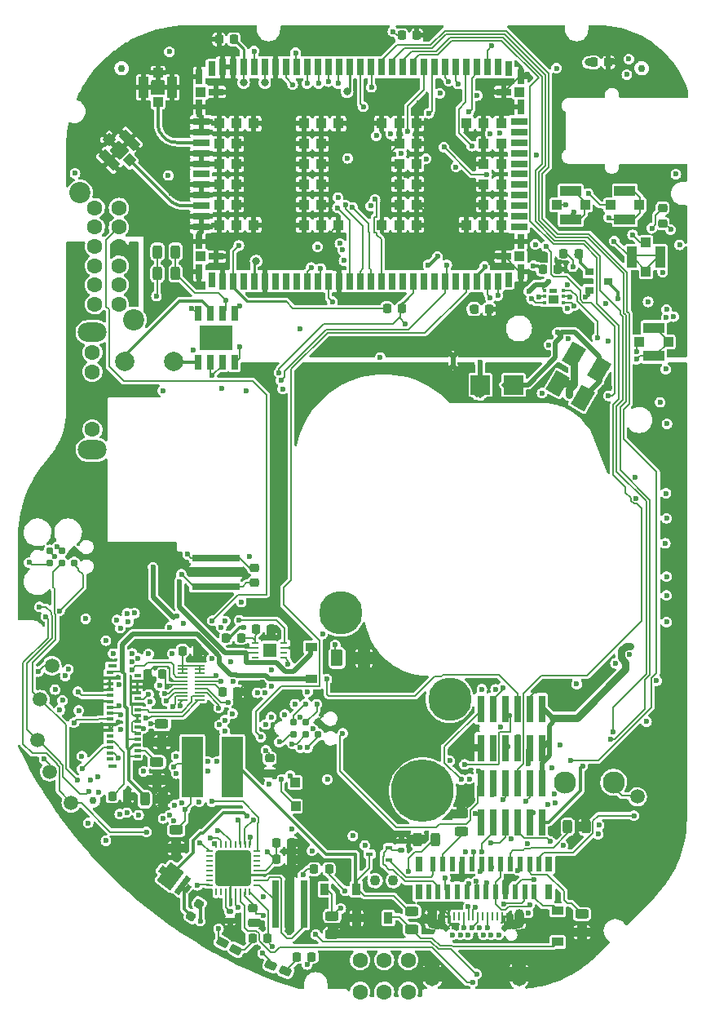
<source format=gbr>
G04 #@! TF.GenerationSoftware,KiCad,Pcbnew,6.0.2+dfsg-1*
G04 #@! TF.CreationDate,2022-08-23T15:38:08-04:00*
G04 #@! TF.ProjectId,RUSP_Mainboard,52555350-5f4d-4616-996e-626f6172642e,rev?*
G04 #@! TF.SameCoordinates,Original*
G04 #@! TF.FileFunction,Copper,L1,Top*
G04 #@! TF.FilePolarity,Positive*
%FSLAX46Y46*%
G04 Gerber Fmt 4.6, Leading zero omitted, Abs format (unit mm)*
G04 Created by KiCad (PCBNEW 6.0.2+dfsg-1) date 2022-08-23 15:38:08*
%MOMM*%
%LPD*%
G01*
G04 APERTURE LIST*
G04 Aperture macros list*
%AMRoundRect*
0 Rectangle with rounded corners*
0 $1 Rounding radius*
0 $2 $3 $4 $5 $6 $7 $8 $9 X,Y pos of 4 corners*
0 Add a 4 corners polygon primitive as box body*
4,1,4,$2,$3,$4,$5,$6,$7,$8,$9,$2,$3,0*
0 Add four circle primitives for the rounded corners*
1,1,$1+$1,$2,$3*
1,1,$1+$1,$4,$5*
1,1,$1+$1,$6,$7*
1,1,$1+$1,$8,$9*
0 Add four rect primitives between the rounded corners*
20,1,$1+$1,$2,$3,$4,$5,0*
20,1,$1+$1,$4,$5,$6,$7,0*
20,1,$1+$1,$6,$7,$8,$9,0*
20,1,$1+$1,$8,$9,$2,$3,0*%
%AMRotRect*
0 Rectangle, with rotation*
0 The origin of the aperture is its center*
0 $1 length*
0 $2 width*
0 $3 Rotation angle, in degrees counterclockwise*
0 Add horizontal line*
21,1,$1,$2,0,0,$3*%
G04 Aperture macros list end*
G04 #@! TA.AperFunction,EtchedComponent*
%ADD10C,0.010000*%
G04 #@! TD*
G04 #@! TA.AperFunction,SMDPad,CuDef*
%ADD11RoundRect,0.147500X0.172500X-0.147500X0.172500X0.147500X-0.172500X0.147500X-0.172500X-0.147500X0*%
G04 #@! TD*
G04 #@! TA.AperFunction,SMDPad,CuDef*
%ADD12RoundRect,0.225000X-0.225000X-0.250000X0.225000X-0.250000X0.225000X0.250000X-0.225000X0.250000X0*%
G04 #@! TD*
G04 #@! TA.AperFunction,SMDPad,CuDef*
%ADD13RoundRect,0.218750X-0.218750X-0.256250X0.218750X-0.256250X0.218750X0.256250X-0.218750X0.256250X0*%
G04 #@! TD*
G04 #@! TA.AperFunction,SMDPad,CuDef*
%ADD14R,0.740000X2.790000*%
G04 #@! TD*
G04 #@! TA.AperFunction,ComponentPad*
%ADD15C,2.300000*%
G04 #@! TD*
G04 #@! TA.AperFunction,SMDPad,CuDef*
%ADD16C,1.500000*%
G04 #@! TD*
G04 #@! TA.AperFunction,SMDPad,CuDef*
%ADD17R,0.800000X1.600000*%
G04 #@! TD*
G04 #@! TA.AperFunction,SMDPad,CuDef*
%ADD18R,0.600000X1.600000*%
G04 #@! TD*
G04 #@! TA.AperFunction,ComponentPad*
%ADD19C,6.500000*%
G04 #@! TD*
G04 #@! TA.AperFunction,SMDPad,CuDef*
%ADD20R,1.200000X0.900000*%
G04 #@! TD*
G04 #@! TA.AperFunction,SMDPad,CuDef*
%ADD21RoundRect,0.243750X-0.243750X-0.456250X0.243750X-0.456250X0.243750X0.456250X-0.243750X0.456250X0*%
G04 #@! TD*
G04 #@! TA.AperFunction,SMDPad,CuDef*
%ADD22RoundRect,0.243750X0.456250X-0.243750X0.456250X0.243750X-0.456250X0.243750X-0.456250X-0.243750X0*%
G04 #@! TD*
G04 #@! TA.AperFunction,SMDPad,CuDef*
%ADD23RoundRect,0.243750X0.243750X0.456250X-0.243750X0.456250X-0.243750X-0.456250X0.243750X-0.456250X0*%
G04 #@! TD*
G04 #@! TA.AperFunction,ComponentPad*
%ADD24C,1.600000*%
G04 #@! TD*
G04 #@! TA.AperFunction,SMDPad,CuDef*
%ADD25RoundRect,0.225000X0.225000X0.250000X-0.225000X0.250000X-0.225000X-0.250000X0.225000X-0.250000X0*%
G04 #@! TD*
G04 #@! TA.AperFunction,SMDPad,CuDef*
%ADD26C,0.750000*%
G04 #@! TD*
G04 #@! TA.AperFunction,SMDPad,CuDef*
%ADD27RoundRect,0.212500X-0.449585X-0.055039X0.297279X-0.341733X0.449585X0.055039X-0.297279X0.341733X0*%
G04 #@! TD*
G04 #@! TA.AperFunction,SMDPad,CuDef*
%ADD28RoundRect,0.218750X-0.256250X0.218750X-0.256250X-0.218750X0.256250X-0.218750X0.256250X0.218750X0*%
G04 #@! TD*
G04 #@! TA.AperFunction,SMDPad,CuDef*
%ADD29R,1.360000X1.460000*%
G04 #@! TD*
G04 #@! TA.AperFunction,SMDPad,CuDef*
%ADD30R,0.750000X0.280000*%
G04 #@! TD*
G04 #@! TA.AperFunction,SMDPad,CuDef*
%ADD31R,0.280000X0.890000*%
G04 #@! TD*
G04 #@! TA.AperFunction,ComponentPad*
%ADD32C,0.600000*%
G04 #@! TD*
G04 #@! TA.AperFunction,ComponentPad*
%ADD33O,1.000000X2.000000*%
G04 #@! TD*
G04 #@! TA.AperFunction,ComponentPad*
%ADD34O,1.500000X2.500000*%
G04 #@! TD*
G04 #@! TA.AperFunction,ComponentPad*
%ADD35C,1.100000*%
G04 #@! TD*
G04 #@! TA.AperFunction,SMDPad,CuDef*
%ADD36R,0.800000X1.500000*%
G04 #@! TD*
G04 #@! TA.AperFunction,SMDPad,CuDef*
%ADD37R,0.800000X1.800000*%
G04 #@! TD*
G04 #@! TA.AperFunction,SMDPad,CuDef*
%ADD38R,1.100000X1.100000*%
G04 #@! TD*
G04 #@! TA.AperFunction,SMDPad,CuDef*
%ADD39R,1.800000X0.800000*%
G04 #@! TD*
G04 #@! TA.AperFunction,SMDPad,CuDef*
%ADD40R,1.500000X0.800000*%
G04 #@! TD*
G04 #@! TA.AperFunction,SMDPad,CuDef*
%ADD41C,0.500000*%
G04 #@! TD*
G04 #@! TA.AperFunction,SMDPad,CuDef*
%ADD42RoundRect,0.218750X0.256250X-0.218750X0.256250X0.218750X-0.256250X0.218750X-0.256250X-0.218750X0*%
G04 #@! TD*
G04 #@! TA.AperFunction,SMDPad,CuDef*
%ADD43RoundRect,0.218750X0.218750X0.256250X-0.218750X0.256250X-0.218750X-0.256250X0.218750X-0.256250X0*%
G04 #@! TD*
G04 #@! TA.AperFunction,SMDPad,CuDef*
%ADD44R,0.450000X0.300000*%
G04 #@! TD*
G04 #@! TA.AperFunction,SMDPad,CuDef*
%ADD45R,0.300000X0.300000*%
G04 #@! TD*
G04 #@! TA.AperFunction,SMDPad,CuDef*
%ADD46R,1.000000X0.950000*%
G04 #@! TD*
G04 #@! TA.AperFunction,SMDPad,CuDef*
%ADD47R,1.000000X1.000000*%
G04 #@! TD*
G04 #@! TA.AperFunction,SMDPad,CuDef*
%ADD48R,1.050000X2.200000*%
G04 #@! TD*
G04 #@! TA.AperFunction,SMDPad,CuDef*
%ADD49RotRect,1.000000X1.000000X45.000000*%
G04 #@! TD*
G04 #@! TA.AperFunction,SMDPad,CuDef*
%ADD50RotRect,1.050000X2.200000X45.000000*%
G04 #@! TD*
G04 #@! TA.AperFunction,SMDPad,CuDef*
%ADD51RoundRect,0.212500X-0.452942X0.000162X0.253416X-0.375415X0.452942X-0.000162X-0.253416X0.375415X0*%
G04 #@! TD*
G04 #@! TA.AperFunction,SMDPad,CuDef*
%ADD52R,5.000000X0.700000*%
G04 #@! TD*
G04 #@! TA.AperFunction,SMDPad,CuDef*
%ADD53R,5.000000X1.000000*%
G04 #@! TD*
G04 #@! TA.AperFunction,SMDPad,CuDef*
%ADD54C,0.787000*%
G04 #@! TD*
G04 #@! TA.AperFunction,SMDPad,CuDef*
%ADD55RoundRect,0.243750X-0.456250X0.243750X-0.456250X-0.243750X0.456250X-0.243750X0.456250X0.243750X0*%
G04 #@! TD*
G04 #@! TA.AperFunction,SMDPad,CuDef*
%ADD56R,0.700000X0.450000*%
G04 #@! TD*
G04 #@! TA.AperFunction,SMDPad,CuDef*
%ADD57R,2.200000X6.300000*%
G04 #@! TD*
G04 #@! TA.AperFunction,SMDPad,CuDef*
%ADD58R,2.200000X1.050000*%
G04 #@! TD*
G04 #@! TA.AperFunction,SMDPad,CuDef*
%ADD59RoundRect,0.218750X0.101392X-0.321302X0.333232X0.049719X-0.101392X0.321302X-0.333232X-0.049719X0*%
G04 #@! TD*
G04 #@! TA.AperFunction,SMDPad,CuDef*
%ADD60RotRect,2.400000X1.750000X53.000000*%
G04 #@! TD*
G04 #@! TA.AperFunction,SMDPad,CuDef*
%ADD61RotRect,0.800000X0.500000X53.000000*%
G04 #@! TD*
G04 #@! TA.AperFunction,SMDPad,CuDef*
%ADD62RotRect,2.150000X0.600000X53.000000*%
G04 #@! TD*
G04 #@! TA.AperFunction,SMDPad,CuDef*
%ADD63R,0.900000X0.800000*%
G04 #@! TD*
G04 #@! TA.AperFunction,SMDPad,CuDef*
%ADD64R,0.950000X0.400000*%
G04 #@! TD*
G04 #@! TA.AperFunction,SMDPad,CuDef*
%ADD65R,0.800000X0.300000*%
G04 #@! TD*
G04 #@! TA.AperFunction,SMDPad,CuDef*
%ADD66R,0.650000X0.300000*%
G04 #@! TD*
G04 #@! TA.AperFunction,SMDPad,CuDef*
%ADD67RoundRect,0.250000X-0.375000X-0.625000X0.375000X-0.625000X0.375000X0.625000X-0.375000X0.625000X0*%
G04 #@! TD*
G04 #@! TA.AperFunction,SMDPad,CuDef*
%ADD68R,3.500000X2.610000*%
G04 #@! TD*
G04 #@! TA.AperFunction,SMDPad,CuDef*
%ADD69RoundRect,0.147500X-0.172500X0.147500X-0.172500X-0.147500X0.172500X-0.147500X0.172500X0.147500X0*%
G04 #@! TD*
G04 #@! TA.AperFunction,SMDPad,CuDef*
%ADD70RoundRect,0.225000X-0.250000X0.225000X-0.250000X-0.225000X0.250000X-0.225000X0.250000X0.225000X0*%
G04 #@! TD*
G04 #@! TA.AperFunction,SMDPad,CuDef*
%ADD71R,0.700000X5.000000*%
G04 #@! TD*
G04 #@! TA.AperFunction,SMDPad,CuDef*
%ADD72R,1.000000X5.000000*%
G04 #@! TD*
G04 #@! TA.AperFunction,SMDPad,CuDef*
%ADD73RotRect,1.600000X2.300000X330.000000*%
G04 #@! TD*
G04 #@! TA.AperFunction,SMDPad,CuDef*
%ADD74RoundRect,0.062500X0.312500X0.062500X-0.312500X0.062500X-0.312500X-0.062500X0.312500X-0.062500X0*%
G04 #@! TD*
G04 #@! TA.AperFunction,SMDPad,CuDef*
%ADD75RoundRect,0.062500X0.062500X0.312500X-0.062500X0.312500X-0.062500X-0.312500X0.062500X-0.312500X0*%
G04 #@! TD*
G04 #@! TA.AperFunction,SMDPad,CuDef*
%ADD76RoundRect,0.249999X1.575001X1.575001X-1.575001X1.575001X-1.575001X-1.575001X1.575001X-1.575001X0*%
G04 #@! TD*
G04 #@! TA.AperFunction,SMDPad,CuDef*
%ADD77R,0.900000X1.200000*%
G04 #@! TD*
G04 #@! TA.AperFunction,SMDPad,CuDef*
%ADD78R,2.000000X2.000000*%
G04 #@! TD*
G04 #@! TA.AperFunction,ComponentPad*
%ADD79C,2.000000*%
G04 #@! TD*
G04 #@! TA.AperFunction,SMDPad,CuDef*
%ADD80R,1.100000X0.180000*%
G04 #@! TD*
G04 #@! TA.AperFunction,SMDPad,CuDef*
%ADD81R,1.000000X0.180000*%
G04 #@! TD*
G04 #@! TA.AperFunction,ComponentPad*
%ADD82O,3.000000X2.000000*%
G04 #@! TD*
G04 #@! TA.AperFunction,ComponentPad*
%ADD83C,4.500000*%
G04 #@! TD*
G04 #@! TA.AperFunction,ComponentPad*
%ADD84C,2.200000*%
G04 #@! TD*
G04 #@! TA.AperFunction,ViaPad*
%ADD85C,0.600000*%
G04 #@! TD*
G04 #@! TA.AperFunction,ViaPad*
%ADD86C,0.800000*%
G04 #@! TD*
G04 #@! TA.AperFunction,Conductor*
%ADD87C,0.200000*%
G04 #@! TD*
G04 #@! TA.AperFunction,Conductor*
%ADD88C,0.500000*%
G04 #@! TD*
G04 #@! TA.AperFunction,Conductor*
%ADD89C,0.350000*%
G04 #@! TD*
G04 #@! TA.AperFunction,Conductor*
%ADD90C,0.180000*%
G04 #@! TD*
G04 #@! TA.AperFunction,Conductor*
%ADD91C,0.250000*%
G04 #@! TD*
G04 #@! TA.AperFunction,Conductor*
%ADD92C,0.750000*%
G04 #@! TD*
G04 APERTURE END LIST*
G36*
X157400000Y-89850000D02*
G01*
X156900000Y-89850000D01*
X156900000Y-88850000D01*
X157400000Y-88850000D01*
X157400000Y-89850000D01*
G37*
D10*
X167830000Y-82200000D02*
X167180000Y-82200000D01*
X167180000Y-82200000D02*
X167177383Y-82199931D01*
X167177383Y-82199931D02*
X167174774Y-82199726D01*
X167174774Y-82199726D02*
X167172178Y-82199384D01*
X167172178Y-82199384D02*
X167169604Y-82198907D01*
X167169604Y-82198907D02*
X167167059Y-82198296D01*
X167167059Y-82198296D02*
X167164549Y-82197553D01*
X167164549Y-82197553D02*
X167162082Y-82196679D01*
X167162082Y-82196679D02*
X167159663Y-82195677D01*
X167159663Y-82195677D02*
X167157300Y-82194550D01*
X167157300Y-82194550D02*
X167155000Y-82193301D01*
X167155000Y-82193301D02*
X167152768Y-82191934D01*
X167152768Y-82191934D02*
X167150611Y-82190451D01*
X167150611Y-82190451D02*
X167148534Y-82188857D01*
X167148534Y-82188857D02*
X167146543Y-82187157D01*
X167146543Y-82187157D02*
X167144645Y-82185355D01*
X167144645Y-82185355D02*
X167142843Y-82183457D01*
X167142843Y-82183457D02*
X167141143Y-82181466D01*
X167141143Y-82181466D02*
X167139549Y-82179389D01*
X167139549Y-82179389D02*
X167138066Y-82177232D01*
X167138066Y-82177232D02*
X167136699Y-82175000D01*
X167136699Y-82175000D02*
X167135450Y-82172700D01*
X167135450Y-82172700D02*
X167134323Y-82170337D01*
X167134323Y-82170337D02*
X167133321Y-82167918D01*
X167133321Y-82167918D02*
X167132447Y-82165451D01*
X167132447Y-82165451D02*
X167131704Y-82162941D01*
X167131704Y-82162941D02*
X167131093Y-82160396D01*
X167131093Y-82160396D02*
X167130616Y-82157822D01*
X167130616Y-82157822D02*
X167130274Y-82155226D01*
X167130274Y-82155226D02*
X167130069Y-82152617D01*
X167130069Y-82152617D02*
X167130000Y-82150000D01*
X167130000Y-82150000D02*
X167130000Y-81950000D01*
X167130000Y-81950000D02*
X167130069Y-81947383D01*
X167130069Y-81947383D02*
X167130274Y-81944774D01*
X167130274Y-81944774D02*
X167130616Y-81942178D01*
X167130616Y-81942178D02*
X167131093Y-81939604D01*
X167131093Y-81939604D02*
X167131704Y-81937059D01*
X167131704Y-81937059D02*
X167132447Y-81934549D01*
X167132447Y-81934549D02*
X167133321Y-81932082D01*
X167133321Y-81932082D02*
X167134323Y-81929663D01*
X167134323Y-81929663D02*
X167135450Y-81927300D01*
X167135450Y-81927300D02*
X167136699Y-81925000D01*
X167136699Y-81925000D02*
X167138066Y-81922768D01*
X167138066Y-81922768D02*
X167139549Y-81920611D01*
X167139549Y-81920611D02*
X167141143Y-81918534D01*
X167141143Y-81918534D02*
X167142843Y-81916543D01*
X167142843Y-81916543D02*
X167144645Y-81914645D01*
X167144645Y-81914645D02*
X167146543Y-81912843D01*
X167146543Y-81912843D02*
X167148534Y-81911143D01*
X167148534Y-81911143D02*
X167150611Y-81909549D01*
X167150611Y-81909549D02*
X167152768Y-81908066D01*
X167152768Y-81908066D02*
X167155000Y-81906699D01*
X167155000Y-81906699D02*
X167157300Y-81905450D01*
X167157300Y-81905450D02*
X167159663Y-81904323D01*
X167159663Y-81904323D02*
X167162082Y-81903321D01*
X167162082Y-81903321D02*
X167164549Y-81902447D01*
X167164549Y-81902447D02*
X167167059Y-81901704D01*
X167167059Y-81901704D02*
X167169604Y-81901093D01*
X167169604Y-81901093D02*
X167172178Y-81900616D01*
X167172178Y-81900616D02*
X167174774Y-81900274D01*
X167174774Y-81900274D02*
X167177383Y-81900069D01*
X167177383Y-81900069D02*
X167180000Y-81900000D01*
X167180000Y-81900000D02*
X167830000Y-81900000D01*
X167830000Y-81900000D02*
X167832617Y-81900069D01*
X167832617Y-81900069D02*
X167835226Y-81900274D01*
X167835226Y-81900274D02*
X167837822Y-81900616D01*
X167837822Y-81900616D02*
X167840396Y-81901093D01*
X167840396Y-81901093D02*
X167842941Y-81901704D01*
X167842941Y-81901704D02*
X167845451Y-81902447D01*
X167845451Y-81902447D02*
X167847918Y-81903321D01*
X167847918Y-81903321D02*
X167850337Y-81904323D01*
X167850337Y-81904323D02*
X167852700Y-81905450D01*
X167852700Y-81905450D02*
X167855000Y-81906699D01*
X167855000Y-81906699D02*
X167857232Y-81908066D01*
X167857232Y-81908066D02*
X167859389Y-81909549D01*
X167859389Y-81909549D02*
X167861466Y-81911143D01*
X167861466Y-81911143D02*
X167863457Y-81912843D01*
X167863457Y-81912843D02*
X167865355Y-81914645D01*
X167865355Y-81914645D02*
X167867157Y-81916543D01*
X167867157Y-81916543D02*
X167868857Y-81918534D01*
X167868857Y-81918534D02*
X167870451Y-81920611D01*
X167870451Y-81920611D02*
X167871934Y-81922768D01*
X167871934Y-81922768D02*
X167873301Y-81925000D01*
X167873301Y-81925000D02*
X167874550Y-81927300D01*
X167874550Y-81927300D02*
X167875677Y-81929663D01*
X167875677Y-81929663D02*
X167876679Y-81932082D01*
X167876679Y-81932082D02*
X167877553Y-81934549D01*
X167877553Y-81934549D02*
X167878296Y-81937059D01*
X167878296Y-81937059D02*
X167878907Y-81939604D01*
X167878907Y-81939604D02*
X167879384Y-81942178D01*
X167879384Y-81942178D02*
X167879726Y-81944774D01*
X167879726Y-81944774D02*
X167879931Y-81947383D01*
X167879931Y-81947383D02*
X167880000Y-81950000D01*
X167880000Y-81950000D02*
X167880000Y-82150000D01*
X167880000Y-82150000D02*
X167879931Y-82152617D01*
X167879931Y-82152617D02*
X167879726Y-82155226D01*
X167879726Y-82155226D02*
X167879384Y-82157822D01*
X167879384Y-82157822D02*
X167878907Y-82160396D01*
X167878907Y-82160396D02*
X167878296Y-82162941D01*
X167878296Y-82162941D02*
X167877553Y-82165451D01*
X167877553Y-82165451D02*
X167876679Y-82167918D01*
X167876679Y-82167918D02*
X167875677Y-82170337D01*
X167875677Y-82170337D02*
X167874550Y-82172700D01*
X167874550Y-82172700D02*
X167873301Y-82175000D01*
X167873301Y-82175000D02*
X167871934Y-82177232D01*
X167871934Y-82177232D02*
X167870451Y-82179389D01*
X167870451Y-82179389D02*
X167868857Y-82181466D01*
X167868857Y-82181466D02*
X167867157Y-82183457D01*
X167867157Y-82183457D02*
X167865355Y-82185355D01*
X167865355Y-82185355D02*
X167863457Y-82187157D01*
X167863457Y-82187157D02*
X167861466Y-82188857D01*
X167861466Y-82188857D02*
X167859389Y-82190451D01*
X167859389Y-82190451D02*
X167857232Y-82191934D01*
X167857232Y-82191934D02*
X167855000Y-82193301D01*
X167855000Y-82193301D02*
X167852700Y-82194550D01*
X167852700Y-82194550D02*
X167850337Y-82195677D01*
X167850337Y-82195677D02*
X167847918Y-82196679D01*
X167847918Y-82196679D02*
X167845451Y-82197553D01*
X167845451Y-82197553D02*
X167842941Y-82198296D01*
X167842941Y-82198296D02*
X167840396Y-82198907D01*
X167840396Y-82198907D02*
X167837822Y-82199384D01*
X167837822Y-82199384D02*
X167835226Y-82199726D01*
X167835226Y-82199726D02*
X167832617Y-82199931D01*
X167832617Y-82199931D02*
X167830000Y-82200000D01*
X167830000Y-82200000D02*
X167830000Y-82200000D01*
G36*
X167832617Y-81900069D02*
G01*
X167835226Y-81900274D01*
X167837822Y-81900616D01*
X167840396Y-81901093D01*
X167842941Y-81901704D01*
X167845451Y-81902447D01*
X167847918Y-81903321D01*
X167850337Y-81904323D01*
X167852700Y-81905450D01*
X167855000Y-81906699D01*
X167857232Y-81908066D01*
X167859389Y-81909549D01*
X167861466Y-81911143D01*
X167863457Y-81912843D01*
X167865355Y-81914645D01*
X167867157Y-81916543D01*
X167868857Y-81918534D01*
X167870451Y-81920611D01*
X167871934Y-81922768D01*
X167873301Y-81925000D01*
X167874550Y-81927300D01*
X167875677Y-81929663D01*
X167876679Y-81932082D01*
X167877553Y-81934549D01*
X167878296Y-81937059D01*
X167878907Y-81939604D01*
X167879384Y-81942178D01*
X167879726Y-81944774D01*
X167879931Y-81947383D01*
X167880000Y-81950000D01*
X167880000Y-82150000D01*
X167879931Y-82152617D01*
X167879726Y-82155226D01*
X167879384Y-82157822D01*
X167878907Y-82160396D01*
X167878296Y-82162941D01*
X167877553Y-82165451D01*
X167876679Y-82167918D01*
X167875677Y-82170337D01*
X167874550Y-82172700D01*
X167873301Y-82175000D01*
X167871934Y-82177232D01*
X167870451Y-82179389D01*
X167868857Y-82181466D01*
X167867157Y-82183457D01*
X167865355Y-82185355D01*
X167863457Y-82187157D01*
X167861466Y-82188857D01*
X167859389Y-82190451D01*
X167857232Y-82191934D01*
X167855000Y-82193301D01*
X167852700Y-82194550D01*
X167850337Y-82195677D01*
X167847918Y-82196679D01*
X167845451Y-82197553D01*
X167842941Y-82198296D01*
X167840396Y-82198907D01*
X167837822Y-82199384D01*
X167835226Y-82199726D01*
X167832617Y-82199931D01*
X167830000Y-82200000D01*
X167180000Y-82200000D01*
X167177383Y-82199931D01*
X167174774Y-82199726D01*
X167172178Y-82199384D01*
X167169604Y-82198907D01*
X167167059Y-82198296D01*
X167164549Y-82197553D01*
X167162082Y-82196679D01*
X167159663Y-82195677D01*
X167157300Y-82194550D01*
X167155000Y-82193301D01*
X167152768Y-82191934D01*
X167150611Y-82190451D01*
X167148534Y-82188857D01*
X167146543Y-82187157D01*
X167144645Y-82185355D01*
X167142843Y-82183457D01*
X167141143Y-82181466D01*
X167139549Y-82179389D01*
X167138066Y-82177232D01*
X167136699Y-82175000D01*
X167135450Y-82172700D01*
X167134323Y-82170337D01*
X167133321Y-82167918D01*
X167132447Y-82165451D01*
X167131704Y-82162941D01*
X167131093Y-82160396D01*
X167130616Y-82157822D01*
X167130274Y-82155226D01*
X167130069Y-82152617D01*
X167130000Y-82150000D01*
X167130000Y-81950000D01*
X167130069Y-81947383D01*
X167130274Y-81944774D01*
X167130616Y-81942178D01*
X167131093Y-81939604D01*
X167131704Y-81937059D01*
X167132447Y-81934549D01*
X167133321Y-81932082D01*
X167134323Y-81929663D01*
X167135450Y-81927300D01*
X167136699Y-81925000D01*
X167138066Y-81922768D01*
X167139549Y-81920611D01*
X167141143Y-81918534D01*
X167142843Y-81916543D01*
X167144645Y-81914645D01*
X167146543Y-81912843D01*
X167148534Y-81911143D01*
X167150611Y-81909549D01*
X167152768Y-81908066D01*
X167155000Y-81906699D01*
X167157300Y-81905450D01*
X167159663Y-81904323D01*
X167162082Y-81903321D01*
X167164549Y-81902447D01*
X167167059Y-81901704D01*
X167169604Y-81901093D01*
X167172178Y-81900616D01*
X167174774Y-81900274D01*
X167177383Y-81900069D01*
X167180000Y-81900000D01*
X167830000Y-81900000D01*
X167832617Y-81900069D01*
G37*
X167832617Y-81900069D02*
X167835226Y-81900274D01*
X167837822Y-81900616D01*
X167840396Y-81901093D01*
X167842941Y-81901704D01*
X167845451Y-81902447D01*
X167847918Y-81903321D01*
X167850337Y-81904323D01*
X167852700Y-81905450D01*
X167855000Y-81906699D01*
X167857232Y-81908066D01*
X167859389Y-81909549D01*
X167861466Y-81911143D01*
X167863457Y-81912843D01*
X167865355Y-81914645D01*
X167867157Y-81916543D01*
X167868857Y-81918534D01*
X167870451Y-81920611D01*
X167871934Y-81922768D01*
X167873301Y-81925000D01*
X167874550Y-81927300D01*
X167875677Y-81929663D01*
X167876679Y-81932082D01*
X167877553Y-81934549D01*
X167878296Y-81937059D01*
X167878907Y-81939604D01*
X167879384Y-81942178D01*
X167879726Y-81944774D01*
X167879931Y-81947383D01*
X167880000Y-81950000D01*
X167880000Y-82150000D01*
X167879931Y-82152617D01*
X167879726Y-82155226D01*
X167879384Y-82157822D01*
X167878907Y-82160396D01*
X167878296Y-82162941D01*
X167877553Y-82165451D01*
X167876679Y-82167918D01*
X167875677Y-82170337D01*
X167874550Y-82172700D01*
X167873301Y-82175000D01*
X167871934Y-82177232D01*
X167870451Y-82179389D01*
X167868857Y-82181466D01*
X167867157Y-82183457D01*
X167865355Y-82185355D01*
X167863457Y-82187157D01*
X167861466Y-82188857D01*
X167859389Y-82190451D01*
X167857232Y-82191934D01*
X167855000Y-82193301D01*
X167852700Y-82194550D01*
X167850337Y-82195677D01*
X167847918Y-82196679D01*
X167845451Y-82197553D01*
X167842941Y-82198296D01*
X167840396Y-82198907D01*
X167837822Y-82199384D01*
X167835226Y-82199726D01*
X167832617Y-82199931D01*
X167830000Y-82200000D01*
X167180000Y-82200000D01*
X167177383Y-82199931D01*
X167174774Y-82199726D01*
X167172178Y-82199384D01*
X167169604Y-82198907D01*
X167167059Y-82198296D01*
X167164549Y-82197553D01*
X167162082Y-82196679D01*
X167159663Y-82195677D01*
X167157300Y-82194550D01*
X167155000Y-82193301D01*
X167152768Y-82191934D01*
X167150611Y-82190451D01*
X167148534Y-82188857D01*
X167146543Y-82187157D01*
X167144645Y-82185355D01*
X167142843Y-82183457D01*
X167141143Y-82181466D01*
X167139549Y-82179389D01*
X167138066Y-82177232D01*
X167136699Y-82175000D01*
X167135450Y-82172700D01*
X167134323Y-82170337D01*
X167133321Y-82167918D01*
X167132447Y-82165451D01*
X167131704Y-82162941D01*
X167131093Y-82160396D01*
X167130616Y-82157822D01*
X167130274Y-82155226D01*
X167130069Y-82152617D01*
X167130000Y-82150000D01*
X167130000Y-81950000D01*
X167130069Y-81947383D01*
X167130274Y-81944774D01*
X167130616Y-81942178D01*
X167131093Y-81939604D01*
X167131704Y-81937059D01*
X167132447Y-81934549D01*
X167133321Y-81932082D01*
X167134323Y-81929663D01*
X167135450Y-81927300D01*
X167136699Y-81925000D01*
X167138066Y-81922768D01*
X167139549Y-81920611D01*
X167141143Y-81918534D01*
X167142843Y-81916543D01*
X167144645Y-81914645D01*
X167146543Y-81912843D01*
X167148534Y-81911143D01*
X167150611Y-81909549D01*
X167152768Y-81908066D01*
X167155000Y-81906699D01*
X167157300Y-81905450D01*
X167159663Y-81904323D01*
X167162082Y-81903321D01*
X167164549Y-81902447D01*
X167167059Y-81901704D01*
X167169604Y-81901093D01*
X167172178Y-81900616D01*
X167174774Y-81900274D01*
X167177383Y-81900069D01*
X167180000Y-81900000D01*
X167830000Y-81900000D01*
X167832617Y-81900069D01*
D11*
X151800000Y-140185000D03*
X151800000Y-139215000D03*
D12*
X159350000Y-84000000D03*
X160900000Y-84000000D03*
D13*
X166462500Y-79900000D03*
X168037500Y-79900000D03*
D12*
X171740000Y-58400000D03*
X173290000Y-58400000D03*
D13*
X151812500Y-55600000D03*
X153387500Y-55600000D03*
D14*
X160025000Y-137235000D03*
X160025000Y-133165000D03*
X161295000Y-137235000D03*
X161295000Y-133165000D03*
X162565000Y-137235000D03*
X162565000Y-133165000D03*
X163835000Y-137235000D03*
X163835000Y-133165000D03*
X165105000Y-137235000D03*
X165105000Y-133165000D03*
X166375000Y-137235000D03*
X166375000Y-133165000D03*
D15*
X178930000Y-133100000D03*
X173850000Y-133100000D03*
X168770000Y-133100000D03*
D16*
X114000000Y-128750000D03*
X115500000Y-121000000D03*
D17*
X167100000Y-141550000D03*
X153600000Y-144450000D03*
X167100000Y-144450000D03*
X153600000Y-141550000D03*
D18*
X154600000Y-144450000D03*
X155100000Y-141550000D03*
X155600000Y-144450000D03*
X156100000Y-141550000D03*
X156600000Y-144450000D03*
X157100000Y-141550000D03*
X157600000Y-144450000D03*
X158100000Y-141550000D03*
X158600000Y-144450000D03*
X159100000Y-141550000D03*
X159600000Y-144450000D03*
X160100000Y-141550000D03*
X160600000Y-144450000D03*
X161100000Y-141550000D03*
X161600000Y-144450000D03*
X162100000Y-141550000D03*
X162600000Y-144450000D03*
X163100000Y-141550000D03*
X163600000Y-144450000D03*
X164100000Y-141550000D03*
X164600000Y-144450000D03*
X165100000Y-141550000D03*
X165600000Y-144450000D03*
X166100000Y-141550000D03*
D19*
X154000000Y-134000000D03*
D20*
X168000000Y-149670000D03*
X168000000Y-146370000D03*
D21*
X169062500Y-137700000D03*
X170937500Y-137700000D03*
D22*
X158000000Y-138237500D03*
X158000000Y-136362500D03*
D23*
X155337500Y-139020000D03*
X153462500Y-139020000D03*
D22*
X144600000Y-148837500D03*
X144600000Y-146962500D03*
X128400000Y-139937500D03*
X128400000Y-138062500D03*
D24*
X147500000Y-154850000D03*
X150000000Y-154850000D03*
X152500000Y-154850000D03*
X147500000Y-151550000D03*
X150000000Y-151550000D03*
X152500000Y-151550000D03*
D25*
X134390000Y-56000000D03*
X132840000Y-56000000D03*
D26*
X122750000Y-59000000D03*
D27*
X138241466Y-152108826D03*
X139758534Y-152691174D03*
D28*
X138100000Y-130612500D03*
X138100000Y-132187500D03*
D29*
X138100000Y-119400000D03*
D30*
X136600000Y-118650000D03*
X136600000Y-119150000D03*
X136600000Y-119650000D03*
X136600000Y-120150000D03*
X139600000Y-120150000D03*
X139600000Y-119650000D03*
X139600000Y-119150000D03*
X139600000Y-118650000D03*
D20*
X142450000Y-122350000D03*
X142450000Y-119050000D03*
D31*
X156750000Y-147025000D03*
X157250000Y-147025000D03*
X157750000Y-147025000D03*
X158250000Y-147025000D03*
X158750000Y-147025000D03*
X159250000Y-147025000D03*
X159750000Y-147025000D03*
X160250000Y-147025000D03*
X160750000Y-147025000D03*
X161250000Y-147025000D03*
X161750000Y-147025000D03*
X162250000Y-147025000D03*
D32*
X162550000Y-148230000D03*
X161900000Y-148930000D03*
X161100000Y-148930000D03*
X160700000Y-148230000D03*
X160300000Y-148930000D03*
X159900000Y-148230000D03*
X159100000Y-148230000D03*
X158700000Y-148930000D03*
X158300000Y-148230000D03*
X157900000Y-148930000D03*
X157100000Y-148930000D03*
X156450000Y-148230000D03*
D33*
X164000000Y-147280000D03*
D34*
X164000000Y-153030000D03*
D33*
X155000000Y-147280000D03*
D34*
X155000000Y-153030000D03*
D35*
X163550000Y-147830000D03*
X155450000Y-147830000D03*
D36*
X132100000Y-80950000D03*
D37*
X133200000Y-81100000D03*
X134300000Y-81100000D03*
X135400000Y-81100000D03*
X136500000Y-81100000D03*
X137600000Y-81100000D03*
X138700000Y-81100000D03*
X139800000Y-81100000D03*
X140900000Y-81100000D03*
X142000000Y-81100000D03*
X143100000Y-81100000D03*
X144200000Y-81100000D03*
X145300000Y-81100000D03*
X146400000Y-81100000D03*
X147500000Y-81100000D03*
X148600000Y-81100000D03*
X149700000Y-81100000D03*
X150800000Y-81100000D03*
X151900000Y-81100000D03*
X153000000Y-81100000D03*
X154100000Y-81100000D03*
X155200000Y-81100000D03*
X156300000Y-81100000D03*
X157400000Y-81100000D03*
X158500000Y-81100000D03*
X159600000Y-81100000D03*
X160700000Y-81100000D03*
X161800000Y-81100000D03*
D36*
X162900000Y-80950000D03*
X164200000Y-80150000D03*
D38*
X164050000Y-78550000D03*
D36*
X164200000Y-76950000D03*
D39*
X164000000Y-75500000D03*
X164000000Y-74400000D03*
X164000000Y-73300000D03*
X164000000Y-72200000D03*
X164000000Y-71100000D03*
X164000000Y-70000000D03*
X164000000Y-68900000D03*
X164000000Y-67800000D03*
X164000000Y-66700000D03*
X164000000Y-65600000D03*
X164000000Y-64500000D03*
D36*
X164200000Y-63050000D03*
D38*
X164050000Y-61450000D03*
D36*
X164200000Y-59850000D03*
X162900000Y-59050000D03*
D37*
X161800000Y-58900000D03*
X160700000Y-58900000D03*
X159600000Y-58900000D03*
X158500000Y-58900000D03*
X157400000Y-58900000D03*
X156300000Y-58900000D03*
X155200000Y-58900000D03*
X154100000Y-58900000D03*
X153000000Y-58900000D03*
X151900000Y-58900000D03*
X150800000Y-58900000D03*
X149700000Y-58900000D03*
X148600000Y-58900000D03*
X147500000Y-58900000D03*
X146400000Y-58900000D03*
X145300000Y-58900000D03*
X144200000Y-58900000D03*
X143100000Y-58900000D03*
X142000000Y-58900000D03*
X140900000Y-58900000D03*
X139800000Y-58900000D03*
X138700000Y-58900000D03*
X137600000Y-58900000D03*
X136500000Y-58900000D03*
X135400000Y-58900000D03*
X134300000Y-58900000D03*
X133200000Y-58900000D03*
D36*
X132100000Y-59050000D03*
X130800000Y-59850000D03*
D38*
X130950000Y-61450000D03*
D36*
X130800000Y-63050000D03*
D39*
X131000000Y-64500000D03*
X131000000Y-65600000D03*
X131000000Y-66700000D03*
X131000000Y-67800000D03*
X131000000Y-68900000D03*
X131000000Y-70000000D03*
X131000000Y-71100000D03*
X131000000Y-72200000D03*
X131000000Y-73300000D03*
X131000000Y-74400000D03*
X131000000Y-75500000D03*
D36*
X130800000Y-76950000D03*
D38*
X130950000Y-78550000D03*
D36*
X130800000Y-80150000D03*
D40*
X132550000Y-78550000D03*
D38*
X132850000Y-75250000D03*
X132850000Y-73150000D03*
X132850000Y-71050000D03*
X132850000Y-68950000D03*
X132850000Y-66850000D03*
X132850000Y-64750000D03*
D40*
X132550000Y-61450000D03*
D38*
X134650000Y-75250000D03*
X134650000Y-73150000D03*
X134650000Y-71050000D03*
X134650000Y-68950000D03*
X134650000Y-66850000D03*
X134650000Y-64750000D03*
X136450000Y-75250000D03*
X136450000Y-64750000D03*
X141650000Y-75250000D03*
X141650000Y-73150000D03*
X141650000Y-71050000D03*
X141650000Y-68950000D03*
X141650000Y-66850000D03*
X141650000Y-64750000D03*
X143450000Y-75250000D03*
X143450000Y-73150000D03*
X143450000Y-71050000D03*
X143450000Y-68950000D03*
X143450000Y-66850000D03*
X143450000Y-64750000D03*
X145250000Y-75250000D03*
X145250000Y-64750000D03*
X149750000Y-75250000D03*
X149750000Y-64750000D03*
X151550000Y-75250000D03*
X151550000Y-73150000D03*
X151550000Y-71050000D03*
X151550000Y-68950000D03*
X151550000Y-66850000D03*
X151550000Y-64750000D03*
X153350000Y-75250000D03*
X153350000Y-73150000D03*
X153350000Y-71050000D03*
X153350000Y-68950000D03*
X153350000Y-66850000D03*
X153350000Y-64750000D03*
X158550000Y-75250000D03*
X158550000Y-64750000D03*
X160350000Y-75250000D03*
X160350000Y-73150000D03*
X160350000Y-71050000D03*
X160350000Y-68950000D03*
X160350000Y-66850000D03*
X160350000Y-64750000D03*
D40*
X162450000Y-78550000D03*
D38*
X162150000Y-75250000D03*
X162150000Y-73150000D03*
X162150000Y-71050000D03*
X162150000Y-68950000D03*
X162150000Y-66850000D03*
X162150000Y-64750000D03*
D40*
X162450000Y-61450000D03*
D41*
X157150000Y-89850000D03*
X157150000Y-88850000D03*
D42*
X178900000Y-75087500D03*
X178900000Y-73512500D03*
D13*
X150287500Y-83925000D03*
X151862500Y-83925000D03*
X136687500Y-117200000D03*
X138262500Y-117200000D03*
X133577500Y-118120000D03*
X135152500Y-118120000D03*
D43*
X137887500Y-149250000D03*
X136312500Y-149250000D03*
X142487500Y-151200000D03*
X140912500Y-151200000D03*
D28*
X136500000Y-110812500D03*
X136500000Y-112387500D03*
D44*
X168575000Y-83350000D03*
X168575000Y-82700000D03*
X168575000Y-82050000D03*
X166625000Y-82050000D03*
X166625000Y-82700000D03*
X166625000Y-83350000D03*
D45*
X167505000Y-82050000D03*
D46*
X167600000Y-83025000D03*
D47*
X126500000Y-62500000D03*
D48*
X125025000Y-61000000D03*
X127975000Y-61000000D03*
D47*
X126500000Y-59500000D03*
D49*
X123560660Y-68560660D03*
X121439340Y-66439340D03*
D50*
X121457017Y-68542983D03*
X123542983Y-66457017D03*
D51*
X133178959Y-149718554D03*
X134613749Y-150481446D03*
D52*
X132500000Y-112800000D03*
D53*
X132500000Y-111300000D03*
D52*
X132500000Y-109800000D03*
D26*
X176750000Y-59000000D03*
D16*
X115250000Y-132000000D03*
X114250000Y-124500000D03*
D47*
X140800000Y-135600000D03*
D54*
X115270000Y-110335000D03*
X115270000Y-109065000D03*
X116540000Y-110335000D03*
X116540000Y-109065000D03*
X117810000Y-110335000D03*
X117810000Y-109065000D03*
D22*
X152900000Y-148357500D03*
X152900000Y-146482500D03*
D16*
X119500000Y-138500000D03*
D47*
X140750000Y-133100000D03*
D16*
X176300000Y-134600000D03*
D43*
X170187500Y-78220000D03*
X168612500Y-78220000D03*
D26*
X119750000Y-135000000D03*
D16*
X117500000Y-135250000D03*
D55*
X170550000Y-146782500D03*
X170550000Y-148657500D03*
D56*
X150500000Y-141200000D03*
X150500000Y-139900000D03*
X148500000Y-140550000D03*
D57*
X130100000Y-131500000D03*
X134200000Y-131500000D03*
D47*
X167900000Y-73200000D03*
D58*
X169400000Y-74675000D03*
X169400000Y-71725000D03*
D47*
X170900000Y-73200000D03*
X173500000Y-73200000D03*
D58*
X175000000Y-74675000D03*
D47*
X176500000Y-73200000D03*
D58*
X175000000Y-71725000D03*
D47*
X177200000Y-77100000D03*
X177200000Y-80100000D03*
D48*
X178675000Y-78600000D03*
X175725000Y-78600000D03*
D23*
X128337500Y-80300000D03*
X126462500Y-80300000D03*
D59*
X129956618Y-147038913D03*
X130791240Y-145703237D03*
D47*
X176500000Y-87400000D03*
D58*
X178000000Y-85925000D03*
X178000000Y-88875000D03*
D47*
X179500000Y-87400000D03*
D60*
X127822183Y-142837095D03*
D61*
X126923718Y-142160054D03*
X129539250Y-144130998D03*
D62*
X129100000Y-143800000D03*
D63*
X171300000Y-80150000D03*
X171300000Y-82050000D03*
X173300000Y-81100000D03*
D55*
X126900000Y-127062500D03*
X126900000Y-128937500D03*
X126400000Y-131000000D03*
X126400000Y-132875000D03*
D21*
X125162500Y-134850000D03*
X127037500Y-134850000D03*
D64*
X121775000Y-121000000D03*
X121775000Y-131400000D03*
D65*
X121500000Y-130700000D03*
D66*
X124375000Y-130400000D03*
D65*
X121500000Y-130100000D03*
D66*
X124375000Y-129800000D03*
D65*
X121500000Y-129500000D03*
D66*
X124375000Y-129200000D03*
D65*
X121500000Y-128900000D03*
D66*
X124375000Y-128600000D03*
D65*
X121500000Y-128300000D03*
D66*
X124375000Y-128000000D03*
D65*
X121500000Y-127700000D03*
D66*
X124375000Y-127400000D03*
D65*
X121500000Y-127100000D03*
D66*
X124375000Y-126800000D03*
D65*
X121500000Y-126500000D03*
D66*
X124375000Y-126200000D03*
D65*
X121500000Y-125900000D03*
D66*
X124375000Y-125600000D03*
D65*
X121500000Y-125300000D03*
D66*
X124375000Y-125000000D03*
D65*
X121500000Y-124700000D03*
D66*
X124375000Y-124400000D03*
D65*
X121500000Y-124100000D03*
D66*
X124375000Y-123800000D03*
D65*
X121500000Y-123500000D03*
D66*
X124375000Y-123200000D03*
D65*
X121500000Y-122900000D03*
D66*
X124375000Y-122600000D03*
D65*
X121500000Y-122300000D03*
D66*
X124375000Y-122000000D03*
D65*
X121500000Y-121700000D03*
D13*
X121762500Y-134550000D03*
X123337500Y-134550000D03*
D67*
X145100000Y-120200000D03*
X147900000Y-120200000D03*
D14*
X160025000Y-129535000D03*
X160025000Y-125465000D03*
X161295000Y-129535000D03*
X161295000Y-125465000D03*
X162565000Y-129535000D03*
X162565000Y-125465000D03*
X163835000Y-129535000D03*
X163835000Y-125465000D03*
X165105000Y-129535000D03*
X165105000Y-125465000D03*
X166375000Y-129535000D03*
X166375000Y-125465000D03*
D36*
X130645000Y-89540000D03*
X131915000Y-89540000D03*
X133185000Y-89540000D03*
X134455000Y-89540000D03*
X134455000Y-84460000D03*
X133185000Y-84460000D03*
X131915000Y-84460000D03*
X130645000Y-84460000D03*
D68*
X132550000Y-87000000D03*
D21*
X126462500Y-78050000D03*
X128337500Y-78050000D03*
D69*
X134000000Y-146515000D03*
X134000000Y-147485000D03*
D70*
X136350000Y-146125000D03*
X136350000Y-147675000D03*
D12*
X138825000Y-139400000D03*
X140375000Y-139400000D03*
X138825000Y-141100000D03*
X140375000Y-141100000D03*
D54*
X140602000Y-128143000D03*
X140602000Y-126873000D03*
X141872000Y-128143000D03*
X141872000Y-126873000D03*
X143142000Y-128143000D03*
X143142000Y-126873000D03*
D13*
X142712500Y-142100000D03*
X144287500Y-142100000D03*
D71*
X138700000Y-145700000D03*
D72*
X140200000Y-145700000D03*
D71*
X141700000Y-145700000D03*
D73*
X170649038Y-93222243D03*
X172349038Y-90277757D03*
X168050962Y-91722243D03*
X169750962Y-88777757D03*
D74*
X136775000Y-143750000D03*
X136775000Y-143250000D03*
X136775000Y-142750000D03*
X136775000Y-142250000D03*
X136775000Y-141750000D03*
X136775000Y-141250000D03*
X136775000Y-140750000D03*
X136775000Y-140250000D03*
D75*
X136050000Y-139525000D03*
X135550000Y-139525000D03*
X135050000Y-139525000D03*
X134550000Y-139525000D03*
X134050000Y-139525000D03*
X133550000Y-139525000D03*
X133050000Y-139525000D03*
X132550000Y-139525000D03*
D74*
X131825000Y-140250000D03*
X131825000Y-140750000D03*
X131825000Y-141250000D03*
X131825000Y-141750000D03*
X131825000Y-142250000D03*
X131825000Y-142750000D03*
X131825000Y-143250000D03*
X131825000Y-143750000D03*
D75*
X132550000Y-144475000D03*
X133050000Y-144475000D03*
X133550000Y-144475000D03*
X134050000Y-144475000D03*
X134550000Y-144475000D03*
X135050000Y-144475000D03*
X135550000Y-144475000D03*
X136050000Y-144475000D03*
D76*
X134300000Y-142000000D03*
D13*
X129062500Y-119450000D03*
X130637500Y-119450000D03*
D77*
X147135000Y-147180000D03*
X150435000Y-147180000D03*
D78*
X163450000Y-91850000D03*
D77*
X143820000Y-144180000D03*
X147120000Y-144180000D03*
D79*
X128100000Y-89460000D03*
X123100000Y-89460000D03*
D12*
X133225000Y-123710000D03*
X134775000Y-123710000D03*
D78*
X160000000Y-91850000D03*
D25*
X126975000Y-121900000D03*
X125425000Y-121900000D03*
D80*
X130830000Y-124580000D03*
D81*
X130880000Y-124180000D03*
X130880000Y-123780000D03*
X130880000Y-123380000D03*
X130880000Y-122980000D03*
X130880000Y-122580000D03*
X130880000Y-122180000D03*
X130880000Y-121780000D03*
X130880000Y-121380000D03*
X130880000Y-120980000D03*
X129080000Y-120980000D03*
X129080000Y-121380000D03*
X129080000Y-121780000D03*
X129080000Y-122180000D03*
X129080000Y-122580000D03*
X129080000Y-122980000D03*
X129080000Y-123380000D03*
X129080000Y-123780000D03*
X129080000Y-124180000D03*
X129080000Y-124580000D03*
D35*
X149050000Y-143300000D03*
X150950000Y-143300000D03*
D82*
X119700000Y-86400000D03*
X119700000Y-98600000D03*
D24*
X119700000Y-96500000D03*
X119700000Y-92500000D03*
X119700000Y-90500000D03*
X119700000Y-88500000D03*
D83*
X145500000Y-115500000D03*
X156800000Y-124450000D03*
D84*
X118400000Y-71900000D03*
X124000000Y-85100000D03*
D24*
X119950000Y-73500000D03*
X119950000Y-75500000D03*
X119950000Y-77500000D03*
X119950000Y-79500000D03*
X119950000Y-81500000D03*
X119950000Y-83500000D03*
X122450000Y-73500000D03*
X122450000Y-75500000D03*
X122450000Y-77500000D03*
X122450000Y-79500000D03*
X122450000Y-81500000D03*
X122450000Y-83500000D03*
D85*
X119264658Y-137323290D03*
X116300000Y-115300000D03*
X114700000Y-130700000D03*
X179720450Y-100507414D03*
X180056788Y-84780504D03*
X118200000Y-127650000D03*
X126900000Y-119750489D03*
X138030758Y-117769230D03*
X140100000Y-123800000D03*
X147345121Y-121661222D03*
X144300000Y-125450000D03*
X169328814Y-144905570D03*
X138616501Y-132550022D03*
X140493982Y-119313200D03*
X168000000Y-145300000D03*
X124800000Y-143300000D03*
X149200000Y-66000000D03*
X180560011Y-128302177D03*
X135800000Y-118950000D03*
X173433530Y-92123688D03*
X157400000Y-90300000D03*
X161001039Y-65812546D03*
X167900000Y-59000000D03*
X140163596Y-148736404D03*
X127574936Y-70119523D03*
X145150000Y-147999998D03*
X159210606Y-134910606D03*
X157750000Y-130775000D03*
X179714697Y-122654751D03*
X165029876Y-82136144D03*
X170924990Y-82750000D03*
X173250010Y-87311079D03*
X179449990Y-94550000D03*
X127700003Y-57299997D03*
X160800000Y-122900000D03*
X133500000Y-113699982D03*
X126350000Y-82650000D03*
X119249990Y-115100000D03*
X129988909Y-83888909D03*
X119100000Y-113570000D03*
X166350000Y-123000000D03*
X119030876Y-129070014D03*
X145006655Y-123407362D03*
X117275000Y-109600000D03*
X128650000Y-127360000D03*
X167100000Y-81100000D03*
X162897865Y-143357657D03*
X137399998Y-122731837D03*
X158100000Y-143199996D03*
X155800000Y-61600000D03*
X155600000Y-145800000D03*
X137450010Y-148300000D03*
X166492576Y-81449990D03*
X179300000Y-106525000D03*
X127200000Y-112850000D03*
X159500034Y-136300000D03*
X129100000Y-110400000D03*
X179997593Y-90164786D03*
X129895340Y-136921118D03*
X126110112Y-122363296D03*
X180688918Y-77331086D03*
X157449937Y-69258906D03*
X172822809Y-92125535D03*
X137720328Y-129799098D03*
X159485576Y-146111532D03*
X136400000Y-137000000D03*
X137378476Y-150856308D03*
X132800000Y-148300000D03*
X134846859Y-136977937D03*
X163200000Y-138999998D03*
X119342673Y-134025514D03*
X113122343Y-110293032D03*
X162835228Y-129362576D03*
X114200000Y-114899996D03*
X124500000Y-136500000D03*
X123850762Y-121400000D03*
X158833456Y-132738725D03*
X116050000Y-108650000D03*
X146750000Y-138650000D03*
X125307886Y-138244710D03*
X162321155Y-123293956D03*
X114883338Y-115897623D03*
X163007305Y-126140012D03*
X127192601Y-123923178D03*
X118150000Y-132900000D03*
X128400000Y-130400000D03*
X158349989Y-131249989D03*
X129600000Y-109450000D03*
X116319319Y-125578640D03*
X134800000Y-146100000D03*
X159600000Y-153000000D03*
X142900000Y-148886012D03*
X159200000Y-153850000D03*
X116600000Y-124600000D03*
X128950000Y-111500000D03*
D86*
X135400000Y-60499992D03*
X137600000Y-60500000D03*
X171200000Y-58400000D03*
D85*
X150900000Y-55200000D03*
X158014427Y-132813160D03*
X141293468Y-129498388D03*
X145951735Y-144368233D03*
X128450000Y-115850000D03*
X119000000Y-116120000D03*
X126000000Y-110800000D03*
X144917713Y-118850011D03*
X142000000Y-152000000D03*
X114100000Y-121600000D03*
X161394989Y-129531161D03*
X159100000Y-83950000D03*
X174013731Y-120753344D03*
X141850000Y-124950000D03*
X128426138Y-132198305D03*
X115754055Y-109644213D03*
X165500000Y-79500000D03*
X140010000Y-120830000D03*
X145827215Y-78971078D03*
X127420519Y-123209170D03*
X135158125Y-114394305D03*
X138081782Y-133256773D03*
X130900000Y-147500000D03*
X138400000Y-150100000D03*
X118598468Y-130376300D03*
X134295976Y-122605775D03*
X143100000Y-77550004D03*
X137894061Y-140318967D03*
X136500000Y-57220000D03*
X167100000Y-87700000D03*
X172999998Y-83400000D03*
X168388130Y-86863865D03*
X168000000Y-86400000D03*
X137450010Y-146885986D03*
X164953238Y-146660513D03*
X160100000Y-140299982D03*
X166400000Y-92700000D03*
X165700000Y-77300000D03*
X145700000Y-128000000D03*
X128161149Y-131497209D03*
X159807055Y-131899437D03*
X168293989Y-129208897D03*
X164850012Y-139430015D03*
X138300000Y-123100000D03*
X125000000Y-127500000D03*
X165100000Y-145825000D03*
X129322965Y-135915687D03*
X122653197Y-127600000D03*
X117800000Y-126900000D03*
X133185393Y-123776793D03*
X132100000Y-90900000D03*
X135419058Y-116995405D03*
X133591949Y-83108051D03*
X136000000Y-109700000D03*
X132619368Y-119759332D03*
D86*
X139950000Y-75450000D03*
D85*
X152300000Y-70150000D03*
X150900000Y-77800000D03*
X158725000Y-77575000D03*
X172072484Y-74027516D03*
X129800000Y-78000000D03*
X127300000Y-64100000D03*
X161108051Y-77816949D03*
X129200000Y-60600000D03*
X126750000Y-70400000D03*
X154200000Y-73850000D03*
X127000000Y-67100002D03*
X177548055Y-74168047D03*
X119600000Y-67900000D03*
X125300000Y-67150000D03*
X125300000Y-68250000D03*
X157800000Y-88500000D03*
X123900000Y-63700000D03*
X122850000Y-64550000D03*
X129100000Y-62450000D03*
X119900000Y-68750000D03*
X129500000Y-72500000D03*
X127300000Y-71150000D03*
X119850000Y-66200000D03*
X125500000Y-71800000D03*
X123700000Y-62250000D03*
X125150000Y-66200000D03*
X168294427Y-79137079D03*
X123550000Y-60300000D03*
X164900000Y-59650000D03*
X123350000Y-70100000D03*
X122000000Y-64650000D03*
X124800000Y-64000000D03*
X126349997Y-66649997D03*
X127800000Y-65600000D03*
X125700000Y-65200000D03*
X127900000Y-71950000D03*
X124900000Y-57850000D03*
X126250000Y-69750000D03*
X128100000Y-64100000D03*
X139950000Y-65800000D03*
X150600000Y-79600000D03*
X122400000Y-70350000D03*
X119800000Y-67050000D03*
X129092582Y-59600011D03*
X144508131Y-78644408D03*
X129200000Y-61550000D03*
X125550000Y-69150000D03*
X129050000Y-58700000D03*
X151890000Y-76414980D03*
X127300000Y-64900000D03*
X123600000Y-61250000D03*
X128600000Y-65900000D03*
X161100000Y-79200000D03*
X126850000Y-57650000D03*
X158052903Y-74057853D03*
X128700000Y-67500000D03*
X142850000Y-74250000D03*
X125500000Y-64400000D03*
X124200000Y-70500000D03*
X148800000Y-70400000D03*
X121500000Y-70250000D03*
X128800000Y-63600000D03*
X125900000Y-66000000D03*
X150200000Y-73300000D03*
X153613589Y-62563589D03*
X129500000Y-67500000D03*
X128550000Y-72300000D03*
X126950000Y-73350000D03*
X121150000Y-65000000D03*
X120500000Y-65550000D03*
X120777856Y-69534553D03*
X128450000Y-57950000D03*
X124206000Y-58420000D03*
X154500000Y-55200000D03*
X127800000Y-67400000D03*
X124500000Y-65600000D03*
X144450000Y-87350000D03*
X129500000Y-65900000D03*
X139900000Y-68000000D03*
X123800000Y-65100000D03*
X124900000Y-71100000D03*
X138050000Y-79600000D03*
X127300000Y-82500000D03*
X125900000Y-57750000D03*
X173650000Y-58200000D03*
X126200000Y-72600000D03*
X144884826Y-79784826D03*
X162400000Y-60550000D03*
X137300000Y-70400000D03*
X155543243Y-78543235D03*
X154562516Y-79399991D03*
X175400000Y-58050000D03*
X162040000Y-65750000D03*
X151800000Y-67850014D03*
X123829393Y-119744520D03*
X161224675Y-134423621D03*
X158740008Y-146030006D03*
X140456670Y-137969779D03*
X158770461Y-143603692D03*
X134100000Y-120581969D03*
X163934989Y-128375512D03*
X125300000Y-126400000D03*
X122600000Y-126100000D03*
X154350014Y-68400000D03*
X165800000Y-68000000D03*
X169744537Y-83656374D03*
X169270000Y-82780000D03*
X169063024Y-83969516D03*
X169099999Y-87100000D03*
X166040002Y-82740000D03*
X165296510Y-82927686D03*
X172150000Y-86950000D03*
X144100000Y-132800000D03*
X124443170Y-120214188D03*
X117900000Y-69900000D03*
X142498411Y-140199500D03*
X145200000Y-72400000D03*
X161058506Y-139396453D03*
X121100000Y-118400000D03*
X126659771Y-123046743D03*
X133088365Y-122600000D03*
X133489115Y-116371564D03*
X161569672Y-123467491D03*
X132076788Y-120277140D03*
X170000000Y-122900000D03*
X160150000Y-123450000D03*
X169001256Y-81497498D03*
X119488332Y-132850500D03*
X172210082Y-138488090D03*
X127050000Y-136850000D03*
X162395214Y-145747381D03*
X145500000Y-146200000D03*
X178300000Y-122550000D03*
X128159181Y-137111213D03*
X163875000Y-142225000D03*
X128960399Y-135259715D03*
X179329998Y-116470000D03*
X156350000Y-143000000D03*
X152486495Y-142379670D03*
X125700000Y-124710980D03*
X179329986Y-111750000D03*
X165550010Y-143199988D03*
X179329988Y-105702517D03*
X134249988Y-125975911D03*
X139669659Y-126076728D03*
X176063844Y-101494398D03*
X141240902Y-126313333D03*
X179376670Y-95900412D03*
X175950000Y-136550000D03*
X136816718Y-123805350D03*
X179250032Y-90225372D03*
X127750000Y-117000000D03*
X179329988Y-84050605D03*
X178925000Y-80175000D03*
X129119748Y-116616916D03*
X124084589Y-115549990D03*
X123800000Y-120600000D03*
X168569806Y-139669806D03*
X123272314Y-136238774D03*
X159676302Y-61840422D03*
X128000000Y-119750489D03*
X122540351Y-136399970D03*
X137450010Y-144999979D03*
X120361717Y-134146580D03*
X158459422Y-140288341D03*
X121099243Y-139157793D03*
X120300000Y-132525000D03*
X132150009Y-116325031D03*
X148000000Y-139650000D03*
X131700000Y-131900000D03*
X138280932Y-126331901D03*
X141225000Y-86050000D03*
X133442236Y-127800004D03*
X145705719Y-77871067D03*
X132892226Y-127141328D03*
X145400010Y-77186187D03*
X138300000Y-121400000D03*
X128838265Y-125198765D03*
X144050000Y-122400000D03*
X133076751Y-116998042D03*
X162100000Y-127339987D03*
X134939137Y-116266574D03*
X125537120Y-119778161D03*
X135700000Y-92500000D03*
X116870570Y-122056301D03*
X117199979Y-121382500D03*
X127000000Y-92449500D03*
X157691706Y-60633658D03*
X128750000Y-112250000D03*
X169400000Y-130800000D03*
X162362500Y-134887500D03*
X173530780Y-128597383D03*
X167250000Y-139250000D03*
X165441537Y-136248857D03*
X173748741Y-127879741D03*
X159575000Y-143375000D03*
X167000000Y-135400000D03*
X159941967Y-142381293D03*
X167799600Y-135249447D03*
X160625000Y-143500000D03*
X167400000Y-131600000D03*
X161150000Y-141900000D03*
X167663993Y-134336007D03*
X179200000Y-108300000D03*
X133459342Y-126650515D03*
X142041328Y-123724400D03*
X175455700Y-119809627D03*
X177800000Y-75600000D03*
X172312635Y-137550095D03*
X127716214Y-136506618D03*
X139323945Y-132799102D03*
X131700000Y-130949500D03*
X166800000Y-77500000D03*
X173291498Y-92987511D03*
X128238556Y-135461444D03*
X177249990Y-126800000D03*
X179329984Y-113700000D03*
X122600000Y-117100000D03*
X177417666Y-83254074D03*
X122250010Y-116250000D03*
X137596545Y-123831848D03*
X179300000Y-84900008D03*
X178661080Y-93658913D03*
X140749989Y-124996413D03*
X176160456Y-103639544D03*
X142582862Y-127510040D03*
X137700000Y-127100000D03*
X179260872Y-103112230D03*
X161150000Y-56700000D03*
X148675000Y-60975000D03*
X156500000Y-79400000D03*
X139274732Y-91397883D03*
X139100000Y-90600000D03*
X152200000Y-85500000D03*
X169700000Y-91800000D03*
X169200000Y-92900000D03*
X149600000Y-89000000D03*
X159950001Y-89549999D03*
X175518747Y-118968748D03*
X143599070Y-117700928D03*
X165002967Y-131177396D03*
X156815005Y-130857162D03*
X140252343Y-132414535D03*
X132650498Y-130949500D03*
X169600000Y-79600000D03*
X118275623Y-125647791D03*
X137200000Y-128400000D03*
X135019982Y-87930018D03*
X115830737Y-123478434D03*
X130200000Y-88250000D03*
D86*
X136700000Y-79000000D03*
D85*
X156210000Y-67200000D03*
X170600000Y-131400000D03*
X150698584Y-65851416D03*
X160650051Y-70028957D03*
X146200000Y-68350000D03*
X130800000Y-135120002D03*
X164745202Y-135085968D03*
X133100000Y-92200000D03*
X122475500Y-123000000D03*
X135000000Y-83650000D03*
X135750000Y-136550002D03*
X125800000Y-127000000D03*
X122400000Y-130549500D03*
X118624056Y-131703277D03*
X123436998Y-116463002D03*
X127400000Y-124661480D03*
X123303101Y-115551993D03*
X180300000Y-70000000D03*
X175200000Y-59650000D03*
X132828975Y-125383842D03*
X122475500Y-125198698D03*
X139462186Y-92284259D03*
X125017385Y-131952356D03*
X134911444Y-77411444D03*
X168900000Y-73200000D03*
X142000000Y-60600000D03*
X169700000Y-73900000D03*
X140500000Y-60700000D03*
X171200000Y-72000000D03*
X144200000Y-60400000D03*
X143200000Y-60600000D03*
X173325688Y-74503608D03*
X145200000Y-60600000D03*
X175799991Y-76299990D03*
X173900000Y-76950000D03*
X140800000Y-57400000D03*
X161800000Y-82600000D03*
X176200000Y-88400000D03*
X161000000Y-82800000D03*
X176200000Y-89200004D03*
X142431908Y-79681908D03*
X144626416Y-83226416D03*
X160457307Y-79585616D03*
D86*
X146152873Y-61447127D03*
D85*
X145145765Y-73482225D03*
X146000000Y-73200000D03*
X146710971Y-73438790D03*
X149050000Y-72600000D03*
X143403799Y-79785729D03*
X148588909Y-73288909D03*
X132739257Y-138075000D03*
X136100000Y-138799988D03*
X132100000Y-135100016D03*
X121838556Y-119738556D03*
X128088862Y-125210980D03*
X152450002Y-65582859D03*
X154650000Y-63700000D03*
X179750000Y-75750000D03*
X158799989Y-63545732D03*
X159111086Y-67088918D03*
X156700000Y-60350000D03*
X147848584Y-63001416D03*
X174300000Y-82900000D03*
X130809699Y-139411025D03*
X139115237Y-128915237D03*
X133800000Y-124800000D03*
X125542672Y-123978178D03*
X118200000Y-123700000D03*
X132500000Y-122030500D03*
X159298924Y-140350011D03*
X140440000Y-129100000D03*
X131913682Y-138840539D03*
X143000000Y-125000000D03*
X132331350Y-139463479D03*
X142042969Y-129500098D03*
X130600000Y-143800000D03*
X141572779Y-142725149D03*
D87*
X117810000Y-110510000D02*
X118234979Y-110934979D01*
X115250000Y-131250000D02*
X114700000Y-130700000D01*
X117810000Y-110335000D02*
X117810000Y-110510000D01*
X118234979Y-110934979D02*
X118234979Y-111066020D01*
X118712021Y-112887979D02*
X116300000Y-115300000D01*
X118712021Y-111543062D02*
X118712021Y-112887979D01*
X118234979Y-111066020D02*
X118712021Y-111543062D01*
X115250000Y-132000000D02*
X115250000Y-131250000D01*
X130560000Y-84460000D02*
X129988909Y-83888909D01*
X162897865Y-143357657D02*
X162897865Y-143662135D01*
X123800000Y-127799022D02*
X123800000Y-126900000D01*
X138030758Y-117620758D02*
X138030758Y-117769230D01*
X137749989Y-142650011D02*
X137799521Y-142600479D01*
X121700000Y-127100000D02*
X121800000Y-127200000D01*
D88*
X165716030Y-81449990D02*
X165029876Y-82136144D01*
D87*
X129080000Y-122580000D02*
X127880000Y-122580000D01*
X147345121Y-121661222D02*
X145598981Y-123407362D01*
X121500000Y-122300000D02*
X121500000Y-122900000D01*
X127750480Y-121250480D02*
X127600000Y-121100000D01*
X126900000Y-128937500D02*
X126862500Y-128937500D01*
X121800000Y-127200000D02*
X121800000Y-127400000D01*
X134300000Y-142000000D02*
X134950011Y-142650011D01*
X126900000Y-128937500D02*
X127072500Y-128937500D01*
X145598981Y-123407362D02*
X145006655Y-123407362D01*
D88*
X166625000Y-81575000D02*
X167100000Y-81100000D01*
X166492576Y-81449990D02*
X165716030Y-81449990D01*
D87*
X155899999Y-146099999D02*
X155600000Y-145800000D01*
X126400000Y-132875000D02*
X126400000Y-134200000D01*
X119037310Y-128977760D02*
X119037310Y-129063580D01*
X125646816Y-121900000D02*
X126110112Y-122363296D01*
X137960000Y-117550000D02*
X138030758Y-117620758D01*
X162810000Y-143750000D02*
X162810000Y-144090000D01*
X140200000Y-143485540D02*
X139357230Y-142642770D01*
X140330782Y-119150000D02*
X140493982Y-119313200D01*
X123800000Y-126900000D02*
X123900000Y-126800000D01*
X121800000Y-127400000D02*
X121500000Y-127700000D01*
X143566979Y-126297025D02*
X143566979Y-126133021D01*
X124375000Y-125000000D02*
X124375000Y-124975000D01*
X126060000Y-135940000D02*
X127000000Y-135000000D01*
X140200000Y-145700000D02*
X140200000Y-148700000D01*
X121500000Y-127100000D02*
X121700000Y-127100000D01*
X134050000Y-144475000D02*
X134050000Y-143050000D01*
X118905735Y-128925063D02*
X119030876Y-129050204D01*
X124300000Y-128000000D02*
X124200000Y-127900000D01*
X127072500Y-128937500D02*
X128650000Y-127360000D01*
X135700000Y-142750000D02*
X135200000Y-142250000D01*
D89*
X157150000Y-89850000D02*
X157150000Y-90050000D01*
D87*
X124100978Y-124900000D02*
X123800489Y-125200489D01*
X134775000Y-123710000D02*
X135753163Y-122731837D01*
D89*
X157150000Y-90050000D02*
X157400000Y-90300000D01*
D87*
X143142000Y-126873000D02*
X143142000Y-126722004D01*
X162810000Y-144090000D02*
X162575000Y-144325000D01*
X165150000Y-124200000D02*
X166350000Y-123000000D01*
X171300000Y-82050000D02*
X171300000Y-82374990D01*
X156001429Y-147905001D02*
X155999516Y-147909832D01*
X124200000Y-127900000D02*
X123900978Y-127900000D01*
X159210606Y-134910606D02*
X159210606Y-135151894D01*
X138100000Y-132033521D02*
X138616501Y-132550022D01*
X119030876Y-129050204D02*
X119030876Y-129070014D01*
X162550000Y-148205000D02*
X162550000Y-147250000D01*
X125425000Y-121900000D02*
X125646816Y-121900000D01*
D89*
X160025000Y-129425000D02*
X160000000Y-129400000D01*
D87*
X125500000Y-121900000D02*
X125600000Y-122000000D01*
X136600000Y-119150000D02*
X136000000Y-119150000D01*
X130645000Y-84460000D02*
X130560000Y-84460000D01*
X162550000Y-148205000D02*
X162974264Y-148205000D01*
X124300000Y-124900000D02*
X124100978Y-124900000D01*
X124500000Y-135940000D02*
X126060000Y-135940000D01*
X124375000Y-128000000D02*
X124300000Y-128000000D01*
X156450000Y-148205000D02*
X156150001Y-147905001D01*
X160025000Y-136824966D02*
X159500034Y-136300000D01*
X124375000Y-124975000D02*
X124300000Y-124900000D01*
X127880000Y-122580000D02*
X127750480Y-122450480D01*
X165150000Y-125550000D02*
X165150000Y-124200000D01*
X126400000Y-134200000D02*
X126850000Y-134650000D01*
X144600000Y-148837500D02*
X145150000Y-148287500D01*
X155899999Y-146099999D02*
X156800000Y-147000000D01*
X159210606Y-135151894D02*
X158000000Y-136362500D01*
X121500000Y-123500000D02*
X121500000Y-122900000D01*
X156150001Y-147905001D02*
X156001429Y-147905001D01*
X147250000Y-147100000D02*
X146049998Y-147100000D01*
X123900000Y-126800000D02*
X124375000Y-126800000D01*
X136775000Y-142750000D02*
X135700000Y-142750000D01*
D89*
X160025000Y-129535000D02*
X160025000Y-129425000D01*
D87*
X143142000Y-126873000D02*
X142929820Y-126873000D01*
D89*
X159125000Y-129400000D02*
X157750000Y-130775000D01*
D87*
X124000000Y-126200000D02*
X124375000Y-126200000D01*
X126462500Y-78050000D02*
X126462500Y-82537500D01*
X156500000Y-148200000D02*
X156800000Y-147900000D01*
X140200000Y-148700000D02*
X140163596Y-148736404D01*
X162897865Y-143662135D02*
X162810000Y-143750000D01*
D90*
X166492576Y-81449990D02*
X166492576Y-81922576D01*
D87*
X160025000Y-137235000D02*
X160025000Y-136824966D01*
X162974264Y-148205000D02*
X163076136Y-148103129D01*
X134050000Y-143050000D02*
X134300000Y-142800000D01*
X145150000Y-148287500D02*
X145150000Y-147999998D01*
X119037310Y-129063580D02*
X119030876Y-129070014D01*
X135753163Y-122731837D02*
X137399998Y-122731837D01*
X156800000Y-147900000D02*
X156800000Y-147000000D01*
X144250000Y-125450000D02*
X144300000Y-125450000D01*
X126462500Y-82537500D02*
X126350000Y-82650000D01*
X171300000Y-82374990D02*
X170924990Y-82750000D01*
X124375000Y-126200000D02*
X124375000Y-126800000D01*
X146049998Y-147100000D02*
X145150000Y-147999998D01*
X139300000Y-142585540D02*
X139357230Y-142642770D01*
X140200000Y-145700000D02*
X140200000Y-143485540D01*
D89*
X171074984Y-82600006D02*
X170924990Y-82750000D01*
D87*
X123800489Y-125200489D02*
X123800489Y-126000489D01*
X138100000Y-131885000D02*
X138100000Y-132033521D01*
X158100000Y-141550000D02*
X158100000Y-143199996D01*
X126125000Y-121100000D02*
X125325000Y-121900000D01*
X139600000Y-119150000D02*
X140330782Y-119150000D01*
D89*
X171200000Y-82600006D02*
X171074984Y-82600006D01*
D87*
X136000000Y-119150000D02*
X135800000Y-118950000D01*
X123337500Y-134550000D02*
X123337500Y-134777500D01*
D90*
X166492576Y-81922576D02*
X166640000Y-82070000D01*
D87*
X123800489Y-126000489D02*
X124000000Y-126200000D01*
D89*
X160000000Y-129400000D02*
X159125000Y-129400000D01*
D87*
X134950011Y-142650011D02*
X137749989Y-142650011D01*
X123337500Y-134777500D02*
X124500000Y-135940000D01*
X143566979Y-126133021D02*
X144250000Y-125450000D01*
X127750480Y-122450480D02*
X127750480Y-121250480D01*
X162550000Y-147250000D02*
X162250000Y-146950000D01*
X136835010Y-147685000D02*
X137450010Y-148300000D01*
X136650000Y-147685000D02*
X136835010Y-147685000D01*
X137799521Y-142600479D02*
X139314939Y-142600479D01*
X127600000Y-121100000D02*
X126125000Y-121100000D01*
X143142000Y-126722004D02*
X143566979Y-126297025D01*
X117810000Y-109065000D02*
X117275000Y-109600000D01*
X163076136Y-148103129D02*
X163077665Y-148104757D01*
X123900978Y-127900000D02*
X123800000Y-127799022D01*
X137720328Y-129799098D02*
X138100000Y-130178770D01*
X138100000Y-130178770D02*
X138100000Y-130900000D01*
X159750000Y-147570002D02*
X159120002Y-148200000D01*
X159750000Y-147000000D02*
X159750000Y-147570002D01*
X159120002Y-148200000D02*
X159100000Y-148200000D01*
X159250000Y-146347108D02*
X159485576Y-146111532D01*
X159250000Y-147000000D02*
X159250000Y-146347108D01*
X139758534Y-152691174D02*
X141200000Y-151249708D01*
X141200000Y-151249708D02*
X141200000Y-151200000D01*
X136400000Y-137000000D02*
X135500000Y-137900000D01*
X138100000Y-151577832D02*
X137378476Y-150856308D01*
X135500000Y-137900000D02*
X135500000Y-139450000D01*
X138100000Y-152100000D02*
X138100000Y-151577832D01*
X132800000Y-149300000D02*
X133200000Y-149700000D01*
X135025000Y-139500000D02*
X135025000Y-137156078D01*
X132800000Y-148300000D02*
X132800000Y-149300000D01*
X135025000Y-137156078D02*
X134846859Y-136977937D01*
X135518554Y-150481446D02*
X136500000Y-149500000D01*
X134613749Y-150481446D02*
X135518554Y-150481446D01*
X136404303Y-149404303D02*
X136500000Y-149500000D01*
X115399987Y-115424901D02*
X114875082Y-114899996D01*
X114000000Y-128750000D02*
X112900000Y-127650000D01*
X114050000Y-128700000D02*
X116349991Y-130999991D01*
X112900000Y-127650000D02*
X112900000Y-120800000D01*
X162662804Y-129535000D02*
X162835228Y-129362576D01*
X116349991Y-131124999D02*
X116600012Y-131375020D01*
X115550000Y-118150000D02*
X115550000Y-115858994D01*
X119042674Y-134325513D02*
X119342673Y-134025514D01*
X116600012Y-132530851D02*
X118394674Y-134325513D01*
X115399987Y-115708981D02*
X115399987Y-115424901D01*
X118394674Y-134325513D02*
X119042674Y-134325513D01*
X113374332Y-110545021D02*
X115059979Y-110545021D01*
X115059979Y-110545021D02*
X115270000Y-110335000D01*
X162565000Y-129535000D02*
X162662804Y-129535000D01*
X116600012Y-131375020D02*
X116600012Y-132530851D01*
X112900000Y-120800000D02*
X115550000Y-118150000D01*
X116349991Y-130999991D02*
X116349991Y-131124999D01*
X113122343Y-110293032D02*
X113374332Y-110545021D01*
X114875082Y-114899996D02*
X114200000Y-114899996D01*
X115550000Y-115858994D02*
X115399987Y-115708981D01*
X128100000Y-120900000D02*
X127900000Y-120700000D01*
X114955010Y-130100000D02*
X113500000Y-130100000D01*
X161295000Y-125465000D02*
X161295000Y-124519998D01*
X116250001Y-134000001D02*
X116250001Y-131519999D01*
X162321155Y-123493843D02*
X162321155Y-123293956D01*
X127900000Y-120700000D02*
X125400000Y-120700000D01*
X116465000Y-109065000D02*
X116050000Y-108650000D01*
X129020000Y-122180000D02*
X129000000Y-122200000D01*
X116540000Y-109065000D02*
X116465000Y-109065000D01*
X128410978Y-122200000D02*
X128100000Y-121889022D01*
X161295000Y-124519998D02*
X162321155Y-123493843D01*
X112500000Y-129100000D02*
X112500000Y-120700000D01*
X125049519Y-121050481D02*
X124200281Y-121050481D01*
X112500000Y-120700000D02*
X115100000Y-118100000D01*
X128100000Y-121889022D02*
X128100000Y-120900000D01*
X115100000Y-116114285D02*
X114883338Y-115897623D01*
X129000000Y-122200000D02*
X128410978Y-122200000D01*
X113500000Y-130100000D02*
X112500000Y-129100000D01*
X125400000Y-120700000D02*
X125049519Y-121050481D01*
X115999980Y-131269978D02*
X115999980Y-131144970D01*
X121555370Y-138244710D02*
X125307886Y-138244710D01*
X115999980Y-131144970D02*
X114955010Y-130100000D01*
X117500000Y-135250000D02*
X118560660Y-135250000D01*
X117500000Y-135250000D02*
X116250001Y-134000001D01*
X124200281Y-121050481D02*
X123850762Y-121400000D01*
X115100000Y-118100000D02*
X115100000Y-116114285D01*
X118560660Y-135250000D02*
X121555370Y-138244710D01*
X116250001Y-131519999D02*
X115999980Y-131269978D01*
X129080000Y-122180000D02*
X129020000Y-122180000D01*
X162997317Y-126150000D02*
X163007305Y-126140012D01*
X115749998Y-115564002D02*
X115749998Y-112988675D01*
X161944999Y-127939999D02*
X161944999Y-131130001D01*
X113500001Y-120699999D02*
X115900010Y-118299990D01*
X161994999Y-127889999D02*
X161944999Y-127939999D01*
X129000000Y-123400000D02*
X128167184Y-123400000D01*
X129080000Y-123380000D02*
X129020000Y-123380000D01*
X163135001Y-126205001D02*
X163135001Y-127889999D01*
X115749998Y-112988675D02*
X115637979Y-112876656D01*
X162699956Y-126150000D02*
X162997317Y-126150000D01*
X161944999Y-131130001D02*
X161825011Y-131249989D01*
X113500001Y-123750001D02*
X113500001Y-120699999D01*
X115637979Y-111237021D02*
X116540000Y-110335000D01*
X128167184Y-123400000D02*
X127644006Y-123923178D01*
X161825011Y-131249989D02*
X158349989Y-131249989D01*
X163135001Y-127889999D02*
X161994999Y-127889999D01*
X127644006Y-123923178D02*
X127192601Y-123923178D01*
X115637979Y-112876656D02*
X115637979Y-111237021D01*
X162500000Y-125570000D02*
X163135001Y-126205001D01*
X114250000Y-124450000D02*
X116950023Y-127150023D01*
X129020000Y-123380000D02*
X129000000Y-123400000D01*
X114250000Y-124500000D02*
X113500001Y-123750001D01*
X116950023Y-131700023D02*
X118150000Y-132900000D01*
X115900010Y-115714014D02*
X115749998Y-115564002D01*
X115900010Y-118299990D02*
X115900010Y-115714014D01*
X116950023Y-127150023D02*
X116950023Y-131700023D01*
X136500000Y-110812500D02*
X136025000Y-110812500D01*
X129950000Y-109800000D02*
X129600000Y-109450000D01*
X135012500Y-109800000D02*
X133400000Y-109800000D01*
X132550000Y-109800000D02*
X129950000Y-109800000D01*
X136025000Y-110812500D02*
X135012500Y-109800000D01*
X159600000Y-153000000D02*
X159550000Y-152950000D01*
X134800000Y-146100000D02*
X134550000Y-145850000D01*
X155650000Y-150400000D02*
X154849999Y-149599999D01*
X156900000Y-150400000D02*
X155650000Y-150400000D01*
X156900000Y-150400000D02*
X159450000Y-152950000D01*
X159550000Y-152950000D02*
X159450000Y-152950000D01*
X143613987Y-149599999D02*
X142900000Y-148886012D01*
X134550000Y-145850000D02*
X134550000Y-144475000D01*
X154849999Y-149599999D02*
X143613987Y-149599999D01*
X158605012Y-153850000D02*
X154955012Y-150200000D01*
X137340022Y-149850010D02*
X137134990Y-149644978D01*
X137134990Y-149644978D02*
X137134990Y-149634990D01*
X154955012Y-150200000D02*
X139114002Y-150200000D01*
X137134990Y-149634990D02*
X137000010Y-149500010D01*
X159200000Y-153850000D02*
X158605012Y-153850000D01*
X135500000Y-148200000D02*
X135500000Y-145900000D01*
X137350010Y-149850010D02*
X137340022Y-149850010D01*
X135825480Y-148525480D02*
X135500000Y-148200000D01*
X138200000Y-150700000D02*
X137350010Y-149850010D01*
X135050000Y-145450000D02*
X135500000Y-145900000D01*
X138614002Y-150700000D02*
X138200000Y-150700000D01*
X135050000Y-144475000D02*
X135050000Y-145450000D01*
X137000010Y-149500010D02*
X137000010Y-148799582D01*
X139114002Y-150200000D02*
X138614002Y-150700000D01*
X136725908Y-148525480D02*
X135825480Y-148525480D01*
X137000010Y-148799582D02*
X136725908Y-148525480D01*
X136500000Y-112387500D02*
X135712500Y-112387500D01*
X135712500Y-112387500D02*
X135300000Y-112800000D01*
X130250000Y-112800000D02*
X128950000Y-111500000D01*
X135300000Y-112800000D02*
X132600000Y-112800000D01*
X132500000Y-112800000D02*
X130250000Y-112800000D01*
X136600000Y-118650000D02*
X136600000Y-118370000D01*
X134850000Y-118120000D02*
X136350000Y-118120000D01*
X136350000Y-118120000D02*
X136600000Y-118370000D01*
X136600000Y-117900000D02*
X137000000Y-117500000D01*
X136600000Y-118370000D02*
X136600000Y-117900000D01*
X135400000Y-58900000D02*
X135400000Y-60499992D01*
X137600000Y-58900000D02*
X137600000Y-60500000D01*
D91*
X172030000Y-58400000D02*
X171200000Y-58400000D01*
X135400000Y-57010000D02*
X134390000Y-56000000D01*
D89*
X165950000Y-79500000D02*
X166450000Y-80000000D01*
D87*
X156265004Y-129409996D02*
X156265004Y-131085002D01*
X145100000Y-120000000D02*
X144917713Y-119817713D01*
D89*
X130900000Y-145811997D02*
X130900000Y-147500000D01*
D87*
X151300000Y-55600000D02*
X150900000Y-55200000D01*
X136775000Y-142250000D02*
X136825000Y-142300000D01*
X140550000Y-126850000D02*
X140550000Y-126190233D01*
X144917713Y-119817713D02*
X144917713Y-118850011D01*
X142185000Y-151200000D02*
X142185000Y-151815000D01*
X151812500Y-55600000D02*
X151300000Y-55600000D01*
D89*
X130791240Y-145703237D02*
X130900000Y-145811997D01*
D87*
X136825000Y-142300000D02*
X137100000Y-142300000D01*
X137100000Y-142300000D02*
X137100000Y-142250000D01*
X140550000Y-126190233D02*
X141790233Y-124950000D01*
X136775000Y-142250000D02*
X137675000Y-142250000D01*
X159150000Y-84000000D02*
X159100000Y-83950000D01*
X144287500Y-142100000D02*
X144287500Y-142703998D01*
X160100000Y-125575000D02*
X156265004Y-129409996D01*
X138000012Y-146425012D02*
X138000012Y-149099988D01*
X128225000Y-115850000D02*
X128450000Y-115850000D01*
D90*
X127825830Y-123209170D02*
X128055000Y-122980000D01*
D87*
X137675000Y-142250000D02*
X138825000Y-141100000D01*
D90*
X127380000Y-122980000D02*
X127275000Y-122875000D01*
D87*
X138000012Y-149099988D02*
X138000000Y-149100000D01*
D88*
X126000000Y-110800000D02*
X126000000Y-113875000D01*
D87*
X114100000Y-121600000D02*
X114700000Y-121000000D01*
X128100000Y-115975000D02*
X128225000Y-115850000D01*
D90*
X128055000Y-122980000D02*
X127380000Y-122980000D01*
D87*
X161298839Y-129531161D02*
X161394989Y-129531161D01*
X136500000Y-58900000D02*
X136500000Y-57220000D01*
X157993162Y-132813160D02*
X158014427Y-132813160D01*
X139700000Y-120200000D02*
X140010000Y-120510000D01*
X136050000Y-144475000D02*
X138000012Y-146425012D01*
X161295000Y-129535000D02*
X161298839Y-129531161D01*
X114700000Y-121000000D02*
X115500000Y-121000000D01*
X142185000Y-151815000D02*
X142000000Y-152000000D01*
X115270000Y-109065000D02*
X115270000Y-109160158D01*
X144287500Y-142703998D02*
X145951735Y-144368233D01*
X140010000Y-120510000D02*
X140010000Y-120830000D01*
X138825000Y-139400000D02*
X138825000Y-141100000D01*
X138675094Y-141100000D02*
X138825000Y-141100000D01*
D89*
X165500000Y-79500000D02*
X165950000Y-79500000D01*
D91*
X135400000Y-58900000D02*
X135400000Y-57010000D01*
D90*
X127275000Y-122875000D02*
X127275000Y-122200000D01*
X129080000Y-122980000D02*
X128055000Y-122980000D01*
X127420519Y-123209170D02*
X127825830Y-123209170D01*
D88*
X126000000Y-113875000D02*
X128100000Y-115975000D01*
D87*
X141790233Y-124950000D02*
X141850000Y-124950000D01*
X156265004Y-131085002D02*
X157993162Y-132813160D01*
X137894061Y-140318967D02*
X138675094Y-141100000D01*
X115270000Y-109160158D02*
X115754055Y-109644213D01*
X137800000Y-149500000D02*
X138400000Y-150100000D01*
D88*
X170649038Y-93222243D02*
X172383510Y-91487771D01*
D87*
X173200000Y-90000000D02*
X173102259Y-90000000D01*
X173102259Y-90000000D02*
X172824502Y-90277757D01*
D88*
X168000000Y-86400000D02*
X168388130Y-86788130D01*
X172349038Y-88946382D02*
X169802655Y-86399999D01*
X172349038Y-90277757D02*
X172349038Y-88946382D01*
X164950000Y-91850000D02*
X167800000Y-89000000D01*
X168427732Y-86399999D02*
X168388130Y-86439601D01*
X168388130Y-86439601D02*
X168388130Y-86863865D01*
X167800000Y-89000000D02*
X167800000Y-87451995D01*
X172383510Y-91487771D02*
X172383510Y-90633510D01*
X162450000Y-91850000D02*
X164950000Y-91850000D01*
X172771747Y-90277757D02*
X173300000Y-89749504D01*
X167800000Y-87451995D02*
X168388130Y-86863865D01*
X169802655Y-86399999D02*
X168427732Y-86399999D01*
X172922243Y-90277757D02*
X173200000Y-90000000D01*
X172349038Y-90277757D02*
X172922243Y-90277757D01*
D87*
X161295000Y-138260000D02*
X160100000Y-139455000D01*
X136650000Y-146715000D02*
X136650000Y-146041006D01*
X137279024Y-146715000D02*
X137450010Y-146885986D01*
X135500000Y-144891006D02*
X135500000Y-144500000D01*
X136650000Y-146715000D02*
X137279024Y-146715000D01*
X136650000Y-146041006D02*
X135500000Y-144891006D01*
X160100000Y-139455000D02*
X160100000Y-140299982D01*
X161600000Y-145730000D02*
X161600000Y-144425000D01*
X161600000Y-144450000D02*
X161600000Y-143450000D01*
D90*
X133225000Y-123737186D02*
X133185393Y-123776793D01*
D87*
X124900000Y-127400000D02*
X125000000Y-127500000D01*
X129913548Y-130886452D02*
X129913548Y-135325104D01*
X145700000Y-128000000D02*
X145428253Y-128271747D01*
D90*
X133225000Y-123710000D02*
X133225000Y-123737186D01*
D87*
X162625001Y-146324999D02*
X162194999Y-146324999D01*
D90*
X130880000Y-122980000D02*
X132495000Y-122980000D01*
D87*
X165100000Y-145825000D02*
X164900010Y-146024990D01*
X120300000Y-126600000D02*
X120400000Y-126500000D01*
X164900010Y-146024990D02*
X162925010Y-146024990D01*
X158550000Y-137400000D02*
X158950010Y-136999990D01*
X160050000Y-132142382D02*
X159807055Y-131899437D01*
X129322965Y-137139535D02*
X129322965Y-135915687D01*
X145428253Y-128271747D02*
X145428253Y-131964341D01*
X155780002Y-137400000D02*
X158550000Y-137400000D01*
X162925010Y-146024990D02*
X162625001Y-146324999D01*
X162194999Y-146324999D02*
X161600000Y-145730000D01*
X162075000Y-142975000D02*
X162075000Y-141525000D01*
X128400000Y-138062500D02*
X129322965Y-137139535D01*
X129787500Y-132412500D02*
X130900000Y-131300000D01*
X158950010Y-136035978D02*
X159760117Y-135225871D01*
X151227391Y-137763479D02*
X155416523Y-137763479D01*
X145428253Y-131964341D02*
X151227391Y-137763479D01*
X155416523Y-137763479D02*
X155780002Y-137400000D01*
X118100000Y-126600000D02*
X120300000Y-126600000D01*
X160050000Y-133000000D02*
X160050000Y-132142382D01*
X158950010Y-136999990D02*
X158950010Y-136035978D01*
X159760117Y-133429883D02*
X160025000Y-133165000D01*
X161600000Y-143450000D02*
X162075000Y-142975000D01*
D90*
X132495000Y-122980000D02*
X133225000Y-123710000D01*
D87*
X128161149Y-131497209D02*
X128458358Y-131200000D01*
X159760117Y-135225871D02*
X159760117Y-133429883D01*
X129913548Y-135325104D02*
X129322965Y-135915687D01*
X128458358Y-131200000D02*
X129725000Y-131200000D01*
X124375000Y-127400000D02*
X124900000Y-127400000D01*
X117800000Y-126900000D02*
X118100000Y-126600000D01*
X120400000Y-126500000D02*
X121500000Y-126500000D01*
D89*
X123277697Y-125427697D02*
X123277697Y-128777697D01*
X124000000Y-129200000D02*
X124375000Y-129200000D01*
D88*
X130559547Y-117699511D02*
X132619368Y-119759332D01*
X132919367Y-120719367D02*
X132919367Y-120059331D01*
X134585724Y-121906264D02*
X134106264Y-121906264D01*
D89*
X133950000Y-118120000D02*
X133950000Y-118040199D01*
D87*
X131915000Y-90715000D02*
X132100000Y-90900000D01*
D88*
X142450000Y-122350000D02*
X138054163Y-122350000D01*
D87*
X121500000Y-121600000D02*
X122800000Y-121600000D01*
X128350000Y-80350000D02*
X130300000Y-82300000D01*
D89*
X123485281Y-130214719D02*
X123485281Y-132885281D01*
X123100000Y-125250000D02*
X123277697Y-125427697D01*
D88*
X138054163Y-122350000D02*
X137735999Y-122031836D01*
D87*
X130300000Y-82300000D02*
X132783898Y-82300000D01*
X124375000Y-130400000D02*
X123670562Y-130400000D01*
D89*
X123277697Y-129507135D02*
X123485281Y-129714719D01*
D87*
X123455394Y-128600000D02*
X123277697Y-128777697D01*
X133150000Y-84550000D02*
X133591949Y-84108051D01*
D89*
X123277697Y-128777697D02*
X123277697Y-129507135D01*
D87*
X132783898Y-82300000D02*
X133591949Y-83108051D01*
X133185000Y-89815000D02*
X132100000Y-90900000D01*
X128337500Y-78050000D02*
X128337500Y-80437500D01*
D88*
X123900489Y-117699511D02*
X130559547Y-117699511D01*
D89*
X134994794Y-116995405D02*
X135419058Y-116995405D01*
D87*
X133591949Y-84108051D02*
X133591949Y-83108051D01*
D89*
X123100000Y-121900000D02*
X123100000Y-125250000D01*
D87*
X131915000Y-89540000D02*
X131915000Y-90715000D01*
X124375000Y-128600000D02*
X123455394Y-128600000D01*
D88*
X134711296Y-122031836D02*
X134585724Y-121906264D01*
X122800000Y-118800000D02*
X123900489Y-117699511D01*
D89*
X123485281Y-132885281D02*
X125200000Y-134600000D01*
D88*
X134106264Y-121906264D02*
X132919367Y-120719367D01*
X132919367Y-120059331D02*
X132619368Y-119759332D01*
X137735999Y-122031836D02*
X134711296Y-122031836D01*
D89*
X123485281Y-129714719D02*
X124000000Y-129200000D01*
D87*
X121500000Y-121700000D02*
X121400000Y-121700000D01*
D88*
X122800000Y-121600000D02*
X122800000Y-118800000D01*
D89*
X133950000Y-118040199D02*
X134994794Y-116995405D01*
D87*
X121400000Y-121700000D02*
X121500000Y-121600000D01*
X133185000Y-89540000D02*
X133185000Y-89815000D01*
D89*
X122800000Y-121600000D02*
X123100000Y-121900000D01*
D87*
X123670562Y-130400000D02*
X123485281Y-130214719D01*
D89*
X123485281Y-129714719D02*
X123485281Y-130214719D01*
D87*
X153821988Y-149249988D02*
X151622000Y-147050000D01*
X154994284Y-149249988D02*
X153821988Y-149249988D01*
X168050000Y-149670000D02*
X167566261Y-150153739D01*
X157148729Y-150153739D02*
X157044979Y-150049989D01*
X157044979Y-150049989D02*
X155794285Y-150049989D01*
X151622000Y-147050000D02*
X150550000Y-147050000D01*
X167566261Y-150153739D02*
X157148729Y-150153739D01*
X155794285Y-150049989D02*
X154994284Y-149249988D01*
X147150000Y-144100000D02*
X147150000Y-143300000D01*
X147950000Y-144900000D02*
X147150000Y-144100000D01*
D89*
X147050000Y-140600000D02*
X147050000Y-143800000D01*
X134900000Y-131520000D02*
X143980000Y-140600000D01*
D87*
X151035000Y-144900000D02*
X147950000Y-144900000D01*
D89*
X143980000Y-140600000D02*
X147050000Y-140600000D01*
D87*
X152617500Y-146482500D02*
X151035000Y-144900000D01*
X152900000Y-146482500D02*
X152617500Y-146482500D01*
X148450000Y-142000000D02*
X148450000Y-140450000D01*
X147150000Y-143300000D02*
X148450000Y-142000000D01*
X144600000Y-75900000D02*
X145250000Y-75250000D01*
X137600000Y-80050000D02*
X138050000Y-79600000D01*
X153350000Y-64750000D02*
X153350000Y-62827178D01*
D89*
X164200000Y-59850000D02*
X164400000Y-59650000D01*
D87*
X153387500Y-55600000D02*
X154100000Y-55600000D01*
X164200000Y-76950000D02*
X163600000Y-76950000D01*
X148800000Y-70400000D02*
X148800000Y-69600000D01*
X144600000Y-78552539D02*
X144600000Y-75900000D01*
X162450000Y-61450000D02*
X162450000Y-62050000D01*
X145100000Y-80000000D02*
X145300000Y-80000000D01*
D89*
X157150000Y-88850000D02*
X157450000Y-88850000D01*
D87*
X154100000Y-55600000D02*
X154500000Y-55200000D01*
X137600000Y-81100000D02*
X137600000Y-80050000D01*
X162450000Y-61450000D02*
X164175000Y-59725000D01*
X163899997Y-79949999D02*
X162650000Y-78700002D01*
X144508131Y-78644408D02*
X144600000Y-78552539D01*
D89*
X164400000Y-59650000D02*
X164900000Y-59650000D01*
D87*
X162600000Y-77950000D02*
X162600000Y-78500000D01*
X131000000Y-72200000D02*
X129800000Y-72200000D01*
X145300000Y-80000000D02*
X145300000Y-79436277D01*
D89*
X157450000Y-88850000D02*
X157800000Y-88500000D01*
D87*
X164200000Y-80150000D02*
X163999999Y-79949999D01*
X153350000Y-62827178D02*
X153613589Y-62563589D01*
X129200000Y-59707429D02*
X129092582Y-59600011D01*
X153475000Y-73325000D02*
X153675000Y-73325000D01*
X129800000Y-72200000D02*
X129500000Y-72500000D01*
D89*
X173450000Y-58400000D02*
X173650000Y-58200000D01*
D87*
X163999999Y-79949999D02*
X163899997Y-79949999D01*
X163600000Y-76950000D02*
X162600000Y-77950000D01*
X162450000Y-78550000D02*
X161841102Y-78550000D01*
X162450000Y-62050000D02*
X163475000Y-63075000D01*
X148800000Y-69600000D02*
X151550000Y-66850000D01*
X161841102Y-78550000D02*
X161108051Y-77816949D01*
X144884826Y-79784826D02*
X145100000Y-80000000D01*
X163475000Y-63075000D02*
X164150000Y-63075000D01*
X162450000Y-60600000D02*
X162400000Y-60550000D01*
X162650000Y-78700002D02*
X162650000Y-78399998D01*
X168294427Y-79137079D02*
X168294427Y-79655573D01*
X168294427Y-79655573D02*
X168100000Y-79850000D01*
X126750000Y-70600000D02*
X126750000Y-70400000D01*
X145300000Y-81100000D02*
X145300000Y-80000000D01*
X162450000Y-61450000D02*
X162450000Y-60600000D01*
X145300000Y-79436277D02*
X144508131Y-78644408D01*
X153675000Y-73325000D02*
X154200000Y-73850000D01*
D89*
X154686487Y-79399991D02*
X154562516Y-79399991D01*
X155543243Y-78543235D02*
X154686487Y-79399991D01*
D87*
X160750000Y-147000000D02*
X160750000Y-148150000D01*
X158250000Y-148050000D02*
X158300000Y-148100000D01*
X158250000Y-147000000D02*
X158250000Y-148050000D01*
X161250000Y-134398296D02*
X161224675Y-134423621D01*
X161250000Y-133450000D02*
X161250000Y-134398296D01*
X158800000Y-147000000D02*
X158800000Y-146089998D01*
X158800000Y-146089998D02*
X158740008Y-146030006D01*
X158600000Y-144450000D02*
X158600000Y-143774153D01*
X158600000Y-143774153D02*
X158770461Y-143603692D01*
X163934989Y-129435011D02*
X163934989Y-128375512D01*
X163835000Y-129535000D02*
X163934989Y-129435011D01*
D90*
X125839520Y-126260480D02*
X129039520Y-126260480D01*
X125576526Y-126460489D02*
X125639511Y-126460489D01*
X125516037Y-126400000D02*
X125576526Y-126460489D01*
X125300000Y-126400000D02*
X125516037Y-126400000D01*
X130720000Y-124580000D02*
X130830000Y-124580000D01*
X129039520Y-126260480D02*
X130720000Y-124580000D01*
D87*
X121500000Y-125900000D02*
X122400000Y-125900000D01*
X122400000Y-125900000D02*
X122600000Y-126100000D01*
D90*
X125639511Y-126460489D02*
X125839520Y-126260480D01*
D87*
X124375000Y-125600000D02*
X125414588Y-125600000D01*
D90*
X130040489Y-124250489D02*
X130110978Y-124180000D01*
X130040489Y-124759511D02*
X130040489Y-124250489D01*
X125614588Y-125800000D02*
X129000000Y-125800000D01*
X130110978Y-124180000D02*
X130880000Y-124180000D01*
X129000000Y-125800000D02*
X130040489Y-124759511D01*
D87*
X125414588Y-125600000D02*
X125614588Y-125800000D01*
X168600000Y-83300000D02*
X168656375Y-83356375D01*
X168656375Y-83356375D02*
X169444538Y-83356375D01*
X169444538Y-83356375D02*
X169744537Y-83656374D01*
X169190000Y-82700000D02*
X169270000Y-82780000D01*
X168575000Y-82700000D02*
X169190000Y-82700000D01*
X166600000Y-82700000D02*
X166080002Y-82700000D01*
X166080002Y-82700000D02*
X166040002Y-82740000D01*
X166625000Y-83350000D02*
X165718824Y-83350000D01*
X165718824Y-83350000D02*
X165296510Y-82927686D01*
X172150000Y-85284004D02*
X172150000Y-86950000D01*
X169384002Y-82050000D02*
X170024977Y-82690975D01*
X168575000Y-82050000D02*
X169384002Y-82050000D01*
X170024977Y-83158981D02*
X172150000Y-85284004D01*
X170024977Y-82690975D02*
X170024977Y-83158981D01*
X161998547Y-139396453D02*
X161058506Y-139396453D01*
X162565000Y-138830000D02*
X161998547Y-139396453D01*
X162565000Y-137235000D02*
X162565000Y-138830000D01*
X133068365Y-122580000D02*
X133088365Y-122600000D01*
X130880000Y-122580000D02*
X133068365Y-122580000D01*
X164575000Y-144475000D02*
X164575000Y-145400000D01*
X162467616Y-145674979D02*
X162395214Y-145747381D01*
X164300021Y-145674979D02*
X162467616Y-145674979D01*
X164575000Y-145400000D02*
X164300021Y-145674979D01*
X144600000Y-146962500D02*
X144600000Y-144700000D01*
X144600000Y-146962500D02*
X145462490Y-146100010D01*
X144600000Y-144700000D02*
X143800000Y-143900000D01*
X145462490Y-146100010D02*
X145462490Y-146162490D01*
X145462490Y-146162490D02*
X145500000Y-146200000D01*
X152486495Y-141013503D02*
X152486495Y-142379670D01*
X153199998Y-140300000D02*
X152486495Y-141013503D01*
X156350000Y-144200000D02*
X156600000Y-144450000D01*
X155250000Y-138950000D02*
X153900000Y-140300000D01*
X153900000Y-140300000D02*
X153199998Y-140300000D01*
X156350000Y-143000000D02*
X156350000Y-144200000D01*
X163600000Y-144450000D02*
X163600000Y-143899998D01*
X164300010Y-143199988D02*
X165550010Y-143199988D01*
X163600000Y-143899998D02*
X164300010Y-143199988D01*
X158000000Y-138650000D02*
X158000000Y-138300000D01*
X156100000Y-140550000D02*
X158000000Y-138650000D01*
X156100000Y-141550000D02*
X156100000Y-140550000D01*
X169437499Y-145669999D02*
X169069999Y-145669999D01*
X166949989Y-142649987D02*
X165299987Y-142649987D01*
X169069999Y-145669999D02*
X168699999Y-145299999D01*
X165299987Y-142649987D02*
X165025000Y-142375000D01*
X170550000Y-146782500D02*
X169437499Y-145669999D01*
X165025000Y-142375000D02*
X165025000Y-141675000D01*
X168699999Y-145299999D02*
X168699999Y-144399997D01*
X166949989Y-142649987D02*
X168699999Y-144399997D01*
X172235998Y-136550000D02*
X171675010Y-137110988D01*
X169635784Y-140400000D02*
X166575000Y-140400000D01*
X175950000Y-136550000D02*
X172235998Y-136550000D01*
X171675010Y-138360774D02*
X169635784Y-140400000D01*
X166575000Y-140400000D02*
X166050000Y-140925000D01*
X166050000Y-140925000D02*
X166050000Y-141450000D01*
X171675010Y-137110988D02*
X171675010Y-138360774D01*
X167562499Y-139900001D02*
X165194028Y-139900001D01*
X163400000Y-140175000D02*
X163075000Y-140500000D01*
X165194028Y-139900001D02*
X165114013Y-139980016D01*
X169062500Y-137700000D02*
X169062500Y-138400000D01*
X163400000Y-140125000D02*
X163400000Y-140175000D01*
X164441027Y-140125000D02*
X163400000Y-140125000D01*
X163075000Y-140500000D02*
X163075000Y-141575000D01*
X164586011Y-139980016D02*
X164441027Y-140125000D01*
X165114013Y-139980016D02*
X164586011Y-139980016D01*
X169062500Y-138400000D02*
X167562499Y-139900001D01*
X165650000Y-145100000D02*
X165650000Y-144425000D01*
X166474990Y-145924990D02*
X165650000Y-145100000D01*
X168000000Y-146370000D02*
X167554990Y-145924990D01*
X167554990Y-145924990D02*
X166474990Y-145924990D01*
X154861286Y-142938714D02*
X155075000Y-142725000D01*
X152238714Y-142938714D02*
X154861286Y-142938714D01*
X150500000Y-141200000D02*
X152238714Y-142938714D01*
X155075000Y-142725000D02*
X155075000Y-141325000D01*
X136350001Y-91450001D02*
X137766088Y-92866088D01*
X121150000Y-76850000D02*
X121150000Y-83754002D01*
X122500000Y-75500000D02*
X121150000Y-76850000D01*
X137766088Y-113614678D02*
X134860362Y-113614678D01*
X121450010Y-84054012D02*
X121450010Y-89950010D01*
X121150000Y-83754002D02*
X121450010Y-84054012D01*
X122950001Y-91450001D02*
X136350001Y-91450001D01*
X134860362Y-113614678D02*
X132150009Y-116325031D01*
X137766088Y-92866088D02*
X137766088Y-113614678D01*
X121450010Y-89950010D02*
X122950001Y-91450001D01*
X174700000Y-134500000D02*
X176500000Y-134500000D01*
X173900000Y-133100000D02*
X173900000Y-133700000D01*
X173900000Y-133700000D02*
X174700000Y-134500000D01*
X128838265Y-125198765D02*
X128838265Y-124821735D01*
X128838265Y-124821735D02*
X129080000Y-124580000D01*
X155254294Y-122120708D02*
X153225001Y-124150001D01*
X144236001Y-124150001D02*
X144050000Y-123964000D01*
X156154782Y-121981536D02*
X156152124Y-121985423D01*
X156152124Y-121985423D02*
X155988473Y-122016138D01*
X155988473Y-122016138D02*
X155883903Y-122120708D01*
X163835000Y-125465000D02*
X163835000Y-123870000D01*
X144050000Y-123964000D02*
X144050000Y-122400000D01*
X153225001Y-124150001D02*
X144236001Y-124150001D01*
X161914999Y-121949999D02*
X156302474Y-121949999D01*
X156302474Y-121949999D02*
X156154782Y-121981536D01*
X163835000Y-123870000D02*
X161914999Y-121949999D01*
X155883903Y-122120708D02*
X155254294Y-122120708D01*
X138826574Y-116266574D02*
X134939137Y-116266574D01*
X139650000Y-118650000D02*
X139650000Y-117090000D01*
X139650000Y-117090000D02*
X138826574Y-116266574D01*
X157400000Y-58850000D02*
X157400000Y-60341952D01*
X157400000Y-60341952D02*
X157691706Y-60633658D01*
D88*
X133500000Y-119650000D02*
X128750000Y-114900000D01*
X138823998Y-120700000D02*
X139743999Y-121620001D01*
X128750000Y-114900000D02*
X128750000Y-112250000D01*
X135700000Y-119650000D02*
X133500000Y-119650000D01*
X135700000Y-120700000D02*
X138823998Y-120700000D01*
X135700000Y-119650000D02*
X135700000Y-120700000D01*
X140566291Y-121620001D02*
X142400000Y-119786292D01*
D87*
X136600000Y-119650000D02*
X135700000Y-119650000D01*
D88*
X142400000Y-119786292D02*
X142400000Y-119150000D01*
X139743999Y-121620001D02*
X140566291Y-121620001D01*
D87*
X151324528Y-56576450D02*
X149700000Y-58200978D01*
X149700000Y-58200978D02*
X149700000Y-58900000D01*
X175248105Y-84265347D02*
X175248105Y-80173115D01*
X166399509Y-74599509D02*
X166399509Y-69949463D01*
X162648940Y-55099966D02*
X156305738Y-55099966D01*
X162565000Y-133165000D02*
X162565000Y-132610000D01*
X175450031Y-84467273D02*
X175248105Y-84265347D01*
X172247417Y-130800000D02*
X177749999Y-125297418D01*
X174849520Y-97434816D02*
X174849520Y-94450480D01*
X162600000Y-134650000D02*
X162362500Y-134887500D01*
X167100033Y-59551059D02*
X162648940Y-55099966D01*
X166399509Y-69949463D02*
X167100033Y-69248939D01*
X174849520Y-94450480D02*
X175450031Y-93849969D01*
X168000000Y-76200000D02*
X166399509Y-74599509D01*
X154829254Y-56576450D02*
X151324528Y-56576450D01*
X175248105Y-80173115D02*
X171274990Y-76200000D01*
X177749999Y-125297418D02*
X177749999Y-122310999D01*
X175450031Y-93849969D02*
X175450031Y-84467273D01*
X178292269Y-100877565D02*
X174849520Y-97434816D01*
X171274990Y-76200000D02*
X168000000Y-76200000D01*
X162600000Y-132575000D02*
X162600000Y-134650000D01*
X177749999Y-122310999D02*
X178292269Y-121768729D01*
X178292269Y-121768729D02*
X178292269Y-100877565D01*
X167100033Y-69248939D02*
X167100033Y-59551059D01*
X156305738Y-55099966D02*
X154829254Y-56576450D01*
X162565000Y-132610000D02*
X162600000Y-132575000D01*
X169400000Y-130800000D02*
X172247417Y-130800000D01*
X166049989Y-74744979D02*
X167855021Y-76550011D01*
X177080325Y-125472102D02*
X173955044Y-128597383D01*
X154974030Y-56925970D02*
X156450023Y-55449977D01*
X156450023Y-55449977D02*
X162503961Y-55449977D01*
X177080325Y-122485683D02*
X177080325Y-125472102D01*
X150800000Y-58200978D02*
X152075008Y-56925970D01*
X173955044Y-128597383D02*
X173530780Y-128597383D01*
X174898094Y-80318094D02*
X174898094Y-84410326D01*
X166750022Y-69103960D02*
X166049989Y-69803993D01*
X164534999Y-138880001D02*
X166880001Y-138880001D01*
X175100020Y-93599980D02*
X174500000Y-94200000D01*
X177588731Y-103796412D02*
X177588731Y-121977277D01*
X163850000Y-138195002D02*
X164534999Y-138880001D01*
X150800000Y-58900000D02*
X150800000Y-58200978D01*
X152075008Y-56925970D02*
X154974030Y-56925970D01*
X174500000Y-100707681D02*
X177588731Y-103796412D01*
X166880001Y-138880001D02*
X167250000Y-139250000D01*
X163850000Y-137300000D02*
X163850000Y-138195002D01*
X177588731Y-121977277D02*
X177080325Y-122485683D01*
X167855021Y-76550011D02*
X171130011Y-76550011D01*
X174500000Y-94200000D02*
X174500000Y-100707681D01*
X166049989Y-69803993D02*
X166049989Y-74744979D01*
X171130011Y-76550011D02*
X174898094Y-80318094D01*
X162503961Y-55449977D02*
X166750022Y-59696038D01*
X175100020Y-84612252D02*
X175100020Y-93599980D01*
X174898094Y-84410326D02*
X175100020Y-84612252D01*
X166750022Y-59696038D02*
X166750022Y-69103960D01*
X177238720Y-121832298D02*
X177238720Y-103940697D01*
X162358982Y-55799988D02*
X156869708Y-55799988D01*
X172450011Y-82050011D02*
X172450010Y-78502516D01*
X177238720Y-103940697D02*
X174149520Y-100851497D01*
X174750009Y-84757231D02*
X174548083Y-84555305D01*
X166400011Y-68958981D02*
X166400011Y-59841017D01*
X151900000Y-58200978D02*
X151900000Y-59000000D01*
X152825488Y-57275490D02*
X151900000Y-58200978D01*
X167710042Y-76900022D02*
X165699978Y-74889958D01*
X155394206Y-57275490D02*
X152825488Y-57275490D01*
X174149520Y-94050480D02*
X174750009Y-93449991D01*
X173748741Y-125322277D02*
X177238720Y-121832298D01*
X172450010Y-78502516D02*
X170847516Y-76900022D01*
X165699978Y-74889958D02*
X165699978Y-69659014D01*
X173748741Y-127879741D02*
X173748741Y-125322277D01*
X174149520Y-100851497D02*
X174149520Y-94050480D01*
X170847516Y-76900022D02*
X167710042Y-76900022D01*
X156869708Y-55799988D02*
X155394206Y-57275490D01*
X174750009Y-93449991D02*
X174750009Y-84757231D01*
X174548083Y-84148083D02*
X172450011Y-82050011D01*
X165699978Y-69659014D02*
X166400011Y-68958981D01*
X165441537Y-136248857D02*
X165105000Y-136585394D01*
X174548083Y-84555305D02*
X174548083Y-84148083D01*
X166400011Y-59841017D02*
X162358982Y-55799988D01*
X171068383Y-122021617D02*
X176705154Y-116384846D01*
X164455001Y-131130001D02*
X164455001Y-130911330D01*
X173800000Y-101200000D02*
X173800000Y-93905704D01*
X165150000Y-74835998D02*
X165150000Y-60885998D01*
X172100000Y-78647496D02*
X170702537Y-77250033D01*
X176705154Y-116384846D02*
X176705154Y-104705154D01*
X163835000Y-131750002D02*
X164455001Y-131130001D01*
X176705154Y-104705154D02*
X176189055Y-104189055D01*
X166050001Y-59985997D02*
X162214002Y-56149998D01*
X167564035Y-77250033D02*
X165150000Y-74835998D01*
X175610945Y-103610945D02*
X175081795Y-103081795D01*
X155538982Y-57625010D02*
X153624988Y-57625010D01*
X174399998Y-85698350D02*
X172100000Y-83398353D01*
X153050000Y-58199998D02*
X153050000Y-59100000D01*
X176189055Y-104189055D02*
X175932840Y-104189055D01*
X164484999Y-123872648D02*
X166336030Y-122021617D01*
X164455001Y-130911330D02*
X164484999Y-130881332D01*
X175081795Y-103081795D02*
X175081795Y-102481795D01*
X166336030Y-122021617D02*
X171068383Y-122021617D01*
X175932840Y-104189055D02*
X175610945Y-103867160D01*
X170702537Y-77250033D02*
X167564035Y-77250033D01*
X165150000Y-60885998D02*
X166050001Y-59985997D01*
X172100000Y-83398353D02*
X172100000Y-78647496D01*
X173800000Y-93905704D02*
X174399998Y-93305706D01*
X175610945Y-103867160D02*
X175610945Y-103610945D01*
X162214002Y-56149998D02*
X157013994Y-56149998D01*
X174399998Y-93305706D02*
X174399998Y-85698350D01*
X153624988Y-57625010D02*
X153050000Y-58199998D01*
X164484999Y-130881332D02*
X164484999Y-123872648D01*
X175081795Y-102481795D02*
X173800000Y-101200000D01*
X157013994Y-56149998D02*
X155538982Y-57625010D01*
X163835000Y-133165000D02*
X163835000Y-131750002D01*
X150835000Y-140185000D02*
X150500000Y-139850000D01*
X149949999Y-141675001D02*
X150025001Y-141675001D01*
X149899999Y-140774999D02*
X149899999Y-141625001D01*
X149899999Y-141625001D02*
X149949999Y-141675001D01*
X150939024Y-142150000D02*
X152189024Y-143400000D01*
X152189024Y-143400000D02*
X155100000Y-143400000D01*
X151800000Y-140185000D02*
X150835000Y-140185000D01*
X149949999Y-140400001D02*
X149949999Y-140724999D01*
X150500000Y-139850000D02*
X149949999Y-140400001D01*
X155550000Y-143850000D02*
X155550000Y-144425000D01*
X155100000Y-143400000D02*
X155550000Y-143850000D01*
X150025001Y-141675001D02*
X150500000Y-142150000D01*
X150500000Y-142150000D02*
X150939024Y-142150000D01*
X149949999Y-140724999D02*
X149899999Y-140774999D01*
X159600000Y-144450000D02*
X159600000Y-143400000D01*
X159600000Y-143400000D02*
X159575000Y-143375000D01*
X160100000Y-142223260D02*
X159941967Y-142381293D01*
X160100000Y-141550000D02*
X160100000Y-142223260D01*
X160600000Y-144450000D02*
X160600000Y-143525000D01*
X160600000Y-143525000D02*
X160625000Y-143500000D01*
X161100000Y-141850000D02*
X161150000Y-141900000D01*
X161100000Y-141550000D02*
X161100000Y-141850000D01*
X178900000Y-73512500D02*
X178174990Y-74237510D01*
X178174990Y-75225010D02*
X177800000Y-75600000D01*
X178174990Y-74237510D02*
X178174990Y-75225010D01*
X139323945Y-134073945D02*
X139323945Y-132799102D01*
X140850000Y-135600000D02*
X139323945Y-134073945D01*
X171506661Y-83300001D02*
X173983531Y-85776871D01*
X170374988Y-83014002D02*
X170660988Y-83300002D01*
X166800000Y-77500000D02*
X167349990Y-78049990D01*
X167624582Y-80625010D02*
X168942770Y-80625010D01*
X173983531Y-92719742D02*
X173715762Y-92987511D01*
X173715762Y-92987511D02*
X173291498Y-92987511D01*
X168942770Y-80625010D02*
X170374988Y-82057228D01*
X173983531Y-85776871D02*
X173983531Y-92719742D01*
X167349990Y-80350418D02*
X167624582Y-80625010D01*
X170374988Y-82057228D02*
X170374988Y-83014002D01*
X170660988Y-83300002D02*
X171506661Y-83300001D01*
X167349990Y-78049990D02*
X167349990Y-80350418D01*
X160700000Y-57150000D02*
X161150000Y-56700000D01*
X160700000Y-58900000D02*
X160700000Y-57150000D01*
X148675000Y-60975000D02*
X148675000Y-58750000D01*
X156500000Y-79400000D02*
X156500000Y-80900000D01*
X152499989Y-86100011D02*
X143954963Y-86100011D01*
X139650002Y-91022613D02*
X139274732Y-91397883D01*
X139650002Y-90404972D02*
X139650002Y-91022613D01*
X156300000Y-82300000D02*
X152499989Y-86100011D01*
X156300000Y-81000000D02*
X156300000Y-82300000D01*
X143954963Y-86100011D02*
X139650002Y-90404972D01*
X143700726Y-85575010D02*
X150924990Y-85575010D01*
X139100000Y-90600000D02*
X139100000Y-90175736D01*
X153000000Y-82280957D02*
X152405978Y-82874979D01*
X151600000Y-84900000D02*
X152200000Y-85500000D01*
X153000000Y-81100000D02*
X153000000Y-82280957D01*
X151600000Y-84900000D02*
X151700000Y-84800000D01*
D91*
X151950000Y-83900000D02*
X151950000Y-83330957D01*
D87*
X151700000Y-84800000D02*
X151700000Y-83580957D01*
X151700000Y-83580957D02*
X152405978Y-82874979D01*
X150924990Y-85575010D02*
X151600000Y-84900000D01*
D91*
X151950000Y-83330957D02*
X152405978Y-82874979D01*
D87*
X139100000Y-90175736D02*
X143700726Y-85575010D01*
D89*
X170380000Y-79180000D02*
X170380000Y-78800000D01*
X170380000Y-78800000D02*
X169900000Y-78320000D01*
X171300000Y-80100000D02*
X170380000Y-79180000D01*
D92*
X169200000Y-92300000D02*
X169700000Y-91800000D01*
D88*
X166375000Y-131114209D02*
X167150000Y-130339209D01*
X166375000Y-133165000D02*
X166375000Y-131114209D01*
X167550000Y-126850000D02*
X167550000Y-126413998D01*
D92*
X175067189Y-121381260D02*
X175067189Y-120642118D01*
D88*
X166375000Y-125465000D02*
X166601002Y-125465000D01*
X167150000Y-130339209D02*
X167150000Y-127250000D01*
D92*
X175067189Y-120642118D02*
X174630699Y-120205628D01*
D88*
X166601002Y-125465000D02*
X167550000Y-126413998D01*
X160000000Y-91850000D02*
X160000000Y-93000000D01*
X160000000Y-91850000D02*
X160000000Y-89599998D01*
D92*
X175094483Y-118968748D02*
X175518747Y-118968748D01*
X169750962Y-91593524D02*
X169622243Y-91722243D01*
D88*
X160400000Y-92100000D02*
X159600000Y-92900000D01*
X160000000Y-92400000D02*
X159900000Y-92500000D01*
D92*
X174630699Y-120205628D02*
X174630699Y-119432532D01*
X169622243Y-91722243D02*
X169700000Y-91800000D01*
X174630699Y-119432532D02*
X175094483Y-118968748D01*
X168050962Y-91722243D02*
X169622243Y-91722243D01*
X169200000Y-92900000D02*
X169200000Y-92300000D01*
D88*
X160150000Y-91850000D02*
X160400000Y-92100000D01*
X167150000Y-127250000D02*
X167550000Y-126850000D01*
X160000000Y-89599998D02*
X159950001Y-89549999D01*
D92*
X169750962Y-88777757D02*
X169750962Y-91593524D01*
D88*
X166375000Y-129535000D02*
X167150000Y-128760000D01*
D92*
X167550000Y-126413998D02*
X170034451Y-126413998D01*
X170034451Y-126413998D02*
X175067189Y-121381260D01*
D88*
X159900000Y-92500000D02*
X160200000Y-92800000D01*
X165002967Y-129697033D02*
X165002967Y-131177396D01*
X165125000Y-129575000D02*
X165002967Y-129697033D01*
D87*
X140750000Y-133100000D02*
X140252343Y-132602343D01*
X140252343Y-132602343D02*
X140252343Y-132414535D01*
X169600000Y-79600000D02*
X169600000Y-78905000D01*
X169600000Y-78905000D02*
X168915000Y-78220000D01*
X140351999Y-90198001D02*
X144099978Y-86450022D01*
X139550479Y-114650477D02*
X139550479Y-112899588D01*
X154249978Y-86450022D02*
X158500000Y-82200000D01*
X158500000Y-82200000D02*
X158500000Y-81100000D01*
X139550479Y-112899588D02*
X140351999Y-112098068D01*
X137200000Y-128400000D02*
X136650012Y-127850012D01*
X158500000Y-81700000D02*
X158500000Y-80900000D01*
X136650012Y-125749988D02*
X139300001Y-123099999D01*
X143300001Y-123099999D02*
X143300001Y-118399999D01*
X139300001Y-123099999D02*
X143300001Y-123099999D01*
X140351999Y-112098068D02*
X140351999Y-90198001D01*
X143300001Y-118399999D02*
X139550479Y-114650477D01*
X144099978Y-86450022D02*
X154249978Y-86450022D01*
X136650012Y-127850012D02*
X136650012Y-125749988D01*
X134400000Y-89750000D02*
X135019982Y-89130018D01*
X135019982Y-89130018D02*
X135019982Y-87930018D01*
D91*
X136500000Y-79200000D02*
X136700000Y-79000000D01*
X136500000Y-81100000D02*
X136500000Y-79200000D01*
D89*
X170400000Y-131600000D02*
X170600000Y-131400000D01*
X166375000Y-137235000D02*
X167095000Y-137235000D01*
D87*
X159038957Y-70028957D02*
X160650051Y-70028957D01*
D89*
X170400000Y-133930000D02*
X170400000Y-131600000D01*
D87*
X156210000Y-67200000D02*
X159038957Y-70028957D01*
D89*
X167095000Y-137235000D02*
X170400000Y-133930000D01*
D87*
X165105000Y-133165000D02*
X165105000Y-134619453D01*
X165105000Y-134619453D02*
X164745202Y-134979251D01*
X164745202Y-134979251D02*
X164745202Y-135085968D01*
X135000000Y-83650000D02*
X134450000Y-84200000D01*
X134450000Y-84200000D02*
X134450000Y-84600000D01*
D89*
X129250000Y-146250000D02*
X130000000Y-147000000D01*
X129250000Y-144000000D02*
X129250000Y-146250000D01*
X131206990Y-138353174D02*
X133310161Y-136250003D01*
X133310161Y-136250003D02*
X135450001Y-136250003D01*
D87*
X126923718Y-142160054D02*
X127810054Y-142160054D01*
D89*
X130178610Y-139142073D02*
X130967509Y-138353174D01*
X127800000Y-142750000D02*
X130178610Y-140371390D01*
X130967509Y-138353174D02*
X131206990Y-138353174D01*
X135450001Y-136250003D02*
X135750000Y-136550002D01*
X130178610Y-140371390D02*
X130178610Y-139142073D01*
D87*
X125862500Y-127062500D02*
X125800000Y-127000000D01*
X121500000Y-130100000D02*
X121950500Y-130100000D01*
X121950500Y-130100000D02*
X122400000Y-130549500D01*
X126900000Y-127062500D02*
X125862500Y-127062500D01*
X125200000Y-129800000D02*
X124375000Y-129800000D01*
X126400000Y-131000000D02*
X125200000Y-129800000D01*
X120827333Y-129500000D02*
X121500000Y-129500000D01*
X118624056Y-131703277D02*
X120827333Y-129500000D01*
X123000000Y-129950978D02*
X121949022Y-128900000D01*
X123000000Y-133312500D02*
X123000000Y-129950978D01*
X121762500Y-134550000D02*
X123000000Y-133312500D01*
X121949022Y-128900000D02*
X121500000Y-128900000D01*
X127400000Y-124661480D02*
X128261480Y-123800000D01*
X128820000Y-123780000D02*
X129080000Y-123780000D01*
X128261480Y-123800000D02*
X128800000Y-123800000D01*
X128800000Y-123800000D02*
X128820000Y-123780000D01*
D90*
X131569022Y-123800000D02*
X131000000Y-123800000D01*
X132828975Y-125383842D02*
X132828975Y-125059953D01*
X130980000Y-123780000D02*
X130880000Y-123780000D01*
X131000000Y-123800000D02*
X130980000Y-123780000D01*
X122200000Y-125300000D02*
X121500000Y-125300000D01*
X122301302Y-125198698D02*
X122200000Y-125300000D01*
X132828975Y-125059953D02*
X131569022Y-123800000D01*
X122475500Y-125198698D02*
X122301302Y-125198698D01*
D87*
X140525000Y-83925000D02*
X139800000Y-83200000D01*
X134300000Y-78022888D02*
X134300000Y-81100000D01*
D91*
X135800000Y-83200000D02*
X134300000Y-81700000D01*
D87*
X134911444Y-77411444D02*
X134300000Y-78022888D01*
D91*
X139800000Y-83200000D02*
X135800000Y-83200000D01*
X134300000Y-81700000D02*
X134300000Y-81100000D01*
D87*
X150287500Y-83925000D02*
X140525000Y-83925000D01*
D89*
X129300000Y-73300000D02*
X131000000Y-73300000D01*
X129181541Y-73297093D02*
X129300000Y-73300000D01*
X129063366Y-73288376D02*
X129181541Y-73297093D01*
X128945762Y-73273871D02*
X129063366Y-73288376D01*
X128829011Y-73253613D02*
X128945762Y-73273871D01*
X128713395Y-73227650D02*
X128829011Y-73253613D01*
X128599192Y-73196046D02*
X128713395Y-73227650D01*
X128486677Y-73158876D02*
X128599192Y-73196046D01*
X128376121Y-73116230D02*
X128486677Y-73158876D01*
X128267792Y-73068211D02*
X128376121Y-73116230D01*
X128161949Y-73014934D02*
X128267792Y-73068211D01*
X128058847Y-72956528D02*
X128161949Y-73014934D01*
X127958736Y-72893133D02*
X128058847Y-72956528D01*
X127861856Y-72824902D02*
X127958736Y-72893133D01*
X127768440Y-72752000D02*
X127861856Y-72824902D01*
X127678715Y-72674602D02*
X127768440Y-72752000D01*
X127592894Y-72592894D02*
X127678715Y-72674602D01*
X127592894Y-72592894D02*
X123560660Y-68560660D01*
X128500000Y-66700000D02*
X131000000Y-66700000D01*
X128303966Y-66690370D02*
X128500000Y-66700000D01*
X128109820Y-66661571D02*
X128303966Y-66690370D01*
X127919431Y-66613881D02*
X128109820Y-66661571D01*
X127734634Y-66547760D02*
X127919431Y-66613881D01*
X127557207Y-66463843D02*
X127734634Y-66547760D01*
X127388860Y-66362940D02*
X127557207Y-66463843D01*
X127231214Y-66246021D02*
X127388860Y-66362940D01*
X127085787Y-66114214D02*
X127231214Y-66246021D01*
X126953980Y-65968787D02*
X127085787Y-66114214D01*
X126837061Y-65811141D02*
X126953980Y-65968787D01*
X126736158Y-65642794D02*
X126837061Y-65811141D01*
X126652241Y-65465367D02*
X126736158Y-65642794D01*
X126586120Y-65280570D02*
X126652241Y-65465367D01*
X126538430Y-65090181D02*
X126586120Y-65280570D01*
X126509631Y-64896035D02*
X126538430Y-65090181D01*
X126500000Y-64700000D02*
X126509631Y-64896035D01*
X126500000Y-64700000D02*
X126500000Y-62500000D01*
D87*
X142000000Y-60600000D02*
X142000000Y-59000000D01*
X168900000Y-73200000D02*
X167900000Y-73200000D01*
X170800000Y-72800000D02*
X169800000Y-71800000D01*
X170800000Y-73200000D02*
X170800000Y-72800000D01*
X140500000Y-60700000D02*
X139800000Y-60000000D01*
X170800000Y-74200000D02*
X170800000Y-73200000D01*
X139800000Y-60000000D02*
X139800000Y-58900000D01*
X169700000Y-73900000D02*
X169400000Y-74200000D01*
X170325000Y-74675000D02*
X170800000Y-74200000D01*
X169400000Y-74675000D02*
X170325000Y-74675000D01*
X169400000Y-74200000D02*
X169400000Y-74675000D01*
X169800000Y-71800000D02*
X169400000Y-71800000D01*
X144200000Y-60400000D02*
X144200000Y-59000000D01*
X171200000Y-72000000D02*
X172400000Y-73200000D01*
X172400000Y-73200000D02*
X173500000Y-73200000D01*
X175000000Y-74675000D02*
X173497080Y-74675000D01*
X175925000Y-74675000D02*
X176600000Y-74000000D01*
X173497080Y-74675000D02*
X173325688Y-74503608D01*
X176000000Y-71800000D02*
X175000000Y-71800000D01*
X143200000Y-60600000D02*
X143200000Y-58800000D01*
X175000000Y-74675000D02*
X175925000Y-74675000D01*
X176600000Y-72400000D02*
X176000000Y-71800000D01*
X176600000Y-74000000D02*
X176600000Y-72400000D01*
X145200000Y-59000000D02*
X145400000Y-58800000D01*
X145200000Y-60600000D02*
X145200000Y-59000000D01*
X176600001Y-77100000D02*
X175799991Y-76299990D01*
X177200000Y-77100000D02*
X176600001Y-77100000D01*
X177200000Y-80100000D02*
X177200000Y-79850000D01*
X140800000Y-57400000D02*
X140800000Y-58800000D01*
X177200000Y-80050000D02*
X175950000Y-78800000D01*
X177200000Y-79850000D02*
X178300000Y-78750000D01*
X178200000Y-78400000D02*
X175350000Y-78400000D01*
X175350000Y-78400000D02*
X173900000Y-76950000D01*
X140800000Y-58800000D02*
X141000000Y-59000000D01*
X176600000Y-87400000D02*
X176200000Y-87800000D01*
X176200000Y-87800000D02*
X176200000Y-88400000D01*
X161800000Y-82600000D02*
X161800000Y-81000000D01*
X160700000Y-82500000D02*
X161000000Y-82800000D01*
X177600000Y-88800000D02*
X176600000Y-88800000D01*
X176200000Y-89200000D02*
X176200000Y-89200004D01*
X178125000Y-88875000D02*
X179600000Y-87400000D01*
X178200000Y-86000000D02*
X177800000Y-86000000D01*
X179600000Y-87400000D02*
X178200000Y-86000000D01*
X178000000Y-88875000D02*
X178125000Y-88875000D01*
X176600000Y-88800000D02*
X176200000Y-89200000D01*
X160700000Y-81100000D02*
X160700000Y-82500000D01*
X142000000Y-81100000D02*
X142000000Y-80113816D01*
X142000000Y-80113816D02*
X142431908Y-79681908D01*
X144200000Y-82800000D02*
X144626416Y-83226416D01*
X144200000Y-81100000D02*
X144200000Y-82800000D01*
D91*
X159600000Y-80442923D02*
X159600000Y-81100000D01*
X160457307Y-79585616D02*
X159600000Y-80442923D01*
X146400000Y-58900000D02*
X146400000Y-61200000D01*
X146400000Y-61200000D02*
X146152873Y-61447127D01*
D87*
X146425000Y-81150000D02*
X146425000Y-74761460D01*
X146425000Y-74761460D02*
X145145765Y-73482225D01*
X147775011Y-75399275D02*
X146000000Y-73624264D01*
X147775011Y-79775011D02*
X147775011Y-75399275D01*
X146000000Y-73624264D02*
X146000000Y-73200000D01*
X147500000Y-81100000D02*
X147500000Y-80100000D01*
X147800000Y-79800000D02*
X147775011Y-79775011D01*
X147500000Y-80100000D02*
X147800000Y-79800000D01*
X148400000Y-75944992D02*
X148400000Y-75119988D01*
X148500000Y-76044992D02*
X148400000Y-75944992D01*
X148600000Y-81100000D02*
X148600000Y-79885998D01*
X148400000Y-75119988D02*
X148392169Y-75119988D01*
X148392169Y-75119988D02*
X146710971Y-73438790D01*
X148600000Y-79885998D02*
X148500000Y-79785998D01*
X148500000Y-79785998D02*
X148500000Y-76044992D01*
X149700000Y-76750002D02*
X149700000Y-81100000D01*
X149700000Y-76750002D02*
X149250000Y-76300002D01*
X149250000Y-72800000D02*
X149050000Y-72600000D01*
X148999999Y-74449999D02*
X149250000Y-74449999D01*
X149250000Y-76050001D02*
X148999999Y-76050001D01*
X148949999Y-76000001D02*
X148949999Y-74499999D01*
X149250000Y-74449999D02*
X149250000Y-72800000D01*
X148949999Y-74499999D02*
X148999999Y-74449999D01*
X148999999Y-76050001D02*
X148949999Y-76000001D01*
X149250000Y-76300002D02*
X149250000Y-76050001D01*
X143100000Y-81200000D02*
X143403799Y-80896201D01*
X143403799Y-80896201D02*
X143403799Y-79785729D01*
X134050000Y-139525000D02*
X134050000Y-139150000D01*
X134050000Y-139150000D02*
X132975000Y-138075000D01*
X132975000Y-138075000D02*
X132739257Y-138075000D01*
X134000000Y-146515000D02*
X133550000Y-146065000D01*
X133550000Y-146065000D02*
X133550000Y-144400000D01*
X136100000Y-139525000D02*
X136100000Y-138799988D01*
X136950001Y-137264001D02*
X136950001Y-136735999D01*
X136900000Y-140125000D02*
X136900000Y-137314002D01*
X136775000Y-140250000D02*
X136900000Y-140125000D01*
X135314018Y-135100016D02*
X132100000Y-135100016D01*
X136950001Y-136735999D02*
X135314018Y-135100016D01*
X136900000Y-137314002D02*
X136950001Y-137264001D01*
X138149999Y-142949999D02*
X139169469Y-142949999D01*
X139899595Y-149286405D02*
X140427597Y-149286405D01*
X139300001Y-148686811D02*
X139899595Y-149286405D01*
X139169469Y-142949999D02*
X139300001Y-143080531D01*
X136775000Y-143250000D02*
X137849998Y-143250000D01*
X139300001Y-143080531D02*
X139300001Y-148686811D01*
X141750000Y-147964002D02*
X141750000Y-144500000D01*
X140427597Y-149286405D02*
X141750000Y-147964002D01*
X137849998Y-143250000D02*
X138149999Y-142949999D01*
X137064033Y-143800000D02*
X136850000Y-143800000D01*
X138700000Y-145435967D02*
X137064033Y-143800000D01*
X138700000Y-145700000D02*
X138700000Y-145435967D01*
X128330489Y-124240489D02*
X128390978Y-124180000D01*
X128390978Y-124180000D02*
X129080000Y-124180000D01*
X128330489Y-124969353D02*
X128330489Y-124240489D01*
X128088862Y-125210980D02*
X128330489Y-124969353D01*
X154100000Y-61263174D02*
X152450002Y-62913172D01*
X152450002Y-62913172D02*
X152450002Y-65582859D01*
X154100000Y-58900000D02*
X154100000Y-61263174D01*
X154949999Y-63400001D02*
X154650000Y-63700000D01*
X154949999Y-59050001D02*
X154949999Y-63400001D01*
X155300000Y-58700000D02*
X154949999Y-59050001D01*
X179087500Y-75087500D02*
X179750000Y-75750000D01*
X178900000Y-75087500D02*
X179087500Y-75087500D01*
X159650000Y-58800000D02*
X159650000Y-59500002D01*
X159099988Y-60050014D02*
X159099988Y-63245733D01*
X159650000Y-59500002D02*
X159099988Y-60050014D01*
X159099988Y-63245733D02*
X158799989Y-63545732D01*
X158450000Y-58750000D02*
X158450000Y-62535996D01*
X157749999Y-65727831D02*
X159111086Y-67088918D01*
X158450000Y-62535996D02*
X157749999Y-63235997D01*
X157749999Y-63235997D02*
X157749999Y-65727831D01*
X156300000Y-59950000D02*
X156700000Y-60350000D01*
X156300000Y-58900000D02*
X156300000Y-59950000D01*
X147500000Y-62652832D02*
X147500000Y-58900000D01*
X147500000Y-62652832D02*
X147848584Y-63001416D01*
D89*
X173200000Y-81100000D02*
X174300000Y-82200000D01*
X174300000Y-82200000D02*
X174300000Y-82900000D01*
X128180000Y-89540000D02*
X128100000Y-89460000D01*
X130645000Y-89540000D02*
X128180000Y-89540000D01*
X132000000Y-84079998D02*
X132000000Y-84550000D01*
X123100000Y-88800000D02*
X128750000Y-83150000D01*
X123100000Y-89460000D02*
X123100000Y-88800000D01*
X128750000Y-83150000D02*
X131070002Y-83150000D01*
X131070002Y-83150000D02*
X132000000Y-84079998D01*
D90*
X129080000Y-120980000D02*
X130880000Y-120980000D01*
X130880000Y-121780000D02*
X130880000Y-121380000D01*
X129080000Y-119467500D02*
X129062500Y-119450000D01*
X129080000Y-121380000D02*
X129080000Y-120980000D01*
X130880000Y-121380000D02*
X130880000Y-120980000D01*
X129080000Y-120980000D02*
X129080000Y-119467500D01*
X129080000Y-121780000D02*
X129080000Y-121380000D01*
D87*
X139484763Y-128915237D02*
X140257000Y-128143000D01*
X140257000Y-128143000D02*
X140602000Y-128143000D01*
X139115237Y-128915237D02*
X139484763Y-128915237D01*
X131850000Y-140250000D02*
X131056099Y-139456099D01*
X131056099Y-139456099D02*
X130803611Y-139456099D01*
X124400000Y-124400000D02*
X124500000Y-124500000D01*
X124500000Y-124500000D02*
X125020850Y-124500000D01*
X133800000Y-124800000D02*
X133049176Y-124800000D01*
X133049176Y-124800000D02*
X131629176Y-123380000D01*
X131629176Y-123380000D02*
X130880000Y-123380000D01*
X125020850Y-124500000D02*
X125542672Y-123978178D01*
X124375000Y-124400000D02*
X124400000Y-124400000D01*
X118200000Y-123700000D02*
X118600000Y-124100000D01*
X132350500Y-122180000D02*
X130880000Y-122180000D01*
X118600000Y-124100000D02*
X121500000Y-124100000D01*
X132500000Y-122030500D02*
X132350500Y-122180000D01*
X159125000Y-141525000D02*
X159298924Y-141351076D01*
X159298924Y-140774275D02*
X159298924Y-140350011D01*
X159298924Y-141351076D02*
X159298924Y-140774275D01*
X133025000Y-139144218D02*
X132721321Y-138840539D01*
X141872000Y-128143000D02*
X140915000Y-129100000D01*
X140915000Y-129100000D02*
X140440000Y-129100000D01*
X132721321Y-138840539D02*
X131913682Y-138840539D01*
X133025000Y-139525000D02*
X133025000Y-139144218D01*
X132392871Y-139525000D02*
X132331350Y-139463479D01*
X143000000Y-125000000D02*
X143000000Y-125745000D01*
X143000000Y-125745000D02*
X141872000Y-126873000D01*
X132550000Y-139525000D02*
X132392871Y-139525000D01*
X130600000Y-143800000D02*
X130700000Y-143700000D01*
X130700000Y-143700000D02*
X131825000Y-143700000D01*
X141572779Y-142725149D02*
X141572779Y-142672779D01*
X141572779Y-142672779D02*
X141500000Y-142600000D01*
X141500000Y-142600000D02*
X142000000Y-142100000D01*
X142000000Y-142100000D02*
X142712500Y-142100000D01*
X142042969Y-129500098D02*
X143142000Y-128401067D01*
X143142000Y-128401067D02*
X143142000Y-128143000D01*
G04 #@! TA.AperFunction,Conductor*
G36*
X165014544Y-79803173D02*
G01*
X165070473Y-79844525D01*
X165107379Y-79892621D01*
X165222375Y-79980861D01*
X165356291Y-80036330D01*
X165500000Y-80055250D01*
X165632056Y-80037864D01*
X165702203Y-80048803D01*
X165755302Y-80095931D01*
X165774501Y-80162786D01*
X165774501Y-80200664D01*
X165780734Y-80258051D01*
X165783508Y-80265450D01*
X165783508Y-80265451D01*
X165805270Y-80323500D01*
X165827917Y-80383912D01*
X165833299Y-80391093D01*
X165833300Y-80391095D01*
X165856548Y-80422115D01*
X165908528Y-80491472D01*
X165920450Y-80500407D01*
X166001395Y-80561071D01*
X166016088Y-80572083D01*
X166024496Y-80575235D01*
X166134554Y-80616494D01*
X166134556Y-80616494D01*
X166141949Y-80619266D01*
X166149797Y-80620119D01*
X166149799Y-80620119D01*
X166191731Y-80624674D01*
X166199335Y-80625500D01*
X166207765Y-80625500D01*
X166515813Y-80625499D01*
X166583932Y-80645501D01*
X166630425Y-80699156D01*
X166640530Y-80769430D01*
X166624932Y-80814497D01*
X166624166Y-80815823D01*
X166619139Y-80822375D01*
X166615978Y-80830007D01*
X166614356Y-80832816D01*
X166562975Y-80881810D01*
X166505236Y-80895818D01*
X166500764Y-80895818D01*
X166492576Y-80894740D01*
X166348867Y-80913660D01*
X166341243Y-80916818D01*
X166341239Y-80916819D01*
X166285519Y-80939899D01*
X166237302Y-80949490D01*
X165786205Y-80949490D01*
X165774325Y-80948162D01*
X165774284Y-80948673D01*
X165765339Y-80947953D01*
X165756582Y-80945972D01*
X165703776Y-80949248D01*
X165695974Y-80949490D01*
X165680090Y-80949490D01*
X165675642Y-80950127D01*
X165675640Y-80950127D01*
X165669972Y-80950938D01*
X165659921Y-80951968D01*
X165622449Y-80954293D01*
X165622447Y-80954293D01*
X165613492Y-80954849D01*
X165605055Y-80957895D01*
X165601355Y-80958661D01*
X165586631Y-80962333D01*
X165583003Y-80963394D01*
X165574112Y-80964667D01*
X165531748Y-80983929D01*
X165522393Y-80987736D01*
X165487087Y-81000481D01*
X165487083Y-81000483D01*
X165478643Y-81003530D01*
X165471395Y-81008825D01*
X165468055Y-81010601D01*
X165454941Y-81018264D01*
X165451769Y-81020293D01*
X165443602Y-81024006D01*
X165436807Y-81029861D01*
X165436804Y-81029863D01*
X165408355Y-81054377D01*
X165400435Y-81060665D01*
X165389694Y-81068512D01*
X165378951Y-81079255D01*
X165372105Y-81085613D01*
X165334993Y-81117590D01*
X165330110Y-81125124D01*
X165324211Y-81131886D01*
X165324206Y-81131882D01*
X165315230Y-81142976D01*
X164856477Y-81601729D01*
X164815600Y-81629043D01*
X164811477Y-81630751D01*
X164752251Y-81655283D01*
X164637255Y-81743523D01*
X164549015Y-81858519D01*
X164493546Y-81992435D01*
X164474626Y-82136144D01*
X164493546Y-82279853D01*
X164549015Y-82413769D01*
X164637255Y-82528765D01*
X164643805Y-82533791D01*
X164734045Y-82603035D01*
X164775912Y-82660373D01*
X164780134Y-82731244D01*
X164773750Y-82751214D01*
X164764453Y-82773661D01*
X164760180Y-82783977D01*
X164741260Y-82927686D01*
X164760180Y-83071395D01*
X164815649Y-83205311D01*
X164903889Y-83320307D01*
X165018885Y-83408547D01*
X165152801Y-83464016D01*
X165281258Y-83480928D01*
X165288322Y-83481858D01*
X165296510Y-83482936D01*
X165303395Y-83482030D01*
X165370931Y-83501860D01*
X165391905Y-83518763D01*
X165435041Y-83561899D01*
X165447119Y-83576853D01*
X165450351Y-83580405D01*
X165455999Y-83589152D01*
X165476332Y-83605181D01*
X165479910Y-83608002D01*
X165483845Y-83611499D01*
X165483933Y-83611395D01*
X165487892Y-83614750D01*
X165491570Y-83618428D01*
X165495795Y-83621447D01*
X165495803Y-83621454D01*
X165505904Y-83628672D01*
X165510651Y-83632236D01*
X165547635Y-83661392D01*
X165555611Y-83664193D01*
X165562493Y-83669111D01*
X165572471Y-83672095D01*
X165572473Y-83672096D01*
X165607633Y-83682611D01*
X165613281Y-83684446D01*
X165650247Y-83697428D01*
X165650253Y-83697429D01*
X165657730Y-83700055D01*
X165662868Y-83700500D01*
X165665573Y-83700500D01*
X165667769Y-83700595D01*
X165668304Y-83700755D01*
X165668303Y-83700782D01*
X165668419Y-83700789D01*
X165674287Y-83702544D01*
X165723843Y-83700597D01*
X165728790Y-83700500D01*
X166210959Y-83700500D01*
X166280960Y-83721734D01*
X166302260Y-83735966D01*
X166375326Y-83750500D01*
X166874674Y-83750500D01*
X166947740Y-83735966D01*
X166948481Y-83739693D01*
X166997382Y-83734440D01*
X167002010Y-83735799D01*
X167002260Y-83735966D01*
X167075326Y-83750500D01*
X168124674Y-83750500D01*
X168197740Y-83735966D01*
X168198481Y-83739693D01*
X168247382Y-83734440D01*
X168252010Y-83735799D01*
X168252260Y-83735966D01*
X168325326Y-83750500D01*
X168392933Y-83750500D01*
X168461054Y-83770502D01*
X168507547Y-83824158D01*
X168517855Y-83892946D01*
X168507774Y-83969516D01*
X168526694Y-84113225D01*
X168582163Y-84247141D01*
X168670403Y-84362137D01*
X168785399Y-84450377D01*
X168793028Y-84453537D01*
X168800117Y-84456473D01*
X168919315Y-84505846D01*
X169063024Y-84524766D01*
X169206733Y-84505846D01*
X169325931Y-84456473D01*
X169333020Y-84453537D01*
X169340649Y-84450377D01*
X169455645Y-84362137D01*
X169542763Y-84248603D01*
X169600101Y-84206736D01*
X169659171Y-84200385D01*
X169744537Y-84211624D01*
X169888246Y-84192704D01*
X170022162Y-84137235D01*
X170137158Y-84048995D01*
X170172199Y-84003329D01*
X170229534Y-83961464D01*
X170300405Y-83957242D01*
X170361254Y-83990940D01*
X171762595Y-85392281D01*
X171796621Y-85454593D01*
X171799500Y-85481376D01*
X171799500Y-86464591D01*
X171779498Y-86532712D01*
X171763252Y-86552872D01*
X171757379Y-86557379D01*
X171669139Y-86672375D01*
X171613670Y-86806291D01*
X171594750Y-86950000D01*
X171613670Y-87093709D01*
X171648383Y-87177513D01*
X171660815Y-87207528D01*
X171668404Y-87278118D01*
X171636624Y-87341605D01*
X171575566Y-87377832D01*
X171504615Y-87375298D01*
X171455311Y-87344841D01*
X170206189Y-86095719D01*
X170198723Y-86086375D01*
X170198333Y-86086707D01*
X170192515Y-86079871D01*
X170187725Y-86072279D01*
X170148053Y-86037242D01*
X170142366Y-86031896D01*
X170131149Y-86020679D01*
X170127560Y-86017989D01*
X170122971Y-86014549D01*
X170115132Y-86008167D01*
X170086994Y-85983317D01*
X170080267Y-85977376D01*
X170072144Y-85973562D01*
X170068991Y-85971491D01*
X170055979Y-85963672D01*
X170052660Y-85961855D01*
X170045479Y-85956473D01*
X170001916Y-85940142D01*
X169992602Y-85936216D01*
X169958621Y-85920262D01*
X169958618Y-85920261D01*
X169950492Y-85916446D01*
X169941618Y-85915064D01*
X169938005Y-85913960D01*
X169923348Y-85910114D01*
X169919645Y-85909300D01*
X169911235Y-85906147D01*
X169864812Y-85902697D01*
X169854799Y-85901547D01*
X169841646Y-85899499D01*
X169826451Y-85899499D01*
X169817114Y-85899153D01*
X169801691Y-85898007D01*
X169768263Y-85895523D01*
X169759487Y-85897396D01*
X169750530Y-85898007D01*
X169750530Y-85898001D01*
X169736337Y-85899499D01*
X168497913Y-85899499D01*
X168486028Y-85898171D01*
X168485987Y-85898681D01*
X168477041Y-85897961D01*
X168468285Y-85895980D01*
X168435712Y-85898001D01*
X168415468Y-85899257D01*
X168407665Y-85899499D01*
X168391792Y-85899499D01*
X168381680Y-85900947D01*
X168371626Y-85901977D01*
X168343635Y-85903714D01*
X168325194Y-85904858D01*
X168316750Y-85907906D01*
X168310541Y-85909192D01*
X168236775Y-85902218D01*
X168151337Y-85866829D01*
X168151333Y-85866828D01*
X168143709Y-85863670D01*
X168000000Y-85844750D01*
X167856291Y-85863670D01*
X167722375Y-85919139D01*
X167607379Y-86007379D01*
X167519139Y-86122375D01*
X167463670Y-86256291D01*
X167444750Y-86400000D01*
X167463670Y-86543709D01*
X167519139Y-86677625D01*
X167552040Y-86720502D01*
X167602711Y-86786538D01*
X167628312Y-86852758D01*
X167614047Y-86922307D01*
X167591844Y-86952337D01*
X167495718Y-87048463D01*
X167486377Y-87055927D01*
X167486709Y-87056317D01*
X167479873Y-87062135D01*
X167472280Y-87066925D01*
X167466338Y-87073653D01*
X167437244Y-87106596D01*
X167431897Y-87112284D01*
X167420680Y-87123501D01*
X167417991Y-87127089D01*
X167417990Y-87127090D01*
X167414550Y-87131679D01*
X167408058Y-87139642D01*
X167407942Y-87139773D01*
X167347807Y-87177513D01*
X167276815Y-87176750D01*
X167265394Y-87172652D01*
X167258942Y-87169980D01*
X167243709Y-87163670D01*
X167100000Y-87144750D01*
X166956291Y-87163670D01*
X166822375Y-87219139D01*
X166707379Y-87307379D01*
X166619139Y-87422375D01*
X166563670Y-87556291D01*
X166544750Y-87700000D01*
X166563670Y-87843709D01*
X166619139Y-87977625D01*
X166707379Y-88092621D01*
X166822375Y-88180861D01*
X166956291Y-88236330D01*
X167100000Y-88255250D01*
X167108188Y-88254172D01*
X167108189Y-88254172D01*
X167157054Y-88247739D01*
X167227203Y-88258678D01*
X167280301Y-88305807D01*
X167299500Y-88372661D01*
X167299500Y-88740496D01*
X167279498Y-88808617D01*
X167262595Y-88829591D01*
X167129091Y-88963095D01*
X167066779Y-88997121D01*
X167039996Y-89000000D01*
X159998144Y-89000000D01*
X159981698Y-88998922D01*
X159958189Y-88995827D01*
X159950001Y-88994749D01*
X159941813Y-88995827D01*
X159918304Y-88998922D01*
X159901858Y-89000000D01*
X157780074Y-89000000D01*
X157711953Y-88979998D01*
X157665460Y-88926342D01*
X157654578Y-88862737D01*
X157655051Y-88857471D01*
X157655082Y-88854871D01*
X157654451Y-88845173D01*
X157638720Y-88735335D01*
X157633373Y-88723609D01*
X157624947Y-88728606D01*
X157353553Y-89000000D01*
X156946447Y-89000000D01*
X156677294Y-88730847D01*
X156665785Y-88724562D01*
X156662105Y-88733303D01*
X156646277Y-88834956D01*
X156646060Y-88852734D01*
X156646705Y-88857663D01*
X156635705Y-88927802D01*
X156588530Y-88980859D01*
X156521769Y-89000000D01*
X150265749Y-89000000D01*
X150197628Y-88979998D01*
X150151135Y-88926342D01*
X150140827Y-88890447D01*
X150137408Y-88864480D01*
X150136330Y-88856291D01*
X150080861Y-88722375D01*
X149992621Y-88607379D01*
X149877625Y-88519139D01*
X149743709Y-88463670D01*
X149600000Y-88444750D01*
X149456291Y-88463670D01*
X149322375Y-88519139D01*
X149207379Y-88607379D01*
X149119139Y-88722375D01*
X149063670Y-88856291D01*
X149062592Y-88864480D01*
X149059173Y-88890447D01*
X149030450Y-88955374D01*
X148971184Y-88994465D01*
X148934251Y-89000000D01*
X142349872Y-89000000D01*
X142281751Y-88979998D01*
X142235258Y-88926342D01*
X142225154Y-88856068D01*
X142254648Y-88791488D01*
X142260777Y-88784905D01*
X142676172Y-88369510D01*
X157026002Y-88369510D01*
X157026300Y-88371691D01*
X157028640Y-88375087D01*
X157137188Y-88483635D01*
X157151132Y-88491249D01*
X157152965Y-88491118D01*
X157159580Y-88486867D01*
X157266797Y-88379650D01*
X157273557Y-88367270D01*
X157271994Y-88365182D01*
X157268958Y-88363653D01*
X157233261Y-88352978D01*
X157215693Y-88350352D01*
X157090419Y-88349587D01*
X157072812Y-88351999D01*
X157037923Y-88361970D01*
X157026002Y-88369510D01*
X142676172Y-88369510D01*
X144208255Y-86837427D01*
X144270567Y-86803401D01*
X144297350Y-86800522D01*
X154199154Y-86800522D01*
X154218253Y-86802555D01*
X154223061Y-86802782D01*
X154233239Y-86804973D01*
X154263469Y-86801395D01*
X154268724Y-86801085D01*
X154268713Y-86800950D01*
X154273892Y-86800522D01*
X154279093Y-86800522D01*
X154284221Y-86799668D01*
X154284227Y-86799668D01*
X154296451Y-86797633D01*
X154302327Y-86796796D01*
X154338777Y-86792482D01*
X154338779Y-86792482D01*
X154349116Y-86791258D01*
X154356736Y-86787599D01*
X154365081Y-86786210D01*
X154406562Y-86763828D01*
X154411848Y-86761135D01*
X154420653Y-86756907D01*
X154454304Y-86740748D01*
X154458252Y-86737430D01*
X154460185Y-86735497D01*
X154461782Y-86734032D01*
X154462272Y-86733768D01*
X154462291Y-86733788D01*
X154462380Y-86733709D01*
X154467772Y-86730800D01*
X154477292Y-86720502D01*
X154501433Y-86694386D01*
X154504862Y-86690820D01*
X155195682Y-86000000D01*
X162644341Y-86000000D01*
X162664937Y-86235408D01*
X162666361Y-86240722D01*
X162666361Y-86240723D01*
X162721806Y-86447647D01*
X162726097Y-86463663D01*
X162728419Y-86468643D01*
X162728420Y-86468645D01*
X162823422Y-86672375D01*
X162825965Y-86677829D01*
X162961505Y-86871401D01*
X163128599Y-87038495D01*
X163322171Y-87174035D01*
X163327149Y-87176356D01*
X163327152Y-87176358D01*
X163437094Y-87227625D01*
X163536337Y-87273903D01*
X163541645Y-87275325D01*
X163541647Y-87275326D01*
X163759277Y-87333639D01*
X163764592Y-87335063D01*
X163867682Y-87344082D01*
X163938310Y-87350262D01*
X163938317Y-87350262D01*
X163941034Y-87350500D01*
X164058966Y-87350500D01*
X164061683Y-87350262D01*
X164061690Y-87350262D01*
X164132318Y-87344082D01*
X164235408Y-87335063D01*
X164240723Y-87333639D01*
X164458353Y-87275326D01*
X164458355Y-87275325D01*
X164463663Y-87273903D01*
X164562906Y-87227625D01*
X164672848Y-87176358D01*
X164672851Y-87176356D01*
X164677829Y-87174035D01*
X164871401Y-87038495D01*
X165038495Y-86871401D01*
X165041655Y-86866889D01*
X165170878Y-86682339D01*
X165170881Y-86682334D01*
X165174035Y-86677830D01*
X165176358Y-86672848D01*
X165176361Y-86672843D01*
X165271580Y-86468645D01*
X165271581Y-86468644D01*
X165273903Y-86463663D01*
X165278195Y-86447647D01*
X165333639Y-86240723D01*
X165333639Y-86240722D01*
X165335063Y-86235408D01*
X165355659Y-86000000D01*
X165335063Y-85764592D01*
X165282560Y-85568645D01*
X165275326Y-85541647D01*
X165275325Y-85541645D01*
X165273903Y-85536337D01*
X165263333Y-85513670D01*
X165176358Y-85327152D01*
X165176356Y-85327149D01*
X165174035Y-85322171D01*
X165038495Y-85128599D01*
X164871401Y-84961505D01*
X164677829Y-84825965D01*
X164672851Y-84823644D01*
X164672848Y-84823642D01*
X164468645Y-84728420D01*
X164468643Y-84728419D01*
X164463663Y-84726097D01*
X164458355Y-84724675D01*
X164458353Y-84724674D01*
X164240723Y-84666361D01*
X164240722Y-84666361D01*
X164235408Y-84664937D01*
X164115464Y-84654443D01*
X164061690Y-84649738D01*
X164061683Y-84649738D01*
X164058966Y-84649500D01*
X163941034Y-84649500D01*
X163938317Y-84649738D01*
X163938310Y-84649738D01*
X163884536Y-84654443D01*
X163764592Y-84664937D01*
X163759278Y-84666361D01*
X163759277Y-84666361D01*
X163541647Y-84724674D01*
X163541645Y-84724675D01*
X163536337Y-84726097D01*
X163531357Y-84728419D01*
X163531355Y-84728420D01*
X163327152Y-84823642D01*
X163327149Y-84823644D01*
X163322171Y-84825965D01*
X163128599Y-84961505D01*
X162961505Y-85128599D01*
X162958348Y-85133107D01*
X162958346Y-85133110D01*
X162831384Y-85314431D01*
X162825965Y-85322170D01*
X162823642Y-85327152D01*
X162823639Y-85327157D01*
X162736667Y-85513670D01*
X162726097Y-85536337D01*
X162724675Y-85541645D01*
X162724674Y-85541647D01*
X162717440Y-85568645D01*
X162664937Y-85764592D01*
X162644341Y-86000000D01*
X155195682Y-86000000D01*
X158711899Y-82483783D01*
X158726853Y-82471705D01*
X158730405Y-82468473D01*
X158739152Y-82462825D01*
X158758002Y-82438914D01*
X158761499Y-82434979D01*
X158761395Y-82434891D01*
X158764748Y-82430934D01*
X158768429Y-82427253D01*
X158778667Y-82412927D01*
X158782230Y-82408181D01*
X158793069Y-82394432D01*
X158811392Y-82371189D01*
X158814193Y-82363213D01*
X158819111Y-82356331D01*
X158824480Y-82338377D01*
X158863160Y-82278845D01*
X158925054Y-82252411D01*
X158924674Y-82250500D01*
X158997740Y-82235966D01*
X159004624Y-82231366D01*
X159072370Y-82224082D01*
X159093962Y-82230422D01*
X159102260Y-82235966D01*
X159175326Y-82250500D01*
X160024674Y-82250500D01*
X160097740Y-82235966D01*
X160104624Y-82231366D01*
X160172370Y-82224082D01*
X160193962Y-82230422D01*
X160202260Y-82235966D01*
X160214429Y-82238387D01*
X160214430Y-82238387D01*
X160248083Y-82245081D01*
X160310992Y-82277989D01*
X160346123Y-82339685D01*
X160349500Y-82368660D01*
X160349500Y-82449176D01*
X160347467Y-82468275D01*
X160347240Y-82473083D01*
X160345049Y-82483261D01*
X160347502Y-82503983D01*
X160348627Y-82513491D01*
X160348937Y-82518746D01*
X160349072Y-82518735D01*
X160349500Y-82523914D01*
X160349500Y-82529115D01*
X160350354Y-82534243D01*
X160350354Y-82534249D01*
X160352389Y-82546473D01*
X160353226Y-82552349D01*
X160356947Y-82583783D01*
X160358764Y-82599138D01*
X160362423Y-82606758D01*
X160363812Y-82615103D01*
X160384014Y-82652543D01*
X160386192Y-82656580D01*
X160388884Y-82661865D01*
X160409274Y-82704326D01*
X160412592Y-82708274D01*
X160413757Y-82709439D01*
X160418671Y-82717051D01*
X160417428Y-82717854D01*
X160443991Y-82771930D01*
X160445747Y-82792426D01*
X160444750Y-82800000D01*
X160463670Y-82943709D01*
X160519139Y-83077625D01*
X160548752Y-83116217D01*
X160574351Y-83182436D01*
X160560086Y-83251984D01*
X160510485Y-83302780D01*
X160493017Y-83310901D01*
X160452952Y-83325921D01*
X160437366Y-83334453D01*
X160342850Y-83405289D01*
X160330289Y-83417850D01*
X160259453Y-83512366D01*
X160250922Y-83527950D01*
X160243249Y-83548416D01*
X160200607Y-83605181D01*
X160134045Y-83629880D01*
X160064696Y-83614672D01*
X160014578Y-83564386D01*
X160007285Y-83548415D01*
X159999525Y-83527715D01*
X159999524Y-83527714D01*
X159996372Y-83519305D01*
X159914687Y-83410313D01*
X159805695Y-83328628D01*
X159678157Y-83280816D01*
X159670304Y-83279963D01*
X159670300Y-83279962D01*
X159623414Y-83274869D01*
X159623410Y-83274869D01*
X159620015Y-83274500D01*
X159350040Y-83274500D01*
X159079986Y-83274501D01*
X159021843Y-83280816D01*
X158894305Y-83328628D01*
X158785313Y-83410313D01*
X158703628Y-83519305D01*
X158700476Y-83527714D01*
X158700475Y-83527715D01*
X158678727Y-83585728D01*
X158660707Y-83618203D01*
X158625156Y-83664534D01*
X158619139Y-83672375D01*
X158563670Y-83806291D01*
X158544750Y-83950000D01*
X158563670Y-84093709D01*
X158619139Y-84227625D01*
X158624165Y-84234175D01*
X158624492Y-84234601D01*
X158624676Y-84235060D01*
X158628296Y-84241330D01*
X158627398Y-84241848D01*
X158649793Y-84297700D01*
X158655816Y-84353157D01*
X158703628Y-84480695D01*
X158785313Y-84589687D01*
X158894305Y-84671372D01*
X159021843Y-84719184D01*
X159029696Y-84720037D01*
X159029700Y-84720038D01*
X159076586Y-84725131D01*
X159076590Y-84725131D01*
X159079985Y-84725500D01*
X159349960Y-84725500D01*
X159620014Y-84725499D01*
X159678157Y-84719184D01*
X159805695Y-84671372D01*
X159914687Y-84589687D01*
X159996372Y-84480695D01*
X160007285Y-84451585D01*
X160049926Y-84394820D01*
X160116487Y-84370120D01*
X160185836Y-84385327D01*
X160235955Y-84435613D01*
X160243249Y-84451584D01*
X160250922Y-84472050D01*
X160259453Y-84487634D01*
X160330289Y-84582150D01*
X160342850Y-84594711D01*
X160437366Y-84665547D01*
X160452952Y-84674079D01*
X160564556Y-84715917D01*
X160579803Y-84719543D01*
X160626638Y-84724631D01*
X160628751Y-84724746D01*
X160643124Y-84720525D01*
X160644329Y-84719135D01*
X160646000Y-84711452D01*
X160646000Y-84706885D01*
X161154000Y-84706885D01*
X161158475Y-84722124D01*
X161159865Y-84723329D01*
X161167349Y-84724957D01*
X161173362Y-84724631D01*
X161220197Y-84719543D01*
X161235444Y-84715917D01*
X161347048Y-84674079D01*
X161362634Y-84665547D01*
X161457150Y-84594711D01*
X161469711Y-84582150D01*
X161540547Y-84487634D01*
X161549079Y-84472048D01*
X161590917Y-84360444D01*
X161594543Y-84345197D01*
X161599631Y-84298362D01*
X161600000Y-84291550D01*
X161600000Y-84272115D01*
X161595525Y-84256876D01*
X161594135Y-84255671D01*
X161586452Y-84254000D01*
X161172115Y-84254000D01*
X161156876Y-84258475D01*
X161155671Y-84259865D01*
X161154000Y-84267548D01*
X161154000Y-84706885D01*
X160646000Y-84706885D01*
X160646000Y-83872000D01*
X160666002Y-83803879D01*
X160719658Y-83757386D01*
X160772000Y-83746000D01*
X161581885Y-83746000D01*
X161597124Y-83741525D01*
X161598329Y-83740135D01*
X161600000Y-83732452D01*
X161600000Y-83708450D01*
X161599631Y-83701638D01*
X161594543Y-83654803D01*
X161590917Y-83639556D01*
X161549079Y-83527952D01*
X161540547Y-83512366D01*
X161469711Y-83417850D01*
X161457151Y-83405290D01*
X161414126Y-83373045D01*
X161371610Y-83316186D01*
X161366584Y-83245367D01*
X161394583Y-83194126D01*
X161392621Y-83192621D01*
X161430132Y-83143736D01*
X161487470Y-83101869D01*
X161558341Y-83097647D01*
X161578311Y-83104031D01*
X161648657Y-83133168D01*
X161656291Y-83136330D01*
X161800000Y-83155250D01*
X161943709Y-83136330D01*
X162077625Y-83080861D01*
X162192621Y-82992621D01*
X162280861Y-82877625D01*
X162336330Y-82743709D01*
X162355250Y-82600000D01*
X162336330Y-82456291D01*
X162296058Y-82359064D01*
X162288469Y-82288475D01*
X162320249Y-82224988D01*
X162342467Y-82206081D01*
X162370284Y-82187495D01*
X162370286Y-82187493D01*
X162380601Y-82180601D01*
X162435966Y-82097740D01*
X162440172Y-82076598D01*
X162445081Y-82051917D01*
X162477989Y-81989008D01*
X162539685Y-81953877D01*
X162568660Y-81950500D01*
X163324674Y-81950500D01*
X163397740Y-81935966D01*
X163480601Y-81880601D01*
X163535966Y-81797740D01*
X163550500Y-81724674D01*
X163550500Y-81258505D01*
X163570502Y-81190384D01*
X163624158Y-81143891D01*
X163694432Y-81133787D01*
X163702362Y-81135963D01*
X163702455Y-81135495D01*
X163769309Y-81148793D01*
X163781563Y-81150000D01*
X163927885Y-81150000D01*
X163943124Y-81145525D01*
X163944329Y-81144135D01*
X163946000Y-81136452D01*
X163946000Y-81131885D01*
X164454000Y-81131885D01*
X164458475Y-81147124D01*
X164459865Y-81148329D01*
X164467548Y-81150000D01*
X164618437Y-81150000D01*
X164630691Y-81148793D01*
X164685377Y-81137915D01*
X164707862Y-81128602D01*
X164769924Y-81087133D01*
X164787133Y-81069924D01*
X164828602Y-81007862D01*
X164837915Y-80985377D01*
X164848793Y-80930691D01*
X164850000Y-80918437D01*
X164850000Y-80422115D01*
X164845525Y-80406876D01*
X164844135Y-80405671D01*
X164836452Y-80404000D01*
X164472115Y-80404000D01*
X164456876Y-80408475D01*
X164455671Y-80409865D01*
X164454000Y-80417548D01*
X164454000Y-81131885D01*
X163946000Y-81131885D01*
X163946000Y-80022000D01*
X163966002Y-79953879D01*
X164019658Y-79907386D01*
X164072000Y-79896000D01*
X164831885Y-79896000D01*
X164847124Y-79891525D01*
X164852158Y-79885715D01*
X164881416Y-79832134D01*
X164943728Y-79798109D01*
X165014544Y-79803173D01*
G37*
G04 #@! TD.AperFunction*
G04 #@! TA.AperFunction,Conductor*
G36*
X168742121Y-54570002D02*
G01*
X168788614Y-54623658D01*
X168800000Y-54676000D01*
X168800000Y-54962966D01*
X168797579Y-54987547D01*
X168795102Y-55000000D01*
X168795663Y-55002818D01*
X168813716Y-55209174D01*
X168868061Y-55411992D01*
X168870383Y-55416972D01*
X168870384Y-55416974D01*
X168931677Y-55548415D01*
X168956800Y-55602292D01*
X169077235Y-55774292D01*
X169225708Y-55922765D01*
X169397708Y-56043200D01*
X169402686Y-56045521D01*
X169402689Y-56045523D01*
X169517308Y-56098971D01*
X169588008Y-56131939D01*
X169593316Y-56133361D01*
X169593318Y-56133362D01*
X169633229Y-56144056D01*
X169790826Y-56186284D01*
X170000000Y-56204584D01*
X170209174Y-56186284D01*
X170366771Y-56144056D01*
X170406682Y-56133362D01*
X170406684Y-56133361D01*
X170411992Y-56131939D01*
X170482692Y-56098971D01*
X170597311Y-56045523D01*
X170597314Y-56045521D01*
X170602292Y-56043200D01*
X170774292Y-55922765D01*
X170922765Y-55774292D01*
X171043200Y-55602292D01*
X171068324Y-55548415D01*
X171129616Y-55416974D01*
X171129617Y-55416972D01*
X171131939Y-55411992D01*
X171186284Y-55209174D01*
X171204337Y-55002818D01*
X171204898Y-55000000D01*
X171202421Y-54987547D01*
X171200000Y-54962966D01*
X171200000Y-54676000D01*
X171220002Y-54607879D01*
X171273658Y-54561386D01*
X171326000Y-54550000D01*
X172222966Y-54550000D01*
X172247547Y-54552421D01*
X172260000Y-54554898D01*
X172272172Y-54552477D01*
X172278921Y-54552477D01*
X172295698Y-54551080D01*
X172845588Y-54567716D01*
X172853165Y-54568174D01*
X173432844Y-54620913D01*
X173440403Y-54621833D01*
X174015808Y-54709514D01*
X174023279Y-54710885D01*
X174480901Y-54809240D01*
X174592339Y-54833191D01*
X174599738Y-54835017D01*
X175160355Y-54991498D01*
X175167629Y-54993768D01*
X175717745Y-55183846D01*
X175724869Y-55186551D01*
X176262506Y-55409544D01*
X176269453Y-55412675D01*
X176792633Y-55667763D01*
X176799334Y-55671284D01*
X177296916Y-55952324D01*
X177306158Y-55957544D01*
X177312676Y-55961491D01*
X177801230Y-56277841D01*
X177807498Y-56282174D01*
X178276038Y-56627481D01*
X178282033Y-56632185D01*
X178502194Y-56815976D01*
X178725453Y-57002353D01*
X178728844Y-57005184D01*
X178734538Y-57010236D01*
X178899219Y-57165538D01*
X179158003Y-57409584D01*
X179163386Y-57414978D01*
X179407916Y-57675254D01*
X179555212Y-57832035D01*
X179561915Y-57839170D01*
X179566959Y-57844875D01*
X179717816Y-58026277D01*
X179939115Y-58292383D01*
X179943808Y-58298386D01*
X180288239Y-58767582D01*
X180292561Y-58773859D01*
X180607996Y-59263014D01*
X180611930Y-59269540D01*
X180897214Y-59776859D01*
X180900747Y-59783611D01*
X181151580Y-60300526D01*
X181154848Y-60307261D01*
X181157961Y-60314204D01*
X181379953Y-60852283D01*
X181382630Y-60859373D01*
X181536597Y-61307710D01*
X181554777Y-61360647D01*
X181561608Y-61401787D01*
X181560639Y-61969460D01*
X181540521Y-62037547D01*
X181486786Y-62083948D01*
X181434721Y-62095245D01*
X180384988Y-62095930D01*
X174526081Y-62099755D01*
X174457948Y-62079797D01*
X174411421Y-62026172D01*
X174400000Y-61973755D01*
X174400000Y-61837034D01*
X174402421Y-61812453D01*
X174402477Y-61812170D01*
X174404898Y-61800000D01*
X174403272Y-61791824D01*
X174402478Y-61784270D01*
X174402478Y-61784265D01*
X174388341Y-61649770D01*
X174388341Y-61649768D01*
X174387651Y-61643207D01*
X174338933Y-61493267D01*
X174332559Y-61482226D01*
X174273909Y-61380643D01*
X174260105Y-61356733D01*
X174230874Y-61324268D01*
X174159034Y-61244482D01*
X174159033Y-61244481D01*
X174154612Y-61239571D01*
X174027066Y-61146903D01*
X174021037Y-61144219D01*
X174021034Y-61144217D01*
X173889075Y-61085466D01*
X173889072Y-61085465D01*
X173883039Y-61082779D01*
X173803170Y-61065802D01*
X173735285Y-61051372D01*
X173735280Y-61051372D01*
X173728828Y-61050000D01*
X173571172Y-61050000D01*
X173564720Y-61051372D01*
X173564715Y-61051372D01*
X173496830Y-61065802D01*
X173416961Y-61082779D01*
X173410928Y-61085465D01*
X173410925Y-61085466D01*
X173278967Y-61144217D01*
X173278964Y-61144219D01*
X173272935Y-61146903D01*
X173267594Y-61150783D01*
X173267593Y-61150784D01*
X173150732Y-61235688D01*
X173150730Y-61235690D01*
X173145388Y-61239571D01*
X173140967Y-61244481D01*
X173140966Y-61244482D01*
X173069127Y-61324268D01*
X173039895Y-61356733D01*
X173026091Y-61380643D01*
X172967442Y-61482226D01*
X172961067Y-61493267D01*
X172912349Y-61643207D01*
X172911659Y-61649768D01*
X172911659Y-61649770D01*
X172897522Y-61784265D01*
X172897522Y-61784270D01*
X172896728Y-61791824D01*
X172895102Y-61800000D01*
X172897523Y-61812170D01*
X172897579Y-61812453D01*
X172900000Y-61837034D01*
X172900000Y-61974000D01*
X172879998Y-62042121D01*
X172826342Y-62088614D01*
X172774000Y-62100000D01*
X169187034Y-62100000D01*
X169162453Y-62097579D01*
X169162408Y-62097570D01*
X169150000Y-62095102D01*
X169141824Y-62096728D01*
X169134270Y-62097522D01*
X169134265Y-62097522D01*
X168999770Y-62111659D01*
X168999768Y-62111659D01*
X168993207Y-62112349D01*
X168986929Y-62114389D01*
X168986928Y-62114389D01*
X168929129Y-62133169D01*
X168843267Y-62161067D01*
X168837545Y-62164370D01*
X168837544Y-62164371D01*
X168822531Y-62173039D01*
X168706733Y-62239895D01*
X168701826Y-62244313D01*
X168701825Y-62244314D01*
X168597083Y-62338624D01*
X168589571Y-62345388D01*
X168585690Y-62350730D01*
X168585688Y-62350732D01*
X168500784Y-62467593D01*
X168496903Y-62472935D01*
X168494219Y-62478964D01*
X168494217Y-62478967D01*
X168435466Y-62610925D01*
X168432779Y-62616961D01*
X168422501Y-62665313D01*
X168401874Y-62762357D01*
X168400000Y-62771172D01*
X168400000Y-62928828D01*
X168401372Y-62935280D01*
X168401372Y-62935285D01*
X168409814Y-62975000D01*
X168432779Y-63083039D01*
X168435465Y-63089072D01*
X168435466Y-63089075D01*
X168493374Y-63219139D01*
X168496903Y-63227066D01*
X168500783Y-63232407D01*
X168500784Y-63232408D01*
X168513605Y-63250054D01*
X168589571Y-63354612D01*
X168594481Y-63359033D01*
X168594482Y-63359034D01*
X168664830Y-63422375D01*
X168706733Y-63460105D01*
X168729044Y-63472986D01*
X168837000Y-63535315D01*
X168885993Y-63586698D01*
X168900000Y-63644434D01*
X168900000Y-67355566D01*
X168879998Y-67423687D01*
X168837000Y-67464685D01*
X168783083Y-67495814D01*
X168706733Y-67539895D01*
X168701826Y-67544313D01*
X168701825Y-67544314D01*
X168596794Y-67638884D01*
X168589571Y-67645388D01*
X168585690Y-67650730D01*
X168585688Y-67650732D01*
X168523498Y-67736330D01*
X168496903Y-67772935D01*
X168494219Y-67778964D01*
X168494217Y-67778967D01*
X168435466Y-67910925D01*
X168432779Y-67916961D01*
X168431406Y-67923422D01*
X168402699Y-68058475D01*
X168400000Y-68071172D01*
X168400000Y-68228828D01*
X168401372Y-68235280D01*
X168401372Y-68235285D01*
X168407578Y-68264480D01*
X168432779Y-68383039D01*
X168435465Y-68389072D01*
X168435466Y-68389075D01*
X168482052Y-68493709D01*
X168496903Y-68527066D01*
X168500783Y-68532407D01*
X168500784Y-68532408D01*
X168507646Y-68541853D01*
X168589571Y-68654612D01*
X168594481Y-68659033D01*
X168594482Y-68659034D01*
X168680041Y-68736071D01*
X168706733Y-68760105D01*
X168843267Y-68838933D01*
X168849553Y-68840975D01*
X168849552Y-68840975D01*
X168982035Y-68884021D01*
X168993207Y-68887651D01*
X168999768Y-68888341D01*
X168999770Y-68888341D01*
X169134265Y-68902478D01*
X169134270Y-68902478D01*
X169141824Y-68903272D01*
X169150000Y-68904898D01*
X169162453Y-68902421D01*
X169187034Y-68900000D01*
X172774000Y-68900000D01*
X172842121Y-68920002D01*
X172888614Y-68973658D01*
X172900000Y-69026000D01*
X172900000Y-69162966D01*
X172897579Y-69187547D01*
X172895102Y-69200000D01*
X172896728Y-69208176D01*
X172897522Y-69215730D01*
X172897522Y-69215735D01*
X172907434Y-69310033D01*
X172912349Y-69356793D01*
X172914389Y-69363071D01*
X172914389Y-69363072D01*
X172931751Y-69416506D01*
X172961067Y-69506733D01*
X172964370Y-69512455D01*
X172964371Y-69512456D01*
X172978572Y-69537052D01*
X173039895Y-69643267D01*
X173145388Y-69760429D01*
X173150730Y-69764310D01*
X173150732Y-69764312D01*
X173248501Y-69835345D01*
X173272935Y-69853097D01*
X173278964Y-69855781D01*
X173278967Y-69855783D01*
X173410925Y-69914534D01*
X173410928Y-69914535D01*
X173416961Y-69917221D01*
X173476831Y-69929947D01*
X173564715Y-69948628D01*
X173564720Y-69948628D01*
X173571172Y-69950000D01*
X173728828Y-69950000D01*
X173735280Y-69948628D01*
X173735285Y-69948628D01*
X173823169Y-69929947D01*
X173883039Y-69917221D01*
X173889072Y-69914535D01*
X173889075Y-69914534D01*
X174021034Y-69855783D01*
X174021037Y-69855781D01*
X174027066Y-69853097D01*
X174051500Y-69835345D01*
X174111055Y-69792075D01*
X174154612Y-69760429D01*
X174260105Y-69643267D01*
X174321428Y-69537052D01*
X174335629Y-69512456D01*
X174335630Y-69512455D01*
X174338933Y-69506733D01*
X174368249Y-69416506D01*
X174385611Y-69363072D01*
X174385611Y-69363071D01*
X174387651Y-69356793D01*
X174392566Y-69310033D01*
X174402478Y-69215735D01*
X174402478Y-69215730D01*
X174403272Y-69208176D01*
X174404898Y-69200000D01*
X174402421Y-69187547D01*
X174400000Y-69162966D01*
X174400000Y-69026000D01*
X174420002Y-68957879D01*
X174473658Y-68911386D01*
X174526000Y-68900000D01*
X181324000Y-68900000D01*
X181392121Y-68920002D01*
X181438614Y-68973658D01*
X181450000Y-69026000D01*
X181450000Y-70674000D01*
X181429998Y-70742121D01*
X181376342Y-70788614D01*
X181324000Y-70800000D01*
X181037034Y-70800000D01*
X181012453Y-70797579D01*
X181012176Y-70797524D01*
X181000000Y-70795102D01*
X180997182Y-70795663D01*
X180790826Y-70813716D01*
X180694644Y-70839488D01*
X180593318Y-70866638D01*
X180593316Y-70866639D01*
X180588008Y-70868061D01*
X180583028Y-70870383D01*
X180583026Y-70870384D01*
X180402689Y-70954477D01*
X180402686Y-70954479D01*
X180397708Y-70956800D01*
X180225708Y-71077235D01*
X180077235Y-71225708D01*
X179956800Y-71397708D01*
X179954479Y-71402686D01*
X179954477Y-71402689D01*
X179879463Y-71563557D01*
X179868061Y-71588008D01*
X179866639Y-71593316D01*
X179866638Y-71593318D01*
X179856967Y-71629411D01*
X179813716Y-71790826D01*
X179795416Y-72000000D01*
X179813716Y-72209174D01*
X179868061Y-72411992D01*
X179870383Y-72416972D01*
X179870384Y-72416974D01*
X179952461Y-72592986D01*
X179956800Y-72602292D01*
X180077235Y-72774292D01*
X180225708Y-72922765D01*
X180397708Y-73043200D01*
X180402686Y-73045521D01*
X180402689Y-73045523D01*
X180522927Y-73101591D01*
X180588008Y-73131939D01*
X180593316Y-73133361D01*
X180593318Y-73133362D01*
X180641197Y-73146191D01*
X180790826Y-73186284D01*
X180997182Y-73204337D01*
X181000000Y-73204898D01*
X181012176Y-73202476D01*
X181012453Y-73202421D01*
X181037034Y-73200000D01*
X181324000Y-73200000D01*
X181392121Y-73220002D01*
X181438614Y-73273658D01*
X181450000Y-73326000D01*
X181450000Y-77096531D01*
X181429998Y-77164652D01*
X181376342Y-77211145D01*
X181306068Y-77221249D01*
X181241488Y-77191755D01*
X181207591Y-77144748D01*
X181172941Y-77061093D01*
X181172938Y-77061088D01*
X181169779Y-77053461D01*
X181081539Y-76938465D01*
X180966543Y-76850225D01*
X180832627Y-76794756D01*
X180688918Y-76775836D01*
X180545209Y-76794756D01*
X180411293Y-76850225D01*
X180296297Y-76938465D01*
X180208057Y-77053461D01*
X180152588Y-77187377D01*
X180133668Y-77331086D01*
X180152588Y-77474795D01*
X180208057Y-77608711D01*
X180296297Y-77723707D01*
X180411293Y-77811947D01*
X180545209Y-77867416D01*
X180688918Y-77886336D01*
X180832627Y-77867416D01*
X180966543Y-77811947D01*
X181081539Y-77723707D01*
X181169779Y-77608711D01*
X181172939Y-77601082D01*
X181172941Y-77601079D01*
X181207591Y-77517424D01*
X181252139Y-77462142D01*
X181319502Y-77439721D01*
X181388293Y-77457279D01*
X181436672Y-77509240D01*
X181450000Y-77565641D01*
X181450000Y-88874000D01*
X181429998Y-88942121D01*
X181376342Y-88988614D01*
X181324000Y-89000000D01*
X179476500Y-89000000D01*
X179408379Y-88979998D01*
X179361886Y-88926342D01*
X179350500Y-88874000D01*
X179350500Y-88325326D01*
X179349294Y-88319262D01*
X179349293Y-88319254D01*
X179345678Y-88301084D01*
X179352004Y-88230370D01*
X179395557Y-88174302D01*
X179469256Y-88150500D01*
X180024674Y-88150500D01*
X180097740Y-88135966D01*
X180180601Y-88080601D01*
X180235966Y-87997740D01*
X180250500Y-87924674D01*
X180250500Y-86875326D01*
X180235966Y-86802260D01*
X180180601Y-86719399D01*
X180118081Y-86677625D01*
X180108058Y-86670928D01*
X180108057Y-86670928D01*
X180097740Y-86664034D01*
X180024674Y-86649500D01*
X179469256Y-86649500D01*
X179401135Y-86629498D01*
X179354642Y-86575842D01*
X179345678Y-86498916D01*
X179349293Y-86480746D01*
X179349294Y-86480738D01*
X179350500Y-86474674D01*
X179350500Y-85556881D01*
X179370502Y-85488760D01*
X179424158Y-85442267D01*
X179438884Y-85436973D01*
X179443709Y-85436338D01*
X179577625Y-85380869D01*
X179691708Y-85293330D01*
X179757927Y-85267730D01*
X179816628Y-85276884D01*
X179905445Y-85313672D01*
X179913079Y-85316834D01*
X180056788Y-85335754D01*
X180200497Y-85316834D01*
X180334413Y-85261365D01*
X180449409Y-85173125D01*
X180537649Y-85058129D01*
X180593118Y-84924213D01*
X180612038Y-84780504D01*
X180593118Y-84636795D01*
X180537649Y-84502879D01*
X180449409Y-84387883D01*
X180334413Y-84299643D01*
X180200497Y-84244174D01*
X180056788Y-84225254D01*
X180021615Y-84229885D01*
X179951468Y-84218946D01*
X179898369Y-84171819D01*
X179879178Y-84103465D01*
X179880247Y-84088517D01*
X179884160Y-84058794D01*
X179884160Y-84058793D01*
X179885238Y-84050605D01*
X179866318Y-83906896D01*
X179810849Y-83772980D01*
X179722609Y-83657984D01*
X179607613Y-83569744D01*
X179473697Y-83514275D01*
X179329988Y-83495355D01*
X179186279Y-83514275D01*
X179052363Y-83569744D01*
X178937367Y-83657984D01*
X178849127Y-83772980D01*
X178793658Y-83906896D01*
X178774738Y-84050605D01*
X178793658Y-84194314D01*
X178849127Y-84328230D01*
X178883427Y-84372930D01*
X178888132Y-84379062D01*
X178913733Y-84445282D01*
X178899468Y-84514831D01*
X178888132Y-84532470D01*
X178819139Y-84622383D01*
X178763670Y-84756299D01*
X178744750Y-84900008D01*
X178745828Y-84908196D01*
X178758843Y-85007053D01*
X178747904Y-85077202D01*
X178700776Y-85130301D01*
X178633921Y-85149500D01*
X176875326Y-85149500D01*
X176802260Y-85164034D01*
X176791943Y-85170928D01*
X176791942Y-85170928D01*
X176788654Y-85173125D01*
X176719399Y-85219399D01*
X176699113Y-85249759D01*
X176671395Y-85291244D01*
X176664034Y-85302260D01*
X176649500Y-85375326D01*
X176649500Y-86474674D01*
X176650706Y-86480738D01*
X176650707Y-86480746D01*
X176654322Y-86498916D01*
X176647996Y-86569630D01*
X176604443Y-86625698D01*
X176530744Y-86649500D01*
X175975326Y-86649500D01*
X175969262Y-86650706D01*
X175969254Y-86650707D01*
X175951111Y-86654316D01*
X175880397Y-86647987D01*
X175824330Y-86604432D01*
X175800531Y-86530737D01*
X175800531Y-84518097D01*
X175802564Y-84498998D01*
X175802791Y-84494190D01*
X175804982Y-84484012D01*
X175801404Y-84453782D01*
X175801094Y-84448527D01*
X175800959Y-84448538D01*
X175800531Y-84443360D01*
X175800531Y-84438158D01*
X175797640Y-84420788D01*
X175796804Y-84414917D01*
X175792491Y-84378473D01*
X175792490Y-84378471D01*
X175791267Y-84368134D01*
X175787608Y-84360513D01*
X175786219Y-84352170D01*
X175781274Y-84343005D01*
X175763844Y-84310701D01*
X175761149Y-84305411D01*
X175744193Y-84270100D01*
X175744190Y-84270096D01*
X175740757Y-84262946D01*
X175737438Y-84258999D01*
X175735506Y-84257067D01*
X175734043Y-84255472D01*
X175733783Y-84254992D01*
X175733807Y-84254970D01*
X175733716Y-84254867D01*
X175730809Y-84249479D01*
X175721994Y-84241330D01*
X175694384Y-84215808D01*
X175690817Y-84212378D01*
X175635509Y-84157069D01*
X175601484Y-84094756D01*
X175598605Y-84067974D01*
X175598605Y-83254074D01*
X176862416Y-83254074D01*
X176881336Y-83397783D01*
X176936805Y-83531699D01*
X177025045Y-83646695D01*
X177140041Y-83734935D01*
X177273957Y-83790404D01*
X177417666Y-83809324D01*
X177561375Y-83790404D01*
X177695291Y-83734935D01*
X177810287Y-83646695D01*
X177898527Y-83531699D01*
X177953996Y-83397783D01*
X177972916Y-83254074D01*
X177953996Y-83110365D01*
X177898527Y-82976449D01*
X177810287Y-82861453D01*
X177695291Y-82773213D01*
X177561375Y-82717744D01*
X177417666Y-82698824D01*
X177273957Y-82717744D01*
X177140041Y-82773213D01*
X177025045Y-82861453D01*
X176936805Y-82976449D01*
X176881336Y-83110365D01*
X176862416Y-83254074D01*
X175598605Y-83254074D01*
X175598605Y-80223939D01*
X175600638Y-80204840D01*
X175600865Y-80200032D01*
X175603056Y-80189854D01*
X175599478Y-80159624D01*
X175599168Y-80154369D01*
X175599033Y-80154380D01*
X175598605Y-80149202D01*
X175598605Y-80144000D01*
X175595714Y-80126630D01*
X175594879Y-80120761D01*
X175591393Y-80091311D01*
X175603248Y-80021312D01*
X175651067Y-79968834D01*
X175716519Y-79950500D01*
X176274674Y-79950500D01*
X176280738Y-79949294D01*
X176280746Y-79949293D01*
X176298916Y-79945678D01*
X176369630Y-79952004D01*
X176425698Y-79995557D01*
X176449500Y-80069256D01*
X176449500Y-80624674D01*
X176464034Y-80697740D01*
X176519399Y-80780601D01*
X176602260Y-80835966D01*
X176675326Y-80850500D01*
X177724674Y-80850500D01*
X177797740Y-80835966D01*
X177880601Y-80780601D01*
X177935966Y-80697740D01*
X177950500Y-80624674D01*
X177950500Y-80069256D01*
X177970502Y-80001135D01*
X178024158Y-79954642D01*
X178101084Y-79945678D01*
X178119254Y-79949293D01*
X178119262Y-79949294D01*
X178125326Y-79950500D01*
X178255631Y-79950500D01*
X178323752Y-79970502D01*
X178370245Y-80024158D01*
X178380553Y-80092946D01*
X178369750Y-80175000D01*
X178388670Y-80318709D01*
X178444139Y-80452625D01*
X178532379Y-80567621D01*
X178647375Y-80655861D01*
X178781291Y-80711330D01*
X178925000Y-80730250D01*
X179068709Y-80711330D01*
X179202625Y-80655861D01*
X179317621Y-80567621D01*
X179405861Y-80452625D01*
X179461330Y-80318709D01*
X179480250Y-80175000D01*
X179461330Y-80031291D01*
X179447797Y-79998618D01*
X179417678Y-79925903D01*
X179410089Y-79855314D01*
X179424510Y-79819601D01*
X179424323Y-79819523D01*
X179429072Y-79808058D01*
X179435966Y-79797740D01*
X179450500Y-79724674D01*
X179450500Y-77475326D01*
X179435966Y-77402260D01*
X179380601Y-77319399D01*
X179339313Y-77291812D01*
X179308058Y-77270928D01*
X179308057Y-77270928D01*
X179297740Y-77264034D01*
X179224674Y-77249500D01*
X178125326Y-77249500D01*
X178119262Y-77250706D01*
X178119254Y-77250707D01*
X178101084Y-77254322D01*
X178030370Y-77247996D01*
X177974302Y-77204443D01*
X177950500Y-77130744D01*
X177950500Y-76575326D01*
X177935966Y-76502260D01*
X177880601Y-76419399D01*
X177815433Y-76375856D01*
X177769905Y-76321379D01*
X177761056Y-76250936D01*
X177791697Y-76186892D01*
X177852098Y-76149580D01*
X177868987Y-76146168D01*
X177921996Y-76139189D01*
X177943709Y-76136330D01*
X178077625Y-76080861D01*
X178192621Y-75992621D01*
X178280861Y-75877625D01*
X178308200Y-75811622D01*
X178352748Y-75756341D01*
X178420111Y-75733920D01*
X178468838Y-75741858D01*
X178534554Y-75766494D01*
X178534556Y-75766494D01*
X178541949Y-75769266D01*
X178549797Y-75770119D01*
X178549799Y-75770119D01*
X178595938Y-75775131D01*
X178599335Y-75775500D01*
X178617291Y-75775500D01*
X179087609Y-75775499D01*
X179155729Y-75795501D01*
X179202222Y-75849156D01*
X179210381Y-75877565D01*
X179210455Y-75877545D01*
X179211570Y-75881706D01*
X179212530Y-75885048D01*
X179213670Y-75893709D01*
X179269139Y-76027625D01*
X179357379Y-76142621D01*
X179472375Y-76230861D01*
X179606291Y-76286330D01*
X179750000Y-76305250D01*
X179893709Y-76286330D01*
X180027625Y-76230861D01*
X180142621Y-76142621D01*
X180230861Y-76027625D01*
X180286330Y-75893709D01*
X180305250Y-75750000D01*
X180286330Y-75606291D01*
X180230861Y-75472375D01*
X180142621Y-75357379D01*
X180027625Y-75269139D01*
X179893709Y-75213670D01*
X179750000Y-75194750D01*
X179748501Y-75194947D01*
X179683379Y-75175826D01*
X179636886Y-75122170D01*
X179625500Y-75069829D01*
X179625499Y-74827756D01*
X179625499Y-74824336D01*
X179619266Y-74766949D01*
X179615237Y-74756200D01*
X179575235Y-74649496D01*
X179572083Y-74641088D01*
X179565445Y-74632230D01*
X179496850Y-74540704D01*
X179491472Y-74533528D01*
X179452833Y-74504570D01*
X179391095Y-74458300D01*
X179391093Y-74458299D01*
X179383912Y-74452917D01*
X179335828Y-74434891D01*
X179290723Y-74417982D01*
X179233958Y-74375341D01*
X179209258Y-74308779D01*
X179224465Y-74239430D01*
X179274751Y-74189312D01*
X179290723Y-74182018D01*
X179375504Y-74150235D01*
X179383912Y-74147083D01*
X179391329Y-74141525D01*
X179477897Y-74076646D01*
X179491472Y-74066472D01*
X179526576Y-74019633D01*
X179566700Y-73966095D01*
X179566701Y-73966093D01*
X179572083Y-73958912D01*
X179575877Y-73948793D01*
X179616494Y-73840446D01*
X179616494Y-73840444D01*
X179619266Y-73833051D01*
X179622003Y-73807862D01*
X179625131Y-73779062D01*
X179625500Y-73775665D01*
X179625499Y-73249336D01*
X179619266Y-73191949D01*
X179615631Y-73182251D01*
X179575235Y-73074496D01*
X179572083Y-73066088D01*
X179563563Y-73054719D01*
X179496850Y-72965704D01*
X179491472Y-72958528D01*
X179431974Y-72913937D01*
X179391095Y-72883300D01*
X179391093Y-72883299D01*
X179383912Y-72877917D01*
X179318054Y-72853228D01*
X179265446Y-72833506D01*
X179265444Y-72833506D01*
X179258051Y-72830734D01*
X179250203Y-72829881D01*
X179250201Y-72829881D01*
X179204062Y-72824869D01*
X179200665Y-72824500D01*
X178900088Y-72824500D01*
X178599336Y-72824501D01*
X178541949Y-72830734D01*
X178534550Y-72833508D01*
X178534549Y-72833508D01*
X178488353Y-72850826D01*
X178416088Y-72877917D01*
X178408907Y-72883299D01*
X178408905Y-72883300D01*
X178368026Y-72913937D01*
X178308528Y-72958528D01*
X178303150Y-72965704D01*
X178236438Y-73054719D01*
X178227917Y-73066088D01*
X178224765Y-73074496D01*
X178184370Y-73182251D01*
X178180734Y-73191949D01*
X178179881Y-73199797D01*
X178179881Y-73199799D01*
X178176842Y-73227776D01*
X178174500Y-73249335D01*
X178174501Y-73493150D01*
X178174501Y-73690127D01*
X178154499Y-73758248D01*
X178137596Y-73779222D01*
X177963091Y-73953727D01*
X177948137Y-73965805D01*
X177944585Y-73969037D01*
X177935838Y-73974685D01*
X177929392Y-73982862D01*
X177916988Y-73998596D01*
X177913491Y-74002531D01*
X177913595Y-74002619D01*
X177910240Y-74006578D01*
X177906562Y-74010256D01*
X177903543Y-74014481D01*
X177903536Y-74014489D01*
X177896318Y-74024590D01*
X177892754Y-74029337D01*
X177886339Y-74037475D01*
X177863598Y-74066321D01*
X177860797Y-74074297D01*
X177855879Y-74081179D01*
X177842371Y-74126346D01*
X177840549Y-74131952D01*
X177827562Y-74168933D01*
X177827561Y-74168939D01*
X177824935Y-74176416D01*
X177824490Y-74181554D01*
X177824490Y-74184273D01*
X177824395Y-74186455D01*
X177824235Y-74186990D01*
X177824208Y-74186989D01*
X177824201Y-74187107D01*
X177822446Y-74192974D01*
X177823015Y-74207447D01*
X177824393Y-74242529D01*
X177824490Y-74247476D01*
X177824490Y-74931027D01*
X177804488Y-74999148D01*
X177750832Y-75045641D01*
X177714937Y-75055949D01*
X177656291Y-75063670D01*
X177522375Y-75119139D01*
X177407379Y-75207379D01*
X177319139Y-75322375D01*
X177263670Y-75456291D01*
X177244750Y-75600000D01*
X177263670Y-75743709D01*
X177319139Y-75877625D01*
X177407379Y-75992621D01*
X177522375Y-76080861D01*
X177530002Y-76084020D01*
X177530007Y-76084023D01*
X177585700Y-76107091D01*
X177640982Y-76151639D01*
X177663403Y-76219002D01*
X177645845Y-76287793D01*
X177593884Y-76336172D01*
X177537483Y-76349500D01*
X176675326Y-76349500D01*
X176602260Y-76364034D01*
X176591943Y-76370928D01*
X176591942Y-76370928D01*
X176584567Y-76375856D01*
X176556290Y-76394750D01*
X176550164Y-76398843D01*
X176482411Y-76420057D01*
X176413944Y-76401274D01*
X176366502Y-76348456D01*
X176355497Y-76299956D01*
X176355241Y-76299990D01*
X176354877Y-76297222D01*
X176354876Y-76297218D01*
X176336321Y-76156281D01*
X176280852Y-76022365D01*
X176192612Y-75907369D01*
X176077616Y-75819129D01*
X175943700Y-75763660D01*
X175799991Y-75744740D01*
X175656282Y-75763660D01*
X175522366Y-75819129D01*
X175407370Y-75907369D01*
X175319130Y-76022365D01*
X175263661Y-76156281D01*
X175244741Y-76299990D01*
X175263661Y-76443699D01*
X175319130Y-76577615D01*
X175407370Y-76692611D01*
X175522366Y-76780851D01*
X175656282Y-76836320D01*
X175761899Y-76850225D01*
X175791803Y-76854162D01*
X175799991Y-76855240D01*
X175806876Y-76854334D01*
X175874412Y-76874164D01*
X175895386Y-76891067D01*
X176038724Y-77034405D01*
X176072750Y-77096717D01*
X176067685Y-77167532D01*
X176025138Y-77224368D01*
X175958618Y-77249179D01*
X175949629Y-77249500D01*
X175175326Y-77249500D01*
X175102260Y-77264034D01*
X175091943Y-77270928D01*
X175091942Y-77270928D01*
X175060687Y-77291812D01*
X175019399Y-77319399D01*
X175012507Y-77329714D01*
X175012504Y-77329717D01*
X175002829Y-77344196D01*
X174948352Y-77389723D01*
X174877908Y-77398570D01*
X174808970Y-77363288D01*
X174491077Y-77045395D01*
X174457051Y-76983083D01*
X174454284Y-76957339D01*
X174455250Y-76950000D01*
X174436330Y-76806291D01*
X174380861Y-76672375D01*
X174292621Y-76557379D01*
X174177625Y-76469139D01*
X174043709Y-76413670D01*
X173900000Y-76394750D01*
X173756291Y-76413670D01*
X173622375Y-76469139D01*
X173507379Y-76557379D01*
X173419139Y-76672375D01*
X173363670Y-76806291D01*
X173344750Y-76950000D01*
X173363670Y-77093709D01*
X173419139Y-77227625D01*
X173507379Y-77342621D01*
X173622375Y-77430861D01*
X173756291Y-77486330D01*
X173860123Y-77500000D01*
X173891812Y-77504172D01*
X173900000Y-77505250D01*
X173906885Y-77504344D01*
X173974421Y-77524174D01*
X173995395Y-77541077D01*
X174912595Y-78458277D01*
X174946621Y-78520589D01*
X174949500Y-78547372D01*
X174949500Y-79074638D01*
X174929498Y-79142759D01*
X174875842Y-79189252D01*
X174805568Y-79199356D01*
X174740988Y-79169862D01*
X174734405Y-79163733D01*
X171558773Y-75988101D01*
X171546695Y-75973147D01*
X171543463Y-75969595D01*
X171537815Y-75960848D01*
X171513904Y-75941998D01*
X171509969Y-75938501D01*
X171509881Y-75938605D01*
X171505922Y-75935250D01*
X171502244Y-75931572D01*
X171498019Y-75928553D01*
X171498011Y-75928546D01*
X171487910Y-75921328D01*
X171483163Y-75917764D01*
X171467638Y-75905525D01*
X171446179Y-75888608D01*
X171438203Y-75885807D01*
X171431321Y-75880889D01*
X171386154Y-75867381D01*
X171380548Y-75865559D01*
X171343567Y-75852572D01*
X171343561Y-75852571D01*
X171336084Y-75849945D01*
X171330946Y-75849500D01*
X171328227Y-75849500D01*
X171326045Y-75849405D01*
X171325510Y-75849245D01*
X171325511Y-75849218D01*
X171325393Y-75849211D01*
X171319526Y-75847456D01*
X171269971Y-75849403D01*
X171265024Y-75849500D01*
X168197372Y-75849500D01*
X168129251Y-75829498D01*
X168108277Y-75812595D01*
X166786914Y-74491232D01*
X166752888Y-74428920D01*
X166750009Y-74402137D01*
X166750009Y-73724674D01*
X167149500Y-73724674D01*
X167164034Y-73797740D01*
X167170928Y-73808057D01*
X167170928Y-73808058D01*
X167182408Y-73825239D01*
X167219399Y-73880601D01*
X167229714Y-73887493D01*
X167283590Y-73923491D01*
X167302260Y-73935966D01*
X167375326Y-73950500D01*
X167930744Y-73950500D01*
X167998865Y-73970502D01*
X168045358Y-74024158D01*
X168054322Y-74101084D01*
X168050707Y-74119254D01*
X168050706Y-74119262D01*
X168049500Y-74125326D01*
X168049500Y-75224674D01*
X168064034Y-75297740D01*
X168119399Y-75380601D01*
X168202260Y-75435966D01*
X168275326Y-75450500D01*
X170524674Y-75450500D01*
X170597740Y-75435966D01*
X170680601Y-75380601D01*
X170735966Y-75297740D01*
X170750500Y-75224674D01*
X170750500Y-74797372D01*
X170770502Y-74729251D01*
X170787405Y-74708277D01*
X171011899Y-74483783D01*
X171026853Y-74471705D01*
X171030405Y-74468473D01*
X171039152Y-74462825D01*
X171058002Y-74438914D01*
X171061499Y-74434979D01*
X171061395Y-74434891D01*
X171064750Y-74430932D01*
X171068428Y-74427254D01*
X171071447Y-74423029D01*
X171071454Y-74423021D01*
X171078672Y-74412920D01*
X171082236Y-74408173D01*
X171095300Y-74391601D01*
X171111392Y-74371189D01*
X171114193Y-74363213D01*
X171119111Y-74356331D01*
X171132605Y-74311209D01*
X171134439Y-74305563D01*
X171147429Y-74268573D01*
X171147430Y-74268570D01*
X171150055Y-74261094D01*
X171150500Y-74255956D01*
X171150500Y-74253251D01*
X171150595Y-74251052D01*
X171150754Y-74250520D01*
X171150781Y-74250521D01*
X171150788Y-74250405D01*
X171152543Y-74244537D01*
X171150597Y-74194996D01*
X171150500Y-74190050D01*
X171150500Y-74076500D01*
X171170502Y-74008379D01*
X171224158Y-73961886D01*
X171276500Y-73950500D01*
X171424674Y-73950500D01*
X171497740Y-73935966D01*
X171516411Y-73923491D01*
X171570286Y-73887493D01*
X171580601Y-73880601D01*
X171617592Y-73825239D01*
X171629072Y-73808058D01*
X171629072Y-73808057D01*
X171635966Y-73797740D01*
X171650500Y-73724674D01*
X171650500Y-73250372D01*
X171670502Y-73182251D01*
X171724158Y-73135758D01*
X171794432Y-73125654D01*
X171859012Y-73155148D01*
X171865595Y-73161277D01*
X172116217Y-73411899D01*
X172128295Y-73426853D01*
X172131527Y-73430405D01*
X172137175Y-73439152D01*
X172145352Y-73445598D01*
X172161086Y-73458002D01*
X172165021Y-73461499D01*
X172165109Y-73461395D01*
X172169068Y-73464750D01*
X172172746Y-73468428D01*
X172176971Y-73471447D01*
X172176979Y-73471454D01*
X172187080Y-73478672D01*
X172191827Y-73482236D01*
X172228811Y-73511392D01*
X172236787Y-73514193D01*
X172243669Y-73519111D01*
X172253647Y-73522095D01*
X172288791Y-73532605D01*
X172294437Y-73534439D01*
X172331427Y-73547429D01*
X172331430Y-73547430D01*
X172338906Y-73550055D01*
X172344044Y-73550500D01*
X172346749Y-73550500D01*
X172348948Y-73550595D01*
X172349480Y-73550754D01*
X172349479Y-73550781D01*
X172349595Y-73550788D01*
X172355463Y-73552543D01*
X172405003Y-73550597D01*
X172409950Y-73550500D01*
X172623500Y-73550500D01*
X172691621Y-73570502D01*
X172738114Y-73624158D01*
X172749500Y-73676500D01*
X172749500Y-73724674D01*
X172764034Y-73797740D01*
X172770928Y-73808057D01*
X172770928Y-73808058D01*
X172782408Y-73825239D01*
X172819399Y-73880601D01*
X172829714Y-73887493D01*
X172899548Y-73934154D01*
X172945076Y-73988631D01*
X172953925Y-74059074D01*
X172929509Y-74115624D01*
X172844827Y-74225983D01*
X172789358Y-74359899D01*
X172770438Y-74503608D01*
X172789358Y-74647317D01*
X172844827Y-74781233D01*
X172933067Y-74896229D01*
X173048063Y-74984469D01*
X173181979Y-75039938D01*
X173325688Y-75058858D01*
X173333876Y-75057780D01*
X173461210Y-75041016D01*
X173461211Y-75041016D01*
X173469397Y-75039938D01*
X173477028Y-75036777D01*
X173485000Y-75034641D01*
X173485472Y-75036403D01*
X173545880Y-75029913D01*
X173609365Y-75061696D01*
X173645588Y-75122757D01*
X173649500Y-75153909D01*
X173649500Y-75224674D01*
X173664034Y-75297740D01*
X173719399Y-75380601D01*
X173802260Y-75435966D01*
X173875326Y-75450500D01*
X176124674Y-75450500D01*
X176197740Y-75435966D01*
X176280601Y-75380601D01*
X176335966Y-75297740D01*
X176350500Y-75224674D01*
X176350500Y-74797372D01*
X176370502Y-74729251D01*
X176387405Y-74708277D01*
X176811899Y-74283783D01*
X176826853Y-74271705D01*
X176830405Y-74268473D01*
X176839152Y-74262825D01*
X176858002Y-74238914D01*
X176861499Y-74234979D01*
X176861395Y-74234891D01*
X176864750Y-74230932D01*
X176868428Y-74227254D01*
X176871447Y-74223029D01*
X176871454Y-74223021D01*
X176878672Y-74212920D01*
X176882236Y-74208173D01*
X176897105Y-74189312D01*
X176911392Y-74171189D01*
X176914193Y-74163213D01*
X176919111Y-74156331D01*
X176922701Y-74144329D01*
X176932611Y-74111191D01*
X176934446Y-74105543D01*
X176947428Y-74068577D01*
X176947429Y-74068571D01*
X176950055Y-74061094D01*
X176950500Y-74055956D01*
X176950500Y-74054307D01*
X176952407Y-74045448D01*
X176954980Y-74046002D01*
X176976127Y-73991784D01*
X177033590Y-73950089D01*
X177051278Y-73945208D01*
X177059292Y-73943614D01*
X177097740Y-73935966D01*
X177116411Y-73923491D01*
X177170286Y-73887493D01*
X177180601Y-73880601D01*
X177217592Y-73825239D01*
X177229072Y-73808058D01*
X177229072Y-73808057D01*
X177235966Y-73797740D01*
X177250500Y-73724674D01*
X177250500Y-72675326D01*
X177235966Y-72602260D01*
X177222354Y-72581887D01*
X177201943Y-72551340D01*
X177180601Y-72519399D01*
X177097740Y-72464034D01*
X177084011Y-72461303D01*
X177047026Y-72453946D01*
X176984116Y-72421038D01*
X176948985Y-72359343D01*
X176946481Y-72345177D01*
X176944685Y-72330004D01*
X176941236Y-72300861D01*
X176937577Y-72293241D01*
X176936188Y-72284897D01*
X176927334Y-72268487D01*
X176913819Y-72243441D01*
X176911122Y-72238150D01*
X176904328Y-72224000D01*
X176890726Y-72195674D01*
X176887408Y-72191726D01*
X176885469Y-72189787D01*
X176884010Y-72188196D01*
X176883746Y-72187706D01*
X176883766Y-72187687D01*
X176883687Y-72187598D01*
X176880778Y-72182206D01*
X176852175Y-72155765D01*
X176844364Y-72148545D01*
X176840798Y-72145116D01*
X176387405Y-71691723D01*
X176353379Y-71629411D01*
X176350500Y-71602628D01*
X176350500Y-71175326D01*
X176335966Y-71102260D01*
X176280601Y-71019399D01*
X176197740Y-70964034D01*
X176124674Y-70949500D01*
X173875326Y-70949500D01*
X173802260Y-70964034D01*
X173719399Y-71019399D01*
X173664034Y-71102260D01*
X173649500Y-71175326D01*
X173649500Y-72274674D01*
X173650706Y-72280738D01*
X173650707Y-72280746D01*
X173654322Y-72298916D01*
X173647996Y-72369630D01*
X173604443Y-72425698D01*
X173530744Y-72449500D01*
X172975326Y-72449500D01*
X172902260Y-72464034D01*
X172819399Y-72519399D01*
X172798057Y-72551340D01*
X172777647Y-72581887D01*
X172764034Y-72602260D01*
X172749500Y-72675326D01*
X172749500Y-72723500D01*
X172729498Y-72791621D01*
X172675842Y-72838114D01*
X172623500Y-72849500D01*
X172597372Y-72849500D01*
X172529251Y-72829498D01*
X172508277Y-72812595D01*
X171791077Y-72095395D01*
X171757051Y-72033083D01*
X171754284Y-72007339D01*
X171755250Y-72000000D01*
X171736330Y-71856291D01*
X171680861Y-71722375D01*
X171592621Y-71607379D01*
X171477625Y-71519139D01*
X171343709Y-71463670D01*
X171200000Y-71444750D01*
X171056291Y-71463670D01*
X170924716Y-71518169D01*
X170854128Y-71525758D01*
X170790641Y-71493979D01*
X170754414Y-71432920D01*
X170750500Y-71401760D01*
X170750500Y-71175326D01*
X170735966Y-71102260D01*
X170680601Y-71019399D01*
X170597740Y-70964034D01*
X170524674Y-70949500D01*
X168275326Y-70949500D01*
X168202260Y-70964034D01*
X168119399Y-71019399D01*
X168064034Y-71102260D01*
X168049500Y-71175326D01*
X168049500Y-72274674D01*
X168050706Y-72280738D01*
X168050707Y-72280746D01*
X168054322Y-72298916D01*
X168047996Y-72369630D01*
X168004443Y-72425698D01*
X167930744Y-72449500D01*
X167375326Y-72449500D01*
X167302260Y-72464034D01*
X167219399Y-72519399D01*
X167198057Y-72551340D01*
X167177647Y-72581887D01*
X167164034Y-72602260D01*
X167149500Y-72675326D01*
X167149500Y-73724674D01*
X166750009Y-73724674D01*
X166750009Y-70146835D01*
X166770011Y-70078714D01*
X166786914Y-70057740D01*
X166844654Y-70000000D01*
X179744750Y-70000000D01*
X179763670Y-70143709D01*
X179819139Y-70277625D01*
X179907379Y-70392621D01*
X180022375Y-70480861D01*
X180156291Y-70536330D01*
X180300000Y-70555250D01*
X180443709Y-70536330D01*
X180577625Y-70480861D01*
X180692621Y-70392621D01*
X180780861Y-70277625D01*
X180836330Y-70143709D01*
X180855250Y-70000000D01*
X180836330Y-69856291D01*
X180780861Y-69722375D01*
X180692621Y-69607379D01*
X180577625Y-69519139D01*
X180443709Y-69463670D01*
X180300000Y-69444750D01*
X180156291Y-69463670D01*
X180022375Y-69519139D01*
X179907379Y-69607379D01*
X179819139Y-69722375D01*
X179763670Y-69856291D01*
X179744750Y-70000000D01*
X166844654Y-70000000D01*
X167311932Y-69532722D01*
X167326886Y-69520644D01*
X167330438Y-69517412D01*
X167339185Y-69511764D01*
X167358035Y-69487853D01*
X167361533Y-69483917D01*
X167361429Y-69483829D01*
X167364784Y-69479870D01*
X167368462Y-69476192D01*
X167371481Y-69471967D01*
X167371488Y-69471959D01*
X167378702Y-69461863D01*
X167382269Y-69457113D01*
X167404977Y-69428308D01*
X167404978Y-69428305D01*
X167411425Y-69420128D01*
X167414227Y-69412150D01*
X167419144Y-69405269D01*
X167432654Y-69360096D01*
X167434475Y-69354492D01*
X167447461Y-69317513D01*
X167450088Y-69310033D01*
X167450533Y-69304895D01*
X167450533Y-69302190D01*
X167450628Y-69299993D01*
X167450788Y-69299459D01*
X167450815Y-69299460D01*
X167450822Y-69299342D01*
X167452577Y-69293475D01*
X167450630Y-69243920D01*
X167450533Y-69238973D01*
X167450533Y-59650000D01*
X174644750Y-59650000D01*
X174663670Y-59793709D01*
X174719139Y-59927625D01*
X174807379Y-60042621D01*
X174922375Y-60130861D01*
X175056291Y-60186330D01*
X175200000Y-60205250D01*
X175343709Y-60186330D01*
X175477625Y-60130861D01*
X175592621Y-60042621D01*
X175680861Y-59927625D01*
X175736330Y-59793709D01*
X175755250Y-59650000D01*
X175736330Y-59506291D01*
X175680861Y-59372375D01*
X175592621Y-59257379D01*
X175477625Y-59169139D01*
X175343709Y-59113670D01*
X175200000Y-59094750D01*
X175056291Y-59113670D01*
X174922375Y-59169139D01*
X174807379Y-59257379D01*
X174719139Y-59372375D01*
X174663670Y-59506291D01*
X174644750Y-59650000D01*
X167450533Y-59650000D01*
X167450533Y-59601883D01*
X167453353Y-59575376D01*
X167454070Y-59572044D01*
X167487955Y-59509656D01*
X167550190Y-59475491D01*
X167625468Y-59482142D01*
X167756291Y-59536330D01*
X167900000Y-59555250D01*
X168043709Y-59536330D01*
X168177625Y-59480861D01*
X168292621Y-59392621D01*
X168380861Y-59277625D01*
X168436330Y-59143709D01*
X168455250Y-59000000D01*
X168436330Y-58856291D01*
X168380861Y-58722375D01*
X168292621Y-58607379D01*
X168177625Y-58519139D01*
X168043709Y-58463670D01*
X167900000Y-58444750D01*
X167756291Y-58463670D01*
X167622375Y-58519139D01*
X167507379Y-58607379D01*
X167419139Y-58722375D01*
X167363670Y-58856291D01*
X167344750Y-59000000D01*
X167344809Y-59000451D01*
X167325826Y-59065103D01*
X167272170Y-59111596D01*
X167201896Y-59121700D01*
X167137316Y-59092206D01*
X167130733Y-59086077D01*
X166437794Y-58393138D01*
X170544758Y-58393138D01*
X170562035Y-58549633D01*
X170616143Y-58697490D01*
X170620380Y-58703796D01*
X170620382Y-58703799D01*
X170658446Y-58760444D01*
X170703958Y-58828172D01*
X170741228Y-58862085D01*
X170798967Y-58914623D01*
X170820410Y-58934135D01*
X170880369Y-58966690D01*
X170952099Y-59005637D01*
X170952101Y-59005638D01*
X170958776Y-59009262D01*
X170966125Y-59011190D01*
X171103719Y-59047287D01*
X171103721Y-59047287D01*
X171111069Y-59049215D01*
X171219305Y-59050915D01*
X171277538Y-59066301D01*
X171284305Y-59071372D01*
X171292706Y-59074522D01*
X171292709Y-59074523D01*
X171349541Y-59095828D01*
X171411843Y-59119184D01*
X171419696Y-59120037D01*
X171419700Y-59120038D01*
X171466586Y-59125131D01*
X171466590Y-59125131D01*
X171469985Y-59125500D01*
X171739960Y-59125500D01*
X172010014Y-59125499D01*
X172068157Y-59119184D01*
X172195695Y-59071372D01*
X172304687Y-58989687D01*
X172386372Y-58880695D01*
X172389858Y-58871398D01*
X172397285Y-58851585D01*
X172439926Y-58794820D01*
X172506487Y-58770120D01*
X172575836Y-58785327D01*
X172625955Y-58835613D01*
X172633249Y-58851584D01*
X172640922Y-58872050D01*
X172649453Y-58887634D01*
X172720289Y-58982150D01*
X172732850Y-58994711D01*
X172827366Y-59065547D01*
X172842952Y-59074079D01*
X172954556Y-59115917D01*
X172969803Y-59119543D01*
X173016638Y-59124631D01*
X173018751Y-59124746D01*
X173033124Y-59120525D01*
X173034329Y-59119135D01*
X173036000Y-59111452D01*
X173036000Y-59106885D01*
X173544000Y-59106885D01*
X173548475Y-59122124D01*
X173549865Y-59123329D01*
X173557349Y-59124957D01*
X173563362Y-59124631D01*
X173610197Y-59119543D01*
X173625444Y-59115917D01*
X173737048Y-59074079D01*
X173752634Y-59065547D01*
X173847150Y-58994711D01*
X173852406Y-58989455D01*
X175994825Y-58989455D01*
X175995512Y-58996462D01*
X175995512Y-58996465D01*
X175998311Y-59025010D01*
X176011255Y-59157025D01*
X176064402Y-59316791D01*
X176068049Y-59322813D01*
X176068050Y-59322815D01*
X176146239Y-59451920D01*
X176151624Y-59460812D01*
X176156513Y-59465875D01*
X176156514Y-59465876D01*
X176191054Y-59501643D01*
X176268586Y-59581929D01*
X176274483Y-59585788D01*
X176403577Y-59670266D01*
X176403581Y-59670268D01*
X176409475Y-59674125D01*
X176567289Y-59732815D01*
X176574270Y-59733746D01*
X176574272Y-59733747D01*
X176619812Y-59739823D01*
X176734183Y-59755083D01*
X176741194Y-59754445D01*
X176741198Y-59754445D01*
X176894843Y-59740462D01*
X176901864Y-59739823D01*
X176908566Y-59737645D01*
X176908568Y-59737645D01*
X177055298Y-59689970D01*
X177055301Y-59689969D01*
X177061997Y-59687793D01*
X177206623Y-59601578D01*
X177211717Y-59596727D01*
X177211721Y-59596724D01*
X177323454Y-59490322D01*
X177323455Y-59490320D01*
X177328554Y-59485465D01*
X177344934Y-59460812D01*
X177390735Y-59391876D01*
X177421731Y-59345223D01*
X177481521Y-59187823D01*
X177498645Y-59065986D01*
X177504404Y-59025010D01*
X177504404Y-59025006D01*
X177504955Y-59021088D01*
X177505249Y-59000000D01*
X177492673Y-58887881D01*
X177487266Y-58839672D01*
X177487265Y-58839669D01*
X177486481Y-58832676D01*
X177431108Y-58673668D01*
X177341884Y-58530879D01*
X177330226Y-58519139D01*
X177228205Y-58416403D01*
X177228201Y-58416400D01*
X177223242Y-58411406D01*
X177081079Y-58321187D01*
X176922462Y-58264706D01*
X176915474Y-58263873D01*
X176915471Y-58263872D01*
X176822300Y-58252762D01*
X176755273Y-58244769D01*
X176748270Y-58245505D01*
X176748269Y-58245505D01*
X176702712Y-58250293D01*
X176587821Y-58262369D01*
X176581155Y-58264638D01*
X176581152Y-58264639D01*
X176435098Y-58314360D01*
X176435095Y-58314361D01*
X176428431Y-58316630D01*
X176422436Y-58320318D01*
X176422432Y-58320320D01*
X176291021Y-58401165D01*
X176291019Y-58401167D01*
X176285022Y-58404856D01*
X176164724Y-58522661D01*
X176073515Y-58664190D01*
X176071105Y-58670810D01*
X176071104Y-58670813D01*
X176061077Y-58698362D01*
X176015927Y-58822409D01*
X175994825Y-58989455D01*
X173852406Y-58989455D01*
X173859711Y-58982150D01*
X173930547Y-58887634D01*
X173939079Y-58872048D01*
X173980917Y-58760444D01*
X173984543Y-58745197D01*
X173989631Y-58698362D01*
X173990000Y-58691550D01*
X173990000Y-58672115D01*
X173985525Y-58656876D01*
X173984135Y-58655671D01*
X173976452Y-58654000D01*
X173562115Y-58654000D01*
X173546876Y-58658475D01*
X173545671Y-58659865D01*
X173544000Y-58667548D01*
X173544000Y-59106885D01*
X173036000Y-59106885D01*
X173036000Y-58127885D01*
X173544000Y-58127885D01*
X173548475Y-58143124D01*
X173549865Y-58144329D01*
X173557548Y-58146000D01*
X173971885Y-58146000D01*
X173987124Y-58141525D01*
X173988329Y-58140135D01*
X173990000Y-58132452D01*
X173990000Y-58108450D01*
X173989631Y-58101638D01*
X173984543Y-58054803D01*
X173983401Y-58050000D01*
X174844750Y-58050000D01*
X174863670Y-58193709D01*
X174919139Y-58327625D01*
X175007379Y-58442621D01*
X175122375Y-58530861D01*
X175256291Y-58586330D01*
X175400000Y-58605250D01*
X175543709Y-58586330D01*
X175677625Y-58530861D01*
X175792621Y-58442621D01*
X175880861Y-58327625D01*
X175936330Y-58193709D01*
X175955250Y-58050000D01*
X175936330Y-57906291D01*
X175880861Y-57772375D01*
X175792621Y-57657379D01*
X175677625Y-57569139D01*
X175543709Y-57513670D01*
X175400000Y-57494750D01*
X175256291Y-57513670D01*
X175122375Y-57569139D01*
X175007379Y-57657379D01*
X174919139Y-57772375D01*
X174863670Y-57906291D01*
X174844750Y-58050000D01*
X173983401Y-58050000D01*
X173980917Y-58039556D01*
X173939079Y-57927952D01*
X173930547Y-57912366D01*
X173859711Y-57817850D01*
X173847150Y-57805289D01*
X173752634Y-57734453D01*
X173737048Y-57725921D01*
X173625444Y-57684083D01*
X173610197Y-57680457D01*
X173563362Y-57675369D01*
X173561249Y-57675254D01*
X173546876Y-57679475D01*
X173545671Y-57680865D01*
X173544000Y-57688548D01*
X173544000Y-58127885D01*
X173036000Y-58127885D01*
X173036000Y-57693115D01*
X173031525Y-57677876D01*
X173030135Y-57676671D01*
X173022651Y-57675043D01*
X173016638Y-57675369D01*
X172969803Y-57680457D01*
X172954556Y-57684083D01*
X172842952Y-57725921D01*
X172827366Y-57734453D01*
X172732850Y-57805289D01*
X172720289Y-57817850D01*
X172649453Y-57912366D01*
X172640922Y-57927950D01*
X172633249Y-57948416D01*
X172590607Y-58005181D01*
X172524045Y-58029880D01*
X172454696Y-58014672D01*
X172404578Y-57964386D01*
X172397285Y-57948415D01*
X172389525Y-57927715D01*
X172389524Y-57927714D01*
X172386372Y-57919305D01*
X172304687Y-57810313D01*
X172195695Y-57728628D01*
X172068157Y-57680816D01*
X172060304Y-57679963D01*
X172060300Y-57679962D01*
X172013414Y-57674869D01*
X172013410Y-57674869D01*
X172010015Y-57674500D01*
X171740040Y-57674500D01*
X171469986Y-57674501D01*
X171411843Y-57680816D01*
X171284305Y-57728628D01*
X171277119Y-57734014D01*
X171277027Y-57734064D01*
X171215858Y-57749542D01*
X171172991Y-57749318D01*
X171124684Y-57749065D01*
X171117304Y-57750837D01*
X171117302Y-57750837D01*
X170978967Y-57784048D01*
X170978963Y-57784049D01*
X170971588Y-57785820D01*
X170919883Y-57812507D01*
X170857163Y-57844879D01*
X170831679Y-57858032D01*
X170825957Y-57863024D01*
X170825955Y-57863025D01*
X170718759Y-57956538D01*
X170718756Y-57956541D01*
X170713034Y-57961533D01*
X170696889Y-57984505D01*
X170636150Y-58070928D01*
X170622501Y-58090348D01*
X170565309Y-58237039D01*
X170561067Y-58269259D01*
X170554231Y-58321187D01*
X170544758Y-58393138D01*
X166437794Y-58393138D01*
X162932723Y-54888067D01*
X162920645Y-54873113D01*
X162917413Y-54869561D01*
X162911765Y-54860814D01*
X162887854Y-54841964D01*
X162883919Y-54838467D01*
X162883831Y-54838571D01*
X162879872Y-54835216D01*
X162876194Y-54831538D01*
X162871969Y-54828519D01*
X162871961Y-54828512D01*
X162861860Y-54821294D01*
X162857113Y-54817730D01*
X162837607Y-54802353D01*
X162820129Y-54788574D01*
X162813327Y-54786185D01*
X162808338Y-54783047D01*
X162805272Y-54780856D01*
X162806847Y-54778652D01*
X162765946Y-54741224D01*
X162747797Y-54672586D01*
X162769638Y-54605032D01*
X162824533Y-54560010D01*
X162873751Y-54550000D01*
X168674000Y-54550000D01*
X168742121Y-54570002D01*
G37*
G04 #@! TD.AperFunction*
G04 #@! TA.AperFunction,Conductor*
G36*
X136742121Y-54570002D02*
G01*
X136788614Y-54623658D01*
X136800000Y-54676000D01*
X136800000Y-54962966D01*
X136797579Y-54987547D01*
X136795102Y-55000000D01*
X136795663Y-55002818D01*
X136813716Y-55209174D01*
X136868061Y-55411992D01*
X136870383Y-55416972D01*
X136870384Y-55416974D01*
X136931677Y-55548415D01*
X136956800Y-55602292D01*
X137077235Y-55774292D01*
X137225708Y-55922765D01*
X137397708Y-56043200D01*
X137402686Y-56045521D01*
X137402689Y-56045523D01*
X137517308Y-56098971D01*
X137588008Y-56131939D01*
X137593316Y-56133361D01*
X137593318Y-56133362D01*
X137633229Y-56144056D01*
X137790826Y-56186284D01*
X138000000Y-56204584D01*
X138209174Y-56186284D01*
X138366771Y-56144056D01*
X138406682Y-56133362D01*
X138406684Y-56133361D01*
X138411992Y-56131939D01*
X138482692Y-56098971D01*
X138597311Y-56045523D01*
X138597314Y-56045521D01*
X138602292Y-56043200D01*
X138774292Y-55922765D01*
X138922765Y-55774292D01*
X139043200Y-55602292D01*
X139068324Y-55548415D01*
X139129616Y-55416974D01*
X139129617Y-55416972D01*
X139131939Y-55411992D01*
X139186284Y-55209174D01*
X139204337Y-55002818D01*
X139204898Y-55000000D01*
X139202421Y-54987547D01*
X139200000Y-54962966D01*
X139200000Y-54676000D01*
X139220002Y-54607879D01*
X139273658Y-54561386D01*
X139326000Y-54550000D01*
X150471618Y-54550000D01*
X150539739Y-54570002D01*
X150586232Y-54623658D01*
X150596336Y-54693932D01*
X150566842Y-54758512D01*
X150548322Y-54775962D01*
X150541944Y-54780856D01*
X150507379Y-54807379D01*
X150419139Y-54922375D01*
X150363670Y-55056291D01*
X150344750Y-55200000D01*
X150363670Y-55343709D01*
X150419139Y-55477625D01*
X150507379Y-55592621D01*
X150622375Y-55680861D01*
X150756291Y-55736330D01*
X150891812Y-55754172D01*
X150900000Y-55755250D01*
X150906885Y-55754344D01*
X150974421Y-55774174D01*
X150995395Y-55791077D01*
X151016217Y-55811899D01*
X151028295Y-55826853D01*
X151031527Y-55830405D01*
X151037175Y-55839152D01*
X151045352Y-55845598D01*
X151061086Y-55858002D01*
X151065021Y-55861499D01*
X151065109Y-55861395D01*
X151069067Y-55864749D01*
X151072746Y-55868428D01*
X151076973Y-55871448D01*
X151076977Y-55871452D01*
X151079752Y-55873435D01*
X151080611Y-55874532D01*
X151080947Y-55874816D01*
X151080888Y-55874885D01*
X151123545Y-55929317D01*
X151129074Y-55946801D01*
X151129881Y-55950193D01*
X151130734Y-55958051D01*
X151177917Y-56083912D01*
X151183300Y-56091095D01*
X151187612Y-56098971D01*
X151185880Y-56099919D01*
X151206718Y-56155697D01*
X151191664Y-56225079D01*
X151135585Y-56278336D01*
X151120202Y-56285723D01*
X151116254Y-56289042D01*
X151114325Y-56290971D01*
X151112724Y-56292440D01*
X151112247Y-56292697D01*
X151112226Y-56292674D01*
X151112125Y-56292763D01*
X151106734Y-56295672D01*
X151099664Y-56303320D01*
X151099663Y-56303321D01*
X151073073Y-56332086D01*
X151069644Y-56335652D01*
X149692701Y-57712595D01*
X149630389Y-57746621D01*
X149603606Y-57749500D01*
X149275326Y-57749500D01*
X149202260Y-57764034D01*
X149195376Y-57768634D01*
X149127630Y-57775918D01*
X149106038Y-57769578D01*
X149097740Y-57764034D01*
X149024674Y-57749500D01*
X148175326Y-57749500D01*
X148102260Y-57764034D01*
X148095376Y-57768634D01*
X148027630Y-57775918D01*
X148006038Y-57769578D01*
X147997740Y-57764034D01*
X147924674Y-57749500D01*
X147075326Y-57749500D01*
X147002260Y-57764034D01*
X146995376Y-57768634D01*
X146927630Y-57775918D01*
X146906038Y-57769578D01*
X146897740Y-57764034D01*
X146824674Y-57749500D01*
X145975326Y-57749500D01*
X145902260Y-57764034D01*
X145895376Y-57768634D01*
X145827630Y-57775918D01*
X145806038Y-57769578D01*
X145797740Y-57764034D01*
X145724674Y-57749500D01*
X144875326Y-57749500D01*
X144802260Y-57764034D01*
X144795376Y-57768634D01*
X144727630Y-57775918D01*
X144706038Y-57769578D01*
X144697740Y-57764034D01*
X144624674Y-57749500D01*
X143775326Y-57749500D01*
X143702260Y-57764034D01*
X143695376Y-57768634D01*
X143627630Y-57775918D01*
X143606038Y-57769578D01*
X143597740Y-57764034D01*
X143524674Y-57749500D01*
X142675326Y-57749500D01*
X142602260Y-57764034D01*
X142595376Y-57768634D01*
X142527630Y-57775918D01*
X142506038Y-57769578D01*
X142497740Y-57764034D01*
X142424674Y-57749500D01*
X141575326Y-57749500D01*
X141502260Y-57764034D01*
X141495376Y-57768634D01*
X141427630Y-57775918D01*
X141406037Y-57769578D01*
X141397740Y-57764034D01*
X141385571Y-57761613D01*
X141382905Y-57760509D01*
X141327626Y-57715958D01*
X141305208Y-57648594D01*
X141314719Y-57595885D01*
X141333168Y-57551343D01*
X141333169Y-57551340D01*
X141336330Y-57543709D01*
X141355250Y-57400000D01*
X141336330Y-57256291D01*
X141280861Y-57122375D01*
X141192621Y-57007379D01*
X141077625Y-56919139D01*
X140943709Y-56863670D01*
X140800000Y-56844750D01*
X140656291Y-56863670D01*
X140522375Y-56919139D01*
X140407379Y-57007379D01*
X140319139Y-57122375D01*
X140263670Y-57256291D01*
X140244750Y-57400000D01*
X140263670Y-57543709D01*
X140276287Y-57574168D01*
X140276748Y-57575282D01*
X140284337Y-57645872D01*
X140252558Y-57709359D01*
X140191500Y-57745586D01*
X140160339Y-57749500D01*
X139375326Y-57749500D01*
X139302260Y-57764034D01*
X139295010Y-57768878D01*
X139226961Y-57776193D01*
X139201118Y-57768605D01*
X139185374Y-57762084D01*
X139130691Y-57751207D01*
X139118437Y-57750000D01*
X138972115Y-57750000D01*
X138956876Y-57754475D01*
X138955671Y-57755865D01*
X138954000Y-57763548D01*
X138954000Y-60031885D01*
X138958475Y-60047124D01*
X138959865Y-60048329D01*
X138967548Y-60050000D01*
X139118437Y-60050000D01*
X139130691Y-60048793D01*
X139185374Y-60037916D01*
X139201118Y-60031395D01*
X139271708Y-60023807D01*
X139293748Y-60030279D01*
X139302260Y-60035966D01*
X139314431Y-60038387D01*
X139375326Y-60050500D01*
X139374860Y-60052845D01*
X139430862Y-60075446D01*
X139460260Y-60117020D01*
X139463812Y-60115103D01*
X139474393Y-60134712D01*
X139486192Y-60156580D01*
X139488884Y-60161865D01*
X139509274Y-60204326D01*
X139512592Y-60208274D01*
X139514525Y-60210207D01*
X139515990Y-60211804D01*
X139516254Y-60212294D01*
X139516234Y-60212313D01*
X139516313Y-60212402D01*
X139519222Y-60217794D01*
X139526870Y-60224864D01*
X139526871Y-60224865D01*
X139555636Y-60251455D01*
X139559202Y-60254884D01*
X139908923Y-60604605D01*
X139942949Y-60666917D01*
X139945716Y-60692661D01*
X139944750Y-60700000D01*
X139963670Y-60843709D01*
X140019139Y-60977625D01*
X140107379Y-61092621D01*
X140222375Y-61180861D01*
X140356291Y-61236330D01*
X140500000Y-61255250D01*
X140643709Y-61236330D01*
X140777625Y-61180861D01*
X140892621Y-61092621D01*
X140980861Y-60977625D01*
X141036330Y-60843709D01*
X141055250Y-60700000D01*
X141036330Y-60556291D01*
X140980861Y-60422375D01*
X140892621Y-60307379D01*
X140852327Y-60276460D01*
X140810462Y-60219125D01*
X140806240Y-60148254D01*
X140841004Y-60086351D01*
X140903716Y-60053070D01*
X140929033Y-60050500D01*
X141324674Y-60050500D01*
X141397740Y-60035966D01*
X141404624Y-60031366D01*
X141472370Y-60024082D01*
X141493962Y-60030422D01*
X141502260Y-60035966D01*
X141514431Y-60038387D01*
X141525898Y-60043137D01*
X141524856Y-60045653D01*
X141571748Y-60070179D01*
X141606882Y-60131873D01*
X141603084Y-60202768D01*
X141584223Y-60237557D01*
X141519139Y-60322375D01*
X141463670Y-60456291D01*
X141444750Y-60600000D01*
X141463670Y-60743709D01*
X141519139Y-60877625D01*
X141607379Y-60992621D01*
X141722375Y-61080861D01*
X141856291Y-61136330D01*
X142000000Y-61155250D01*
X142143709Y-61136330D01*
X142277625Y-61080861D01*
X142392621Y-60992621D01*
X142480861Y-60877625D01*
X142484022Y-60869994D01*
X142488152Y-60862841D01*
X142489546Y-60863646D01*
X142528138Y-60815754D01*
X142595501Y-60793332D01*
X142664293Y-60810890D01*
X142712672Y-60862851D01*
X142715766Y-60869627D01*
X142715979Y-60869996D01*
X142719139Y-60877625D01*
X142807379Y-60992621D01*
X142922375Y-61080861D01*
X143056291Y-61136330D01*
X143200000Y-61155250D01*
X143343709Y-61136330D01*
X143477625Y-61080861D01*
X143592621Y-60992621D01*
X143634988Y-60937408D01*
X143675833Y-60884178D01*
X143675834Y-60884176D01*
X143680861Y-60877625D01*
X143682418Y-60873865D01*
X143732397Y-60826212D01*
X143802111Y-60812777D01*
X143866835Y-60838244D01*
X143883903Y-60851340D01*
X143915162Y-60875326D01*
X143922375Y-60880861D01*
X144056291Y-60936330D01*
X144200000Y-60955250D01*
X144343709Y-60936330D01*
X144477625Y-60880861D01*
X144484839Y-60875326D01*
X144516097Y-60851340D01*
X144533165Y-60838244D01*
X144599384Y-60812643D01*
X144668933Y-60826907D01*
X144717570Y-60873838D01*
X144719139Y-60877625D01*
X144724166Y-60884176D01*
X144724167Y-60884178D01*
X144765012Y-60937408D01*
X144807379Y-60992621D01*
X144922375Y-61080861D01*
X145056291Y-61136330D01*
X145200000Y-61155250D01*
X145343709Y-61136330D01*
X145351340Y-61133169D01*
X145359316Y-61131032D01*
X145359796Y-61132824D01*
X145420091Y-61126339D01*
X145483579Y-61158117D01*
X145519808Y-61219173D01*
X145519765Y-61280106D01*
X145518182Y-61284166D01*
X145512147Y-61330004D01*
X145502697Y-61401787D01*
X145497631Y-61440265D01*
X145514908Y-61596760D01*
X145569016Y-61744617D01*
X145573253Y-61750923D01*
X145573255Y-61750926D01*
X145600738Y-61791824D01*
X145656831Y-61875299D01*
X145773283Y-61981262D01*
X145833242Y-62013817D01*
X145904972Y-62052764D01*
X145904974Y-62052765D01*
X145911649Y-62056389D01*
X145918998Y-62058317D01*
X146056592Y-62094414D01*
X146056594Y-62094414D01*
X146063942Y-62096342D01*
X146147253Y-62097651D01*
X146213771Y-62098696D01*
X146213774Y-62098696D01*
X146221368Y-62098815D01*
X146374841Y-62063665D01*
X146515498Y-61992922D01*
X146541742Y-61970508D01*
X146629447Y-61895601D01*
X146629449Y-61895598D01*
X146635221Y-61890669D01*
X146727097Y-61762810D01*
X146785823Y-61616725D01*
X146798130Y-61530250D01*
X146807426Y-61464934D01*
X146807426Y-61464931D01*
X146808007Y-61460850D01*
X146808151Y-61447127D01*
X146806856Y-61436427D01*
X146790149Y-61298364D01*
X146790149Y-61298362D01*
X146789236Y-61290821D01*
X146785474Y-61280865D01*
X146777437Y-61241275D01*
X146777217Y-61235688D01*
X146775597Y-61194445D01*
X146775500Y-61189499D01*
X146775500Y-60163687D01*
X146795502Y-60095566D01*
X146849158Y-60049073D01*
X146876917Y-60040108D01*
X146885570Y-60038387D01*
X146885571Y-60038387D01*
X146897740Y-60035966D01*
X146904624Y-60031366D01*
X146972370Y-60024082D01*
X146993962Y-60030422D01*
X147002260Y-60035966D01*
X147014429Y-60038387D01*
X147014430Y-60038387D01*
X147048083Y-60045081D01*
X147110992Y-60077989D01*
X147146123Y-60139685D01*
X147149500Y-60168660D01*
X147149500Y-62602008D01*
X147147467Y-62621107D01*
X147147240Y-62625915D01*
X147145049Y-62636093D01*
X147146273Y-62646432D01*
X147148627Y-62666323D01*
X147148937Y-62671578D01*
X147149072Y-62671567D01*
X147149500Y-62676746D01*
X147149500Y-62681947D01*
X147150354Y-62687075D01*
X147150354Y-62687081D01*
X147152389Y-62699305D01*
X147153226Y-62705181D01*
X147156332Y-62731420D01*
X147158764Y-62751970D01*
X147162423Y-62759590D01*
X147163812Y-62767935D01*
X147184668Y-62806588D01*
X147186192Y-62809412D01*
X147188884Y-62814697D01*
X147209274Y-62857158D01*
X147212592Y-62861106D01*
X147214525Y-62863039D01*
X147215990Y-62864636D01*
X147216254Y-62865126D01*
X147216234Y-62865145D01*
X147216313Y-62865234D01*
X147219222Y-62870626D01*
X147253943Y-62902722D01*
X147290386Y-62963648D01*
X147294281Y-62994219D01*
X147293334Y-63001416D01*
X147312254Y-63145125D01*
X147367723Y-63279041D01*
X147455963Y-63394037D01*
X147570959Y-63482277D01*
X147704875Y-63537746D01*
X147848584Y-63556666D01*
X147992293Y-63537746D01*
X148126209Y-63482277D01*
X148241205Y-63394037D01*
X148329445Y-63279041D01*
X148384914Y-63145125D01*
X148403834Y-63001416D01*
X148384914Y-62857707D01*
X148329445Y-62723791D01*
X148241205Y-62608795D01*
X148126209Y-62520555D01*
X147992293Y-62465086D01*
X147975727Y-62462905D01*
X147960052Y-62460841D01*
X147895125Y-62432117D01*
X147856034Y-62372851D01*
X147850500Y-62335919D01*
X147850500Y-60168660D01*
X147870502Y-60100539D01*
X147924158Y-60054046D01*
X147951917Y-60045081D01*
X147985570Y-60038387D01*
X147985571Y-60038387D01*
X147997740Y-60035966D01*
X148004624Y-60031366D01*
X148072370Y-60024082D01*
X148093962Y-60030422D01*
X148102260Y-60035966D01*
X148175326Y-60050500D01*
X148198500Y-60050500D01*
X148266621Y-60070502D01*
X148313114Y-60124158D01*
X148324500Y-60176500D01*
X148324500Y-60489591D01*
X148304498Y-60557712D01*
X148288252Y-60577872D01*
X148282379Y-60582379D01*
X148194139Y-60697375D01*
X148138670Y-60831291D01*
X148119750Y-60975000D01*
X148138670Y-61118709D01*
X148194139Y-61252625D01*
X148282379Y-61367621D01*
X148397375Y-61455861D01*
X148531291Y-61511330D01*
X148675000Y-61530250D01*
X148818709Y-61511330D01*
X148952625Y-61455861D01*
X149067621Y-61367621D01*
X149155861Y-61252625D01*
X149211330Y-61118709D01*
X149230250Y-60975000D01*
X149211330Y-60831291D01*
X149155861Y-60697375D01*
X149067621Y-60582379D01*
X149062111Y-60578151D01*
X149028379Y-60516370D01*
X149025500Y-60489591D01*
X149025500Y-60148702D01*
X149045502Y-60080581D01*
X149096767Y-60036159D01*
X149097740Y-60035966D01*
X149100933Y-60033833D01*
X149169432Y-60023984D01*
X149194705Y-60030918D01*
X149202260Y-60035966D01*
X149275326Y-60050500D01*
X150124674Y-60050500D01*
X150197740Y-60035966D01*
X150204624Y-60031366D01*
X150272370Y-60024082D01*
X150293962Y-60030422D01*
X150302260Y-60035966D01*
X150375326Y-60050500D01*
X151224674Y-60050500D01*
X151297740Y-60035966D01*
X151304624Y-60031366D01*
X151372370Y-60024082D01*
X151393962Y-60030422D01*
X151402260Y-60035966D01*
X151475326Y-60050500D01*
X152324674Y-60050500D01*
X152397740Y-60035966D01*
X152404624Y-60031366D01*
X152472370Y-60024082D01*
X152493962Y-60030422D01*
X152502260Y-60035966D01*
X152575326Y-60050500D01*
X153424674Y-60050500D01*
X153497740Y-60035966D01*
X153504624Y-60031366D01*
X153572370Y-60024082D01*
X153593962Y-60030422D01*
X153602260Y-60035966D01*
X153614429Y-60038387D01*
X153614430Y-60038387D01*
X153648083Y-60045081D01*
X153710992Y-60077989D01*
X153746123Y-60139685D01*
X153749500Y-60168660D01*
X153749500Y-61065802D01*
X153729498Y-61133923D01*
X153712595Y-61154897D01*
X152238103Y-62629389D01*
X152223149Y-62641467D01*
X152219597Y-62644699D01*
X152210850Y-62650347D01*
X152194121Y-62671567D01*
X152192000Y-62674258D01*
X152188503Y-62678193D01*
X152188607Y-62678281D01*
X152185252Y-62682240D01*
X152181574Y-62685918D01*
X152178555Y-62690143D01*
X152178548Y-62690151D01*
X152171330Y-62700252D01*
X152167766Y-62704999D01*
X152138610Y-62741983D01*
X152135809Y-62749959D01*
X152130891Y-62756841D01*
X152117383Y-62802008D01*
X152115561Y-62807614D01*
X152102574Y-62844595D01*
X152102573Y-62844601D01*
X152099947Y-62852078D01*
X152099502Y-62857216D01*
X152099502Y-62859935D01*
X152099407Y-62862117D01*
X152099247Y-62862652D01*
X152099220Y-62862651D01*
X152099213Y-62862769D01*
X152097458Y-62868636D01*
X152097867Y-62879044D01*
X152099405Y-62918191D01*
X152099502Y-62923138D01*
X152099502Y-63824000D01*
X152079500Y-63892121D01*
X152025844Y-63938614D01*
X151973502Y-63950000D01*
X151822115Y-63950000D01*
X151806876Y-63954475D01*
X151805671Y-63955865D01*
X151804000Y-63963548D01*
X151804000Y-65531885D01*
X151808475Y-65547124D01*
X151813827Y-65551762D01*
X151868312Y-65581513D01*
X151902337Y-65643825D01*
X151904139Y-65654162D01*
X151909980Y-65698526D01*
X151913672Y-65726568D01*
X151969141Y-65860484D01*
X151971213Y-65863184D01*
X151987422Y-65929991D01*
X151964204Y-65997084D01*
X151908398Y-66040973D01*
X151861565Y-66050000D01*
X151822115Y-66050000D01*
X151806876Y-66054475D01*
X151805671Y-66055865D01*
X151804000Y-66063548D01*
X151804000Y-66978000D01*
X151783998Y-67046121D01*
X151730342Y-67092614D01*
X151678000Y-67104000D01*
X150768115Y-67104000D01*
X150752876Y-67108475D01*
X150751671Y-67109865D01*
X150750000Y-67117548D01*
X150750000Y-67418437D01*
X150751207Y-67430691D01*
X150762085Y-67485377D01*
X150771398Y-67507862D01*
X150812867Y-67569924D01*
X150830076Y-67587133D01*
X150892138Y-67628602D01*
X150914623Y-67637915D01*
X150969309Y-67648793D01*
X150981563Y-67650000D01*
X151127407Y-67650000D01*
X151195528Y-67670002D01*
X151242021Y-67723658D01*
X151252329Y-67792447D01*
X151244750Y-67850014D01*
X151245828Y-67858202D01*
X151254415Y-67923422D01*
X151263670Y-67993723D01*
X151264081Y-67994715D01*
X151262472Y-68062363D01*
X151222679Y-68121160D01*
X151157415Y-68149109D01*
X151142454Y-68150000D01*
X150981563Y-68150000D01*
X150969309Y-68151207D01*
X150914623Y-68162085D01*
X150892138Y-68171398D01*
X150830076Y-68212867D01*
X150812867Y-68230076D01*
X150771398Y-68292138D01*
X150762085Y-68314623D01*
X150751207Y-68369309D01*
X150750000Y-68381563D01*
X150750000Y-68677885D01*
X150754475Y-68693124D01*
X150755865Y-68694329D01*
X150763548Y-68696000D01*
X151678000Y-68696000D01*
X151746121Y-68716002D01*
X151792614Y-68769658D01*
X151804000Y-68822000D01*
X151804000Y-69731885D01*
X151808475Y-69747124D01*
X151809865Y-69748329D01*
X151817548Y-69750000D01*
X152118437Y-69750000D01*
X152130691Y-69748793D01*
X152185377Y-69737915D01*
X152207862Y-69728602D01*
X152269924Y-69687133D01*
X152287133Y-69669924D01*
X152328599Y-69607866D01*
X152333591Y-69595814D01*
X152378140Y-69540534D01*
X152445504Y-69518113D01*
X152514295Y-69535672D01*
X152562673Y-69587634D01*
X152566409Y-69595814D01*
X152571401Y-69607866D01*
X152612867Y-69669924D01*
X152630076Y-69687133D01*
X152692138Y-69728602D01*
X152714623Y-69737915D01*
X152769309Y-69748793D01*
X152781563Y-69750000D01*
X153077885Y-69750000D01*
X153093124Y-69745525D01*
X153094329Y-69744135D01*
X153096000Y-69736452D01*
X153096000Y-69731885D01*
X153604000Y-69731885D01*
X153608475Y-69747124D01*
X153609865Y-69748329D01*
X153617548Y-69750000D01*
X153918437Y-69750000D01*
X153930691Y-69748793D01*
X153985377Y-69737915D01*
X154007862Y-69728602D01*
X154069924Y-69687133D01*
X154087133Y-69669924D01*
X154128602Y-69607862D01*
X154137915Y-69585377D01*
X154148793Y-69530691D01*
X154150000Y-69518437D01*
X154150000Y-69072593D01*
X154170002Y-69004472D01*
X154223658Y-68957979D01*
X154292447Y-68947671D01*
X154350014Y-68955250D01*
X154493723Y-68936330D01*
X154627639Y-68880861D01*
X154742635Y-68792621D01*
X154830875Y-68677625D01*
X154886344Y-68543709D01*
X154905264Y-68400000D01*
X154886344Y-68256291D01*
X154830875Y-68122375D01*
X154742635Y-68007379D01*
X154627639Y-67919139D01*
X154493723Y-67863670D01*
X154350014Y-67844750D01*
X154206305Y-67863670D01*
X154072389Y-67919139D01*
X153957393Y-68007379D01*
X153911224Y-68067548D01*
X153885782Y-68100704D01*
X153828444Y-68142571D01*
X153785820Y-68150000D01*
X153622115Y-68150000D01*
X153606876Y-68154475D01*
X153605671Y-68155865D01*
X153604000Y-68163548D01*
X153604000Y-69731885D01*
X153096000Y-69731885D01*
X153096000Y-68168115D01*
X153091525Y-68152876D01*
X153090135Y-68151671D01*
X153082452Y-68150000D01*
X152781563Y-68150000D01*
X152769309Y-68151207D01*
X152714623Y-68162085D01*
X152692138Y-68171398D01*
X152630076Y-68212867D01*
X152612867Y-68230076D01*
X152571401Y-68292134D01*
X152566409Y-68304186D01*
X152521860Y-68359466D01*
X152454496Y-68381887D01*
X152385705Y-68364328D01*
X152337327Y-68312366D01*
X152333591Y-68304186D01*
X152328599Y-68292134D01*
X152294485Y-68241079D01*
X152273270Y-68173326D01*
X152282841Y-68122860D01*
X152333168Y-68001357D01*
X152336330Y-67993723D01*
X152355250Y-67850014D01*
X152336330Y-67706305D01*
X152308403Y-67638882D01*
X152300814Y-67568294D01*
X152320048Y-67520663D01*
X152328599Y-67507866D01*
X152333591Y-67495814D01*
X152378140Y-67440534D01*
X152445504Y-67418113D01*
X152514295Y-67435672D01*
X152562673Y-67487634D01*
X152566409Y-67495814D01*
X152571401Y-67507866D01*
X152612867Y-67569924D01*
X152630076Y-67587133D01*
X152692138Y-67628602D01*
X152714623Y-67637915D01*
X152769309Y-67648793D01*
X152781563Y-67650000D01*
X153077885Y-67650000D01*
X153093124Y-67645525D01*
X153094329Y-67644135D01*
X153096000Y-67636452D01*
X153096000Y-67631885D01*
X153604000Y-67631885D01*
X153608475Y-67647124D01*
X153609865Y-67648329D01*
X153617548Y-67650000D01*
X153918437Y-67650000D01*
X153930691Y-67648793D01*
X153985377Y-67637915D01*
X154007862Y-67628602D01*
X154069924Y-67587133D01*
X154087133Y-67569924D01*
X154128602Y-67507862D01*
X154137915Y-67485377D01*
X154148793Y-67430691D01*
X154150000Y-67418437D01*
X154150000Y-67200000D01*
X155654750Y-67200000D01*
X155673670Y-67343709D01*
X155729139Y-67477625D01*
X155817379Y-67592621D01*
X155932375Y-67680861D01*
X156066291Y-67736330D01*
X156201812Y-67754172D01*
X156210000Y-67755250D01*
X156216885Y-67754344D01*
X156284421Y-67774174D01*
X156305395Y-67791077D01*
X157138647Y-68624329D01*
X157172673Y-68686641D01*
X157167608Y-68757456D01*
X157126257Y-68813385D01*
X157057316Y-68866285D01*
X156969076Y-68981281D01*
X156913607Y-69115197D01*
X156894687Y-69258906D01*
X156913607Y-69402615D01*
X156969076Y-69536531D01*
X157057316Y-69651527D01*
X157172312Y-69739767D01*
X157306228Y-69795236D01*
X157449937Y-69814156D01*
X157593646Y-69795236D01*
X157727562Y-69739767D01*
X157842558Y-69651527D01*
X157895458Y-69582586D01*
X157952794Y-69540720D01*
X158023665Y-69536498D01*
X158084514Y-69570196D01*
X158755174Y-70240856D01*
X158767252Y-70255810D01*
X158770484Y-70259362D01*
X158776132Y-70268109D01*
X158784309Y-70274555D01*
X158800043Y-70286959D01*
X158803978Y-70290456D01*
X158804066Y-70290352D01*
X158808025Y-70293707D01*
X158811703Y-70297385D01*
X158815928Y-70300404D01*
X158815936Y-70300411D01*
X158826037Y-70307629D01*
X158830784Y-70311193D01*
X158841239Y-70319435D01*
X158867768Y-70340349D01*
X158875744Y-70343150D01*
X158882626Y-70348068D01*
X158892604Y-70351052D01*
X158927748Y-70361562D01*
X158933394Y-70363396D01*
X158970384Y-70376386D01*
X158970387Y-70376387D01*
X158977863Y-70379012D01*
X158983001Y-70379457D01*
X158985706Y-70379457D01*
X158987905Y-70379552D01*
X158988437Y-70379711D01*
X158988436Y-70379738D01*
X158988552Y-70379745D01*
X158994420Y-70381500D01*
X159043960Y-70379554D01*
X159048907Y-70379457D01*
X159424000Y-70379457D01*
X159492121Y-70399459D01*
X159538614Y-70453115D01*
X159550000Y-70505457D01*
X159550000Y-70777885D01*
X159554475Y-70793124D01*
X159555865Y-70794329D01*
X159563548Y-70796000D01*
X160478000Y-70796000D01*
X160546121Y-70816002D01*
X160592614Y-70869658D01*
X160604000Y-70922000D01*
X160604000Y-71831885D01*
X160608475Y-71847124D01*
X160609865Y-71848329D01*
X160617548Y-71850000D01*
X160918437Y-71850000D01*
X160930691Y-71848793D01*
X160985377Y-71837915D01*
X161007862Y-71828602D01*
X161069924Y-71787133D01*
X161087133Y-71769924D01*
X161128599Y-71707866D01*
X161133591Y-71695814D01*
X161178140Y-71640534D01*
X161245504Y-71618113D01*
X161314295Y-71635672D01*
X161362673Y-71687634D01*
X161366409Y-71695814D01*
X161371401Y-71707866D01*
X161412867Y-71769924D01*
X161430076Y-71787133D01*
X161492138Y-71828602D01*
X161514623Y-71837915D01*
X161569309Y-71848793D01*
X161581563Y-71850000D01*
X161877885Y-71850000D01*
X161893124Y-71845525D01*
X161894329Y-71844135D01*
X161896000Y-71836452D01*
X161896000Y-70268115D01*
X161891525Y-70252876D01*
X161890135Y-70251671D01*
X161882452Y-70250000D01*
X161581563Y-70250000D01*
X161569309Y-70251207D01*
X161514623Y-70262085D01*
X161492138Y-70271398D01*
X161430076Y-70312867D01*
X161412867Y-70330076D01*
X161371401Y-70392134D01*
X161366409Y-70404186D01*
X161321860Y-70459466D01*
X161254496Y-70481887D01*
X161185705Y-70464328D01*
X161137327Y-70412366D01*
X161133591Y-70404184D01*
X161132010Y-70400367D01*
X161124421Y-70329777D01*
X161132010Y-70303933D01*
X161183219Y-70180300D01*
X161186381Y-70172666D01*
X161205301Y-70028957D01*
X161186381Y-69885248D01*
X161130912Y-69751332D01*
X161125886Y-69744782D01*
X161123912Y-69741363D01*
X161107175Y-69672367D01*
X161124557Y-69619621D01*
X161123851Y-69619328D01*
X161127777Y-69609850D01*
X161128268Y-69608360D01*
X161128600Y-69607863D01*
X161133591Y-69595814D01*
X161178140Y-69540534D01*
X161245504Y-69518113D01*
X161314295Y-69535672D01*
X161362673Y-69587634D01*
X161366409Y-69595814D01*
X161371401Y-69607866D01*
X161412867Y-69669924D01*
X161430076Y-69687133D01*
X161492138Y-69728602D01*
X161514623Y-69737915D01*
X161569309Y-69748793D01*
X161581563Y-69750000D01*
X161877885Y-69750000D01*
X161893124Y-69745525D01*
X161894329Y-69744135D01*
X161896000Y-69736452D01*
X161896000Y-68168115D01*
X161891525Y-68152876D01*
X161890135Y-68151671D01*
X161882452Y-68150000D01*
X161581563Y-68150000D01*
X161569309Y-68151207D01*
X161514623Y-68162085D01*
X161492138Y-68171398D01*
X161430076Y-68212867D01*
X161412867Y-68230076D01*
X161371401Y-68292134D01*
X161366409Y-68304186D01*
X161321860Y-68359466D01*
X161254496Y-68381887D01*
X161185705Y-68364328D01*
X161137327Y-68312366D01*
X161133591Y-68304186D01*
X161128599Y-68292134D01*
X161087133Y-68230076D01*
X161069924Y-68212867D01*
X161007862Y-68171398D01*
X160985377Y-68162085D01*
X160930691Y-68151207D01*
X160918437Y-68150000D01*
X160622115Y-68150000D01*
X160606876Y-68154475D01*
X160605671Y-68155865D01*
X160604000Y-68163548D01*
X160604000Y-69078000D01*
X160583998Y-69146121D01*
X160530342Y-69192614D01*
X160478000Y-69204000D01*
X159568115Y-69204000D01*
X159552876Y-69208475D01*
X159551671Y-69209865D01*
X159550000Y-69217548D01*
X159550000Y-69518437D01*
X159551814Y-69536856D01*
X159549824Y-69537052D01*
X159544324Y-69598578D01*
X159500775Y-69654650D01*
X159427068Y-69678457D01*
X159236329Y-69678457D01*
X159168208Y-69658455D01*
X159147234Y-69641552D01*
X158183567Y-68677885D01*
X159550000Y-68677885D01*
X159554475Y-68693124D01*
X159555865Y-68694329D01*
X159563548Y-68696000D01*
X160077885Y-68696000D01*
X160093124Y-68691525D01*
X160094329Y-68690135D01*
X160096000Y-68682452D01*
X160096000Y-68168115D01*
X160091525Y-68152876D01*
X160090135Y-68151671D01*
X160082452Y-68150000D01*
X159781563Y-68150000D01*
X159769309Y-68151207D01*
X159714623Y-68162085D01*
X159692138Y-68171398D01*
X159630076Y-68212867D01*
X159612867Y-68230076D01*
X159571398Y-68292138D01*
X159562085Y-68314623D01*
X159551207Y-68369309D01*
X159550000Y-68381563D01*
X159550000Y-68677885D01*
X158183567Y-68677885D01*
X156801077Y-67295395D01*
X156767051Y-67233083D01*
X156764284Y-67207339D01*
X156765250Y-67200000D01*
X156746330Y-67056291D01*
X156690861Y-66922375D01*
X156602621Y-66807379D01*
X156487625Y-66719139D01*
X156353709Y-66663670D01*
X156210000Y-66644750D01*
X156066291Y-66663670D01*
X155932375Y-66719139D01*
X155817379Y-66807379D01*
X155729139Y-66922375D01*
X155673670Y-67056291D01*
X155654750Y-67200000D01*
X154150000Y-67200000D01*
X154150000Y-67122115D01*
X154145525Y-67106876D01*
X154144135Y-67105671D01*
X154136452Y-67104000D01*
X153622115Y-67104000D01*
X153606876Y-67108475D01*
X153605671Y-67109865D01*
X153604000Y-67117548D01*
X153604000Y-67631885D01*
X153096000Y-67631885D01*
X153096000Y-66577885D01*
X153604000Y-66577885D01*
X153608475Y-66593124D01*
X153609865Y-66594329D01*
X153617548Y-66596000D01*
X154131885Y-66596000D01*
X154147124Y-66591525D01*
X154148329Y-66590135D01*
X154150000Y-66582452D01*
X154150000Y-66281563D01*
X154148793Y-66269309D01*
X154137915Y-66214623D01*
X154128602Y-66192138D01*
X154087133Y-66130076D01*
X154069924Y-66112867D01*
X154007862Y-66071398D01*
X153985377Y-66062085D01*
X153930691Y-66051207D01*
X153918437Y-66050000D01*
X153622115Y-66050000D01*
X153606876Y-66054475D01*
X153605671Y-66055865D01*
X153604000Y-66063548D01*
X153604000Y-66577885D01*
X153096000Y-66577885D01*
X153096000Y-66068115D01*
X153091525Y-66052876D01*
X153090135Y-66051671D01*
X153082452Y-66050000D01*
X153038439Y-66050000D01*
X152970318Y-66029998D01*
X152923825Y-65976342D01*
X152913721Y-65906068D01*
X152928378Y-65863722D01*
X152930863Y-65860484D01*
X152986332Y-65726568D01*
X152996123Y-65652199D01*
X1530248
... [678642 chars truncated]
</source>
